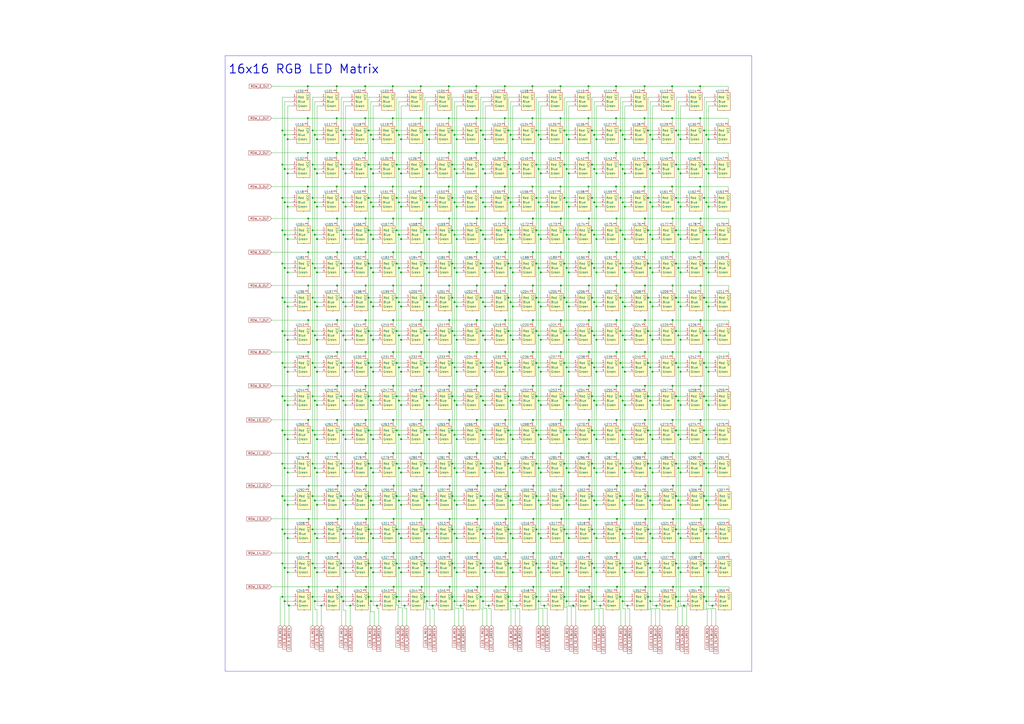
<source format=kicad_sch>
(kicad_sch (version 20230121) (generator eeschema)
  (paper "A2")
  (junction (at 373.888 68.58))
  (junction (at 408.432 268.986))
  (junction (at 228.092 262.89))
  (junction (at 345.948 234.95))
  (junction (at 200.406 100.584))
  (junction (at 280.162 329.438))
  (junction (at 228.092 223.774))
  (junction (at 165.1 348.742))
  (junction (at 406.146 50.038))
  (junction (at 344.678 78.232))
  (junction (at 359.918 210.566))
  (junction (at 313.69 157.988))
  (junction (at 309.118 243.586))
  (junction (at 232.664 274.066))
  (junction (at 361.188 271.526))
  (junction (at 166.878 100.584))
  (junction (at 374.142 243.586))
  (junction (at 327.406 192.024))
  (junction (at 280.162 194.564))
  (junction (at 234.696 351.282))
  (junction (at 313.69 177.8))
  (junction (at 409.702 175.26))
  (junction (at 199.136 329.438))
  (junction (at 311.15 133.604))
  (junction (at 313.69 331.978))
  (junction (at 378.46 157.988))
  (junction (at 278.892 229.87))
  (junction (at 329.946 312.166))
  (junction (at 410.972 312.166))
  (junction (at 325.628 281.686))
  (junction (at 231.394 271.526))
  (junction (at 325.12 50.038))
  (junction (at 197.866 133.604))
  (junction (at 328.676 117.348))
  (junction (at 377.19 348.742))
  (junction (at 392.176 95.504))
  (junction (at 294.894 172.72))
  (junction (at 231.394 252.222))
  (junction (at 199.136 98.044))
  (junction (at 228.092 126.746))
  (junction (at 248.92 254.762))
  (junction (at 228.092 243.586))
  (junction (at 181.356 268.986))
  (junction (at 197.866 268.986))
  (junction (at 213.868 210.566))
  (junction (at 344.678 271.526))
  (junction (at 195.58 243.586))
  (junction (at 344.678 213.106))
  (junction (at 232.664 312.166))
  (junction (at 359.918 172.72))
  (junction (at 216.408 80.772))
  (junction (at 362.458 274.066))
  (junction (at 178.562 50.038))
  (junction (at 377.19 78.232))
  (junction (at 328.676 194.564))
  (junction (at 359.918 95.504))
  (junction (at 361.188 155.448))
  (junction (at 378.46 254.762))
  (junction (at 410.972 177.8))
  (junction (at 165.1 98.044))
  (junction (at 341.376 88.646))
  (junction (at 312.42 213.106))
  (junction (at 200.406 274.066))
  (junction (at 377.19 309.626))
  (junction (at 200.406 234.95))
  (junction (at 280.162 348.742))
  (junction (at 343.408 210.566))
  (junction (at 199.136 194.564))
  (junction (at 378.46 177.8))
  (junction (at 293.116 165.608))
  (junction (at 374.142 165.608))
  (junction (at 182.626 271.526))
  (junction (at 200.406 197.104))
  (junction (at 313.69 234.95))
  (junction (at 165.1 117.348))
  (junction (at 327.406 249.682))
  (junction (at 311.15 75.692))
  (junction (at 181.356 307.086))
  (junction (at 299.72 351.282))
  (junction (at 406.654 340.36))
  (junction (at 166.878 138.684))
  (junction (at 410.972 157.988))
  (junction (at 313.69 119.888))
  (junction (at 213.868 249.682))
  (junction (at 362.458 197.104))
  (junction (at 296.164 348.742))
  (junction (at 361.188 252.222))
  (junction (at 244.094 50.038))
  (junction (at 361.188 98.044))
  (junction (at 244.348 165.608))
  (junction (at 262.382 75.692))
  (junction (at 246.38 307.086))
  (junction (at 264.922 292.862))
  (junction (at 163.83 210.566))
  (junction (at 278.892 95.504))
  (junction (at 377.19 98.044))
  (junction (at 215.138 194.564))
  (junction (at 181.356 114.808))
  (junction (at 389.89 68.58))
  (junction (at 163.83 152.908))
  (junction (at 374.142 262.89))
  (junction (at 393.446 252.222))
  (junction (at 327.406 229.87))
  (junction (at 197.866 95.504))
  (junction (at 246.38 287.782))
  (junction (at 327.406 307.086))
  (junction (at 359.918 229.87))
  (junction (at 216.408 119.888))
  (junction (at 394.716 312.166))
  (junction (at 165.1 290.322))
  (junction (at 231.394 78.232))
  (junction (at 281.432 177.8))
  (junction (at 231.394 155.448))
  (junction (at 344.678 309.626))
  (junction (at 182.626 175.26))
  (junction (at 183.896 234.95))
  (junction (at 199.136 213.106))
  (junction (at 406.654 320.802))
  (junction (at 181.356 229.87))
  (junction (at 325.374 126.746))
  (junction (at 362.458 331.978))
  (junction (at 408.432 326.898))
  (junction (at 246.38 268.986))
  (junction (at 343.408 229.87))
  (junction (at 232.664 215.646))
  (junction (at 393.446 98.044))
  (junction (at 248.92 331.978))
  (junction (at 297.434 157.988))
  (junction (at 357.632 126.746))
  (junction (at 278.892 192.024))
  (junction (at 230.124 95.504))
  (junction (at 378.46 274.066))
  (junction (at 199.136 290.322))
  (junction (at 163.83 114.808))
  (junction (at 328.676 98.044))
  (junction (at 228.346 340.36))
  (junction (at 212.344 281.686))
  (junction (at 281.432 234.95))
  (junction (at 165.1 175.26))
  (junction (at 312.42 252.222))
  (junction (at 163.83 172.72))
  (junction (at 362.458 138.684))
  (junction (at 197.866 249.682))
  (junction (at 244.348 185.674))
  (junction (at 213.868 307.086))
  (junction (at 313.69 80.772))
  (junction (at 281.432 197.104))
  (junction (at 165.1 155.448))
  (junction (at 328.676 155.448))
  (junction (at 278.892 133.604))
  (junction (at 406.4 262.89))
  (junction (at 179.07 340.36))
  (junction (at 248.92 177.8))
  (junction (at 178.562 68.58))
  (junction (at 378.46 215.646))
  (junction (at 281.432 138.684))
  (junction (at 183.896 215.646))
  (junction (at 325.374 185.674))
  (junction (at 309.118 185.674))
  (junction (at 182.626 329.438))
  (junction (at 263.652 175.26))
  (junction (at 216.408 197.104))
  (junction (at 297.434 197.104))
  (junction (at 227.838 88.646))
  (junction (at 216.408 177.8))
  (junction (at 406.146 88.646))
  (junction (at 293.116 126.746))
  (junction (at 246.38 172.72))
  (junction (at 409.702 252.222))
  (junction (at 294.894 152.908))
  (junction (at 280.162 213.106))
  (junction (at 278.892 268.986))
  (junction (at 195.326 88.646))
  (junction (at 329.946 177.8))
  (junction (at 344.678 136.144))
  (junction (at 195.326 108.204))
  (junction (at 182.626 98.044))
  (junction (at 260.858 300.99))
  (junction (at 409.702 136.144))
  (junction (at 296.164 136.144))
  (junction (at 328.676 329.438))
  (junction (at 343.408 152.908))
  (junction (at 260.604 243.586))
  (junction (at 325.12 108.204))
  (junction (at 325.374 223.774))
  (junction (at 247.65 78.232))
  (junction (at 393.446 232.41))
  (junction (at 292.862 88.646))
  (junction (at 230.124 268.986))
  (junction (at 244.348 223.774))
  (junction (at 357.886 340.36))
  (junction (at 410.972 254.762))
  (junction (at 361.188 136.144))
  (junction (at 276.86 320.802))
  (junction (at 179.07 320.802))
  (junction (at 264.922 119.888))
  (junction (at 244.348 262.89))
  (junction (at 362.458 254.762))
  (junction (at 315.722 351.282))
  (junction (at 230.124 172.72))
  (junction (at 247.65 155.448))
  (junction (at 409.702 155.448))
  (junction (at 262.382 133.604))
  (junction (at 183.896 292.862))
  (junction (at 178.816 204.216))
  (junction (at 406.4 185.674))
  (junction (at 327.406 152.908))
  (junction (at 377.19 155.448))
  (junction (at 183.896 100.584))
  (junction (at 408.432 346.202))
  (junction (at 213.868 287.782))
  (junction (at 232.664 157.988))
  (junction (at 394.716 177.8))
  (junction (at 211.836 88.646))
  (junction (at 200.406 331.978))
  (junction (at 327.406 114.808))
  (junction (at 406.146 68.58))
  (junction (at 166.878 234.95))
  (junction (at 213.868 95.504))
  (junction (at 344.678 155.448))
  (junction (at 264.922 312.166))
  (junction (at 392.176 192.024))
  (junction (at 264.922 331.978))
  (junction (at 247.65 136.144))
  (junction (at 293.116 223.774))
  (junction (at 294.894 326.898))
  (junction (at 297.434 234.95))
  (junction (at 410.972 138.684))
  (junction (at 357.632 204.216))
  (junction (at 228.346 281.686))
  (junction (at 181.356 133.604))
  (junction (at 390.398 340.36))
  (junction (at 213.868 152.908))
  (junction (at 260.858 320.802))
  (junction (at 311.15 229.87))
  (junction (at 393.446 329.438))
  (junction (at 313.69 292.862))
  (junction (at 380.746 351.282))
  (junction (at 262.382 249.682))
  (junction (at 246.38 326.898))
  (junction (at 247.65 309.626))
  (junction (at 263.652 290.322))
  (junction (at 345.948 215.646))
  (junction (at 278.892 75.692))
  (junction (at 341.63 262.89))
  (junction (at 216.408 274.066))
  (junction (at 357.632 185.674))
  (junction (at 264.922 197.104))
  (junction (at 276.606 126.746))
  (junction (at 212.09 126.746))
  (junction (at 373.888 88.646))
  (junction (at 250.952 351.282))
  (junction (at 312.42 290.322))
  (junction (at 215.138 271.526))
  (junction (at 215.138 136.144))
  (junction (at 377.19 213.106))
  (junction (at 297.434 254.762))
  (junction (at 281.432 157.988))
  (junction (at 276.606 243.586))
  (junction (at 276.352 50.038))
  (junction (at 262.382 114.808))
  (junction (at 357.632 243.586))
  (junction (at 361.188 290.322))
  (junction (at 409.702 309.626))
  (junction (at 408.432 249.682))
  (junction (at 182.626 252.222))
  (junction (at 296.164 329.438))
  (junction (at 408.432 307.086))
  (junction (at 309.118 126.746))
  (junction (at 313.69 274.066))
  (junction (at 165.1 78.232))
  (junction (at 308.864 108.204))
  (junction (at 390.144 126.746))
  (junction (at 231.394 194.564))
  (junction (at 362.458 80.772))
  (junction (at 246.38 95.504))
  (junction (at 182.626 117.348))
  (junction (at 278.892 172.72))
  (junction (at 248.92 274.066))
  (junction (at 276.606 262.89))
  (junction (at 247.65 232.41))
  (junction (at 374.142 185.674))
  (junction (at 362.458 157.988))
  (junction (at 343.408 268.986))
  (junction (at 283.464 351.282))
  (junction (at 263.652 194.564))
  (junction (at 377.19 290.322))
  (junction (at 406.146 108.204))
  (junction (at 167.64 351.282))
  (junction (at 178.816 126.746))
  (junction (at 278.892 210.566))
  (junction (at 199.136 309.626))
  (junction (at 199.136 117.348))
  (junction (at 361.188 194.564))
  (junction (at 262.382 172.72))
  (junction (at 232.664 119.888))
  (junction (at 200.406 80.772))
  (junction (at 163.83 287.782))
  (junction (at 394.716 138.684))
  (junction (at 264.922 234.95))
  (junction (at 296.164 309.626))
  (junction (at 327.406 172.72))
  (junction (at 294.894 346.202))
  (junction (at 216.408 215.646))
  (junction (at 296.164 175.26))
  (junction (at 393.446 271.526))
  (junction (at 293.116 146.304))
  (junction (at 230.124 75.692))
  (junction (at 410.972 119.888))
  (junction (at 308.864 50.038))
  (junction (at 393.446 309.626))
  (junction (at 182.626 348.742))
  (junction (at 230.124 133.604))
  (junction (at 309.118 146.304))
  (junction (at 276.352 68.58))
  (junction (at 341.63 146.304))
  (junction (at 280.162 309.626))
  (junction (at 228.092 185.674))
  (junction (at 216.408 100.584))
  (junction (at 312.42 194.564))
  (junction (at 199.136 271.526))
  (junction (at 378.46 312.166))
  (junction (at 244.602 281.686))
  (junction (at 213.868 133.604))
  (junction (at 195.326 50.038))
  (junction (at 215.138 78.232))
  (junction (at 309.372 300.99))
  (junction (at 231.394 117.348))
  (junction (at 343.408 287.782))
  (junction (at 375.92 75.692))
  (junction (at 293.116 204.216))
  (junction (at 394.716 274.066))
  (junction (at 311.15 346.202))
  (junction (at 393.446 175.26))
  (junction (at 328.676 309.626))
  (junction (at 313.69 197.104))
  (junction (at 392.176 346.202))
  (junction (at 375.92 95.504))
  (junction (at 406.4 146.304))
  (junction (at 357.632 146.304))
  (junction (at 357.886 281.686))
  (junction (at 392.176 268.986))
  (junction (at 230.124 114.808))
  (junction (at 329.946 215.646))
  (junction (at 325.12 88.646))
  (junction (at 248.92 234.95))
  (junction (at 345.948 292.862))
  (junction (at 311.15 172.72))
  (junction (at 393.446 194.564))
  (junction (at 292.862 68.58))
  (junction (at 195.834 320.802))
  (junction (at 408.432 95.504))
  (junction (at 216.408 234.95))
  (junction (at 246.38 210.566))
  (junction (at 216.408 138.684))
  (junction (at 341.884 340.36))
  (junction (at 294.894 268.986))
  (junction (at 311.15 114.808))
  (junction (at 328.676 136.144))
  (junction (at 166.878 215.646))
  (junction (at 163.83 307.086))
  (junction (at 166.878 119.888))
  (junction (at 231.394 348.742))
  (junction (at 294.894 133.604))
  (junction (at 212.09 146.304))
  (junction (at 361.188 348.742))
  (junction (at 263.652 271.526))
  (junction (at 408.432 152.908))
  (junction (at 212.344 300.99))
  (junction (at 248.92 157.988))
  (junction (at 344.678 98.044))
  (junction (at 343.408 114.808))
  (junction (at 325.12 68.58))
  (junction (at 325.374 243.586))
  (junction (at 247.65 271.526))
  (junction (at 165.1 329.438))
  (junction (at 375.92 229.87))
  (junction (at 263.652 348.742))
  (junction (at 344.678 348.742))
  (junction (at 215.138 213.106))
  (junction (at 215.138 348.742))
  (junction (at 309.118 165.608))
  (junction (at 393.446 348.742))
  (junction (at 375.92 268.986))
  (junction (at 264.922 215.646))
  (junction (at 390.144 223.774))
  (junction (at 248.92 197.104))
  (junction (at 195.58 204.216))
  (junction (at 345.948 138.684))
  (junction (at 309.372 340.36))
  (junction (at 394.716 197.104))
  (junction (at 165.1 271.526))
  (junction (at 215.138 252.222))
  (junction (at 406.4 126.746))
  (junction (at 248.92 292.862))
  (junction (at 329.946 331.978))
  (junction (at 181.356 287.782))
  (junction (at 246.38 75.692))
  (junction (at 232.664 234.95))
  (junction (at 181.356 152.908))
  (junction (at 294.894 229.87))
  (junction (at 178.816 223.774))
  (junction (at 390.398 320.802))
  (junction (at 197.866 114.808))
  (junction (at 329.946 157.988))
  (junction (at 394.716 254.762))
  (junction (at 373.888 50.038))
  (junction (at 166.878 274.066))
  (junction (at 312.42 232.41))
  (junction (at 178.562 108.204))
  (junction (at 248.92 80.772))
  (junction (at 248.92 215.646))
  (junction (at 231.394 309.626))
  (junction (at 377.19 136.144))
  (junction (at 345.948 274.066))
  (junction (at 231.394 175.26))
  (junction (at 344.678 117.348))
  (junction (at 329.946 274.066))
  (junction (at 227.838 68.58))
  (junction (at 200.406 157.988))
  (junction (at 276.606 204.216))
  (junction (at 293.37 300.99))
  (junction (at 344.678 194.564))
  (junction (at 182.626 194.564))
  (junction (at 278.892 114.808))
  (junction (at 359.918 133.604))
  (junction (at 357.632 262.89))
  (junction (at 374.396 300.99))
  (junction (at 390.144 185.674))
  (junction (at 231.394 290.322))
  (junction (at 328.676 175.26))
  (junction (at 260.858 340.36))
  (junction (at 297.434 177.8))
  (junction (at 312.42 348.742))
  (junction (at 410.972 197.104))
  (junction (at 341.884 281.686))
  (junction (at 327.406 326.898))
  (junction (at 232.664 100.584))
  (junction (at 378.46 119.888))
  (junction (at 375.92 172.72))
  (junction (at 406.4 204.216))
  (junction (at 181.356 249.682))
  (junction (at 276.606 146.304))
  (junction (at 216.408 331.978))
  (junction (at 393.446 136.144))
  (junction (at 166.878 254.762))
  (junction (at 183.896 177.8))
  (junction (at 406.4 243.586))
  (junction (at 294.894 307.086))
  (junction (at 244.094 88.646))
  (junction (at 280.162 117.348))
  (junction (at 211.836 68.58))
  (junction (at 312.42 155.448))
  (junction (at 410.972 100.584))
  (junction (at 281.432 119.888))
  (junction (at 313.69 100.584))
  (junction (at 309.372 320.802))
  (junction (at 215.138 290.322))
  (junction (at 345.948 197.104))
  (junction (at 406.654 300.99))
  (junction (at 165.1 213.106))
  (junction (at 313.69 138.684))
  (junction (at 357.378 50.038))
  (junction (at 392.176 287.782))
  (junction (at 165.1 232.41))
  (junction (at 377.19 329.438))
  (junction (at 392.176 172.72))
  (junction (at 311.15 287.782))
  (junction (at 309.118 223.774))
  (junction (at 329.946 197.104))
  (junction (at 345.948 331.978))
  (junction (at 297.434 138.684))
  (junction (at 410.972 292.862))
  (junction (at 246.38 152.908))
  (junction (at 181.356 192.024))
  (junction (at 359.918 268.986))
  (junction (at 392.176 75.692))
  (junction (at 296.164 155.448))
  (junction (at 312.42 309.626))
  (junction (at 392.176 229.87))
  (junction (at 182.626 213.106))
  (junction (at 195.326 68.58))
  (junction (at 296.164 232.41))
  (junction (at 294.894 249.682))
  (junction (at 294.894 192.024))
  (junction (at 280.162 290.322))
  (junction (at 378.46 80.772))
  (junction (at 213.868 192.024))
  (junction (at 359.918 287.782))
  (junction (at 178.816 185.674))
  (junction (at 311.15 152.908))
  (junction (at 264.922 80.772))
  (junction (at 260.604 126.746))
  (junction (at 244.348 146.304))
  (junction (at 213.868 114.808))
  (junction (at 264.922 177.8))
  (junction (at 325.628 320.802))
  (junction (at 246.38 192.024))
  (junction (at 178.816 262.89))
  (junction (at 232.664 292.862))
  (junction (at 328.676 271.526))
  (junction (at 357.378 68.58))
  (junction (at 166.878 197.104))
  (junction (at 244.348 243.586))
  (junction (at 394.716 292.862))
  (junction (at 195.834 300.99))
  (junction (at 345.948 312.166))
  (junction (at 163.83 268.986))
  (junction (at 212.09 204.216))
  (junction (at 374.396 320.802))
  (junction (at 215.138 117.348))
  (junction (at 199.136 348.742))
  (junction (at 163.83 326.898))
  (junction (at 231.394 329.438))
  (junction (at 212.09 223.774))
  (junction (at 263.652 136.144))
  (junction (at 163.83 346.202))
  (junction (at 183.896 80.772))
  (junction (at 294.894 75.692))
  (junction (at 297.434 292.862))
  (junction (at 296.164 271.526))
  (junction (at 260.604 223.774))
  (junction (at 232.664 331.978))
  (junction (at 357.886 300.99))
  (junction (at 215.138 175.26))
  (junction (at 281.432 80.772))
  (junction (at 341.884 320.802))
  (junction (at 232.664 80.772))
  (junction (at 216.408 292.862))
  (junction (at 377.19 194.564))
  (junction (at 293.116 262.89))
  (junction (at 312.42 117.348))
  (junction (at 231.394 213.106))
  (junction (at 195.834 281.686))
  (junction (at 329.946 292.862))
  (junction (at 230.124 326.898))
  (junction (at 392.176 326.898))
  (junction (at 296.164 117.348))
  (junction (at 247.65 290.322))
  (junction (at 248.92 119.888))
  (junction (at 409.702 290.322))
  (junction (at 309.118 262.89))
  (junction (at 293.37 320.802))
  (junction (at 375.92 152.908))
  (junction (at 362.458 234.95))
  (junction (at 357.378 108.204))
  (junction (at 393.446 290.322))
  (junction (at 230.124 210.566))
  (junction (at 183.896 331.978))
  (junction (at 344.678 232.41))
  (junction (at 361.188 309.626))
  (junction (at 200.406 119.888))
  (junction (at 343.408 75.692))
  (junction (at 362.458 119.888))
  (junction (at 341.63 126.746))
  (junction (at 280.162 175.26))
  (junction (at 361.188 175.26))
  (junction (at 375.92 249.682))
  (junction (at 409.702 348.742))
  (junction (at 344.678 175.26))
  (junction (at 328.676 213.106))
  (junction (at 408.432 133.604))
  (junction (at 341.63 223.774))
  (junction (at 247.65 329.438))
  (junction (at 183.896 312.166))
  (junction (at 377.19 232.41))
  (junction (at 165.1 194.564))
  (junction (at 213.868 326.898))
  (junction (at 396.748 351.282))
  (junction (at 296.164 78.232))
  (junction (at 394.716 215.646))
  (junction (at 408.432 114.808))
  (junction (at 311.15 249.682))
  (junction (at 228.346 300.99))
  (junction (at 327.406 210.566))
  (junction (at 166.878 177.8))
  (junction (at 213.868 75.692))
  (junction (at 278.892 346.202))
  (junction (at 211.836 50.038))
  (junction (at 409.702 98.044))
  (junction (at 280.162 232.41))
  (junction (at 230.124 346.202))
  (junction (at 292.862 108.204))
  (junction (at 296.164 194.564))
  (junction (at 341.63 185.674))
  (junction (at 199.136 232.41))
  (junction (at 195.58 262.89))
  (junction (at 260.604 204.216))
  (junction (at 394.716 234.95))
  (junction (at 199.136 136.144))
  (junction (at 281.432 274.066))
  (junction (at 163.83 95.504))
  (junction (at 313.69 254.762))
  (junction (at 232.664 254.762))
  (junction (at 378.46 197.104))
  (junction (at 357.632 223.774))
  (junction (at 212.09 165.608))
  (junction (at 278.892 307.086))
  (junction (at 325.374 204.216))
  (junction (at 296.164 252.222))
  (junction (at 343.408 133.604))
  (junction (at 228.092 204.216))
  (junction (at 325.374 262.89))
  (junction (at 362.458 177.8))
  (junction (at 375.92 326.898))
  (junction (at 199.136 175.26))
  (junction (at 212.344 340.36))
  (junction (at 328.676 252.222))
  (junction (at 311.15 95.504))
  (junction (at 409.702 117.348))
  (junction (at 378.46 292.862))
  (junction (at 163.83 249.682))
  (junction (at 197.866 210.566))
  (junction (at 276.352 88.646))
  (junction (at 293.116 185.674))
  (junction (at 343.408 192.024))
  (junction (at 345.948 80.772))
  (junction (at 183.896 157.988))
  (junction (at 344.678 252.222))
  (junction (at 231.394 98.044))
  (junction (at 341.376 50.038))
  (junction (at 195.58 126.746))
  (junction (at 375.92 346.202))
  (junction (at 308.864 68.58))
  (junction (at 359.918 249.682))
  (junction (at 213.868 268.986))
  (junction (at 390.144 204.216))
  (junction (at 260.35 68.58))
  (junction (at 390.398 281.686))
  (junction (at 183.896 197.104))
  (junction (at 244.094 68.58))
  (junction (at 280.162 98.044))
  (junction (at 313.69 215.646))
  (junction (at 311.15 192.024))
  (junction (at 329.946 234.95))
  (junction (at 329.946 119.888))
  (junction (at 296.164 98.044))
  (junction (at 309.372 281.686))
  (junction (at 394.716 100.584))
  (junction (at 406.4 165.608))
  (junction (at 227.838 108.204))
  (junction (at 312.42 78.232))
  (junction (at 374.142 223.774))
  (junction (at 363.982 351.282))
  (junction (at 262.382 307.086))
  (junction (at 325.628 340.36))
  (junction (at 230.124 192.024))
  (junction (at 163.83 229.87))
  (junction (at 186.436 351.282))
  (junction (at 297.434 80.772))
  (junction (at 197.866 307.086))
  (junction (at 262.382 152.908))
  (junction (at 328.676 232.41))
  (junction (at 278.892 152.908))
  (junction (at 359.918 114.808))
  (junction (at 247.65 348.742))
  (junction (at 166.878 157.988))
  (junction (at 361.188 213.106))
  (junction (at 312.42 329.438))
  (junction (at 178.816 165.608))
  (junction (at 390.144 243.586))
  (junction (at 200.406 138.684))
  (junction (at 313.69 312.166))
  (junction (at 345.948 100.584))
  (junction (at 178.562 88.646))
  (junction (at 296.164 213.106))
  (junction (at 228.092 165.608))
  (junction (at 197.866 75.692))
  (junction (at 281.432 100.584))
  (junction (at 247.65 117.348))
  (junction (at 195.58 165.608))
  (junction (at 260.604 165.608))
  (junction (at 195.58 146.304))
  (junction (at 199.136 78.232))
  (junction (at 343.408 249.682))
  (junction (at 263.652 155.448))
  (junction (at 375.92 287.782))
  (junction (at 341.376 68.58))
  (junction (at 378.46 331.978))
  (junction (at 195.58 185.674))
  (junction (at 247.65 175.26))
  (junction (at 276.606 223.774))
  (junction (at 276.606 185.674))
  (junction (at 199.136 155.448))
  (junction (at 244.602 340.36))
  (junction (at 182.626 155.448))
  (junction (at 215.138 309.626))
  (junction (at 165.1 309.626))
  (junction (at 213.868 346.202))
  (junction (at 390.144 146.304))
  (junction (at 203.2 351.282))
  (junction (at 197.866 172.72))
  (junction (at 230.124 307.086))
  (junction (at 163.83 133.604))
  (junction (at 247.65 213.106))
  (junction (at 361.188 78.232))
  (junction (at 166.878 331.978))
  (junction (at 294.894 287.782))
  (junction (at 389.89 50.038))
  (junction (at 378.46 138.684))
  (junction (at 378.46 100.584))
  (junction (at 264.922 100.584))
  (junction (at 264.922 157.988))
  (junction (at 230.124 152.908))
  (junction (at 244.602 300.99))
  (junction (at 212.344 320.802))
  (junction (at 276.86 281.686))
  (junction (at 181.356 172.72))
  (junction (at 212.09 262.89))
  (junction (at 343.408 172.72))
  (junction (at 341.884 300.99))
  (junction (at 359.918 152.908))
  (junction (at 311.15 210.566))
  (junction (at 278.892 287.782))
  (junction (at 390.398 300.99))
  (junction (at 263.652 252.222))
  (junction (at 262.382 95.504))
  (junction (at 212.09 243.586))
  (junction (at 248.92 100.584))
  (junction (at 280.162 155.448))
  (junction (at 195.834 340.36))
  (junction (at 293.116 243.586))
  (junction (at 413.258 351.282))
  (junction (at 410.972 80.772))
  (junction (at 294.894 95.504))
  (junction (at 263.652 309.626))
  (junction (at 264.922 274.066))
  (junction (at 264.922 254.762))
  (junction (at 327.406 95.504))
  (junction (at 374.142 204.216))
  (junction (at 278.892 326.898))
  (junction (at 325.374 146.304))
  (junction (at 197.866 229.87))
  (junction (at 297.434 100.584))
  (junction (at 392.176 114.808))
  (junction (at 409.702 271.526))
  (junction (at 200.406 215.646))
  (junction (at 181.356 75.692))
  (junction (at 296.164 290.322))
  (junction (at 280.162 271.526))
  (junction (at 327.406 268.986))
  (junction (at 264.922 138.684))
  (junction (at 281.432 292.862))
  (junction (at 311.15 268.986))
  (junction (at 244.094 108.204))
  (junction (at 215.138 155.448))
  (junction (at 231.394 136.144))
  (junction (at 179.07 281.686))
  (junction (at 280.162 252.222))
  (junction (at 230.124 249.682))
  (junction (at 215.138 329.438))
  (junction (at 215.138 232.41))
  (junction (at 230.124 287.782))
  (junction (at 392.176 152.908))
  (junction (at 263.652 78.232))
  (junction (at 181.356 326.898))
  (junction (at 343.408 307.086))
  (junction (at 292.862 50.038))
  (junction (at 281.432 312.166))
  (junction (at 377.19 175.26))
  (junction (at 200.406 177.8))
  (junction (at 166.878 312.166))
  (junction (at 182.626 78.232))
  (junction (at 394.716 157.988))
  (junction (at 328.676 348.742))
  (junction (at 183.896 138.684))
  (junction (at 294.894 114.808))
  (junction (at 166.878 292.862))
  (junction (at 361.188 329.438))
  (junction (at 377.19 117.348))
  (junction (at 246.38 249.682))
  (junction (at 165.1 252.222))
  (junction (at 357.632 165.608))
  (junction (at 393.446 155.448))
  (junction (at 359.918 75.692))
  (junction (at 394.716 80.772))
  (junction (at 375.92 307.086))
  (junction (at 406.4 223.774))
  (junction (at 312.42 136.144))
  (junction (at 247.65 98.044))
  (junction (at 345.948 254.762))
  (junction (at 393.446 78.232))
  (junction (at 213.868 172.72))
  (junction (at 246.38 114.808))
  (junction (at 389.89 108.204))
  (junction (at 345.948 177.8))
  (junction (at 359.918 326.898))
  (junction (at 357.378 88.646))
  (junction (at 329.946 254.762))
  (junction (at 263.652 213.106))
  (junction (at 293.37 340.36))
  (junction (at 182.626 232.41))
  (junction (at 362.458 215.646))
  (junction (at 327.406 346.202))
  (junction (at 325.374 165.608))
  (junction (at 228.346 320.802))
  (junction (at 327.406 287.782))
  (junction (at 312.42 98.044))
  (junction (at 394.716 331.978))
  (junction (at 348.234 351.282))
  (junction (at 260.604 262.89))
  (junction (at 375.92 192.024))
  (junction (at 163.83 75.692))
  (junction (at 227.838 50.038))
  (junction (at 343.408 326.898))
  (junction (at 329.946 138.684))
  (junction (at 216.408 157.988))
  (junction (at 198.12 346.202))
  (junction (at 212.09 185.674))
  (junction (at 260.858 281.686))
  (junction (at 293.37 281.686))
  (junction (at 408.432 210.566))
  (junction (at 213.868 229.87))
  (junction (at 297.434 312.166))
  (junction (at 276.352 108.204))
  (junction (at 181.356 95.504))
  (junction (at 262.382 346.202))
  (junction (at 408.432 192.024))
  (junction (at 260.604 185.674))
  (junction (at 211.836 108.204))
  (junction (at 328.676 290.322))
  (junction (at 281.432 215.646))
  (junction (at 244.348 204.216))
  (junction (at 410.972 274.066))
  (junction (at 408.432 287.782))
  (junction (at 343.408 346.202))
  (junction (at 392.176 249.682))
  (junction (at 215.138 98.044))
  (junction (at 218.694 351.282))
  (junction (at 183.896 274.066))
  (junction (at 276.606 165.608))
  (junction (at 312.42 271.526))
  (junction (at 232.664 138.684))
  (junction (at 163.83 192.024))
  (junction (at 247.65 194.564))
  (junction (at 393.446 213.106))
  (junction (at 345.948 157.988))
  (junction (at 262.382 268.986))
  (junction (at 247.65 252.222))
  (junction (at 263.652 232.41))
  (junction (at 276.86 340.36))
  (junction (at 410.972 234.95))
  (junction (at 260.35 88.646))
  (junction (at 361.188 117.348))
  (junction (at 246.38 229.87))
  (junction (at 311.15 326.898))
  (junction (at 341.63 204.216))
  (junction (at 341.63 165.608))
  (junction (at 408.432 172.72))
  (junction (at 281.432 331.978))
  (junction (at 200.406 254.762))
  (junction (at 166.878 80.772))
  (junction (at 197.866 152.908))
  (junction (at 392.176 307.086))
  (junction (at 375.92 133.604))
  (junction (at 183.896 254.762))
  (junction (at 200.406 312.166))
  (junction (at 183.896 119.888))
  (junction (at 357.886 320.802))
  (junction (at 409.702 213.106))
  (junction (at 262.382 229.87))
  (junction (at 181.356 210.566))
  (junction (at 409.702 78.232))
  (junction (at 390.144 165.608))
  (junction (at 262.382 192.024))
  (junction (at 178.816 146.304))
  (junction (at 329.946 80.772))
  (junction (at 375.92 210.566))
  (junction (at 332.486 351.282))
  (junction (at 262.382 326.898))
  (junction (at 373.888 108.204))
  (junction (at 260.604 146.304))
  (junction (at 246.38 133.604))
  (junction (at 392.176 133.604))
  (junction (at 216.408 254.762))
  (junction (at 230.124 229.87))
  (junction (at 374.142 146.304))
  (junction (at 408.432 229.87))
  (junction (at 362.458 312.166))
  (junction (at 248.92 138.684))
  (junction (at 410.972 331.978))
  (junction (at 344.678 329.438))
  (junction (at 362.458 100.584))
  (junction (at 263.652 117.348))
  (junction (at 197.866 326.898))
  (junction (at 263.652 98.044))
  (junction (at 262.382 210.566))
  (junction (at 248.92 312.166))
  (junction (at 294.894 210.566))
  (junction (at 312.42 175.26))
  (junction (at 393.446 117.348))
  (junction (at 344.678 290.322))
  (junction (at 165.1 136.144))
  (junction (at 281.432 254.762))
  (junction (at 361.188 232.41))
  (junction (at 378.46 234.95))
  (junction (at 200.406 292.862))
  (junction (at 228.092 146.304))
  (junction (at 280.162 78.232))
  (junction (at 182.626 309.626))
  (junction (at 327.406 75.692))
  (junction (at 182.626 290.322))
  (junction (at 267.208 351.282))
  (junction (at 197.866 287.782))
  (junction (at 246.38 346.202))
  (junction (at 179.07 300.99))
  (junction (at 197.866 192.024))
  (junction (at 341.376 108.204))
  (junction (at 390.144 262.89))
  (junction (at 362.458 292.862))
  (junction (at 359.918 346.202))
  (junction (at 278.892 249.682))
  (junction (at 377.19 252.222))
  (junction (at 410.972 215.646))
  (junction (at 182.626 136.144))
  (junction (at 374.142 126.746))
  (junction (at 409.702 232.41))
  (junction (at 409.702 194.564))
  (junction (at 297.434 119.888))
  (junction (at 345.948 119.888))
  (junction (at 341.63 243.586))
  (junction (at 406.654 281.686))
  (junction (at 199.136 252.222))
  (junction (at 343.408 95.504))
  (junction (at 297.434 331.978))
  (junction (at 260.35 108.204))
  (junction (at 232.664 197.104))
  (junction (at 394.716 119.888))
  (junction (at 309.118 204.216))
  (junction (at 232.664 177.8))
  (junction (at 328.676 78.232))
  (junction (at 311.15 307.086))
  (junction (at 262.382 287.782))
  (junction (at 297.434 215.646))
  (junction (at 231.394 232.41))
  (junction (at 392.176 210.566))
  (junction (at 308.864 88.646))
  (junction (at 178.816 243.586))
  (junction (at 276.86 300.99))
  (junction (at 377.19 271.526))
  (junction (at 280.162 136.144))
  (junction (at 327.406 133.604))
  (junction (at 244.602 320.802))
  (junction (at 375.92 114.808))
  (junction (at 260.35 50.038))
  (junction (at 409.702 329.438))
  (junction (at 408.432 75.692))
  (junction (at 359.918 192.024))
  (junction (at 263.652 329.438))
  (junction (at 195.58 223.774))
  (junction (at 297.434 274.066))
  (junction (at 374.396 340.36))
  (junction (at 359.918 307.086))
  (junction (at 389.89 88.646))
  (junction (at 329.946 100.584))
  (junction (at 374.396 281.686))
  (junction (at 244.348 126.746))
  (junction (at 325.628 300.99))
  (junction (at 216.408 312.166))
  (junction (at 181.356 346.202))
  (wire (pts (xy 327.406 152.908) (xy 327.406 133.604)))
  (wire (pts (xy 297.434 215.646) (xy 297.434 197.104)))
  (wire (pts (xy 248.92 234.95) (xy 248.92 254.762)))
  (wire (pts (xy 381 56.388) (xy 375.92 56.388)))
  (wire (pts (xy 329.946 177.8) (xy 329.946 157.988)))
  (wire (pts (xy 284.226 234.95) (xy 281.432 234.95)))
  (wire (pts (xy 374.396 281.686) (xy 374.396 282.702)))
  (wire (pts (xy 300.228 234.95) (xy 297.434 234.95)))
  (wire (pts (xy 251.714 232.41) (xy 247.65 232.41)))
  (wire (pts (xy 359.918 346.202) (xy 359.918 326.898)))
  (wire (pts (xy 251.46 61.468) (xy 248.92 61.468)))
  (wire (pts (xy 393.446 175.26) (xy 393.446 155.448)))
  (wire (pts (xy 219.202 249.682) (xy 213.868 249.682)))
  (wire (pts (xy 281.432 177.8) (xy 281.432 157.988)))
  (wire (pts (xy 365.252 175.26) (xy 361.188 175.26)))
  (wire (pts (xy 348.996 309.626) (xy 344.678 309.626)))
  (wire (pts (xy 267.716 274.066) (xy 264.922 274.066)))
  (wire (pts (xy 409.702 252.222) (xy 409.702 232.41)))
  (wire (pts (xy 413.766 215.646) (xy 410.972 215.646)))
  (wire (pts (xy 166.878 292.862) (xy 166.878 274.066)))
  (wire (pts (xy 408.432 287.782) (xy 408.432 268.986)))
  (wire (pts (xy 406.146 68.58) (xy 422.402 68.58)))
  (wire (pts (xy 357.886 340.36) (xy 374.396 340.36)))
  (wire (pts (xy 315.722 352.806) (xy 315.722 351.282)))
  (wire (pts (xy 165.1 58.928) (xy 165.1 78.232)))
  (wire (pts (xy 228.092 146.304) (xy 228.092 147.828)))
  (wire (pts (xy 293.116 165.608) (xy 293.116 167.64)))
  (wire (pts (xy 312.42 194.564) (xy 312.42 175.26)))
  (wire (pts (xy 361.188 58.928) (xy 361.188 78.232)))
  (wire (pts (xy 202.946 58.928) (xy 199.136 58.928)))
  (wire (pts (xy 202.946 119.888) (xy 200.406 119.888)))
  (wire (pts (xy 166.878 351.282) (xy 166.878 331.978)))
  (wire (pts (xy 165.1 232.41) (xy 165.1 213.106)))
  (wire (pts (xy 311.15 287.782) (xy 311.15 268.986)))
  (wire (pts (xy 294.894 287.782) (xy 294.894 268.986)))
  (wire (pts (xy 244.094 50.038) (xy 244.094 51.308)))
  (wire (pts (xy 413.766 268.986) (xy 408.432 268.986)))
  (wire (pts (xy 344.678 329.438) (xy 344.678 348.742)))
  (wire (pts (xy 251.968 287.782) (xy 246.38 287.782)))
  (wire (pts (xy 246.38 287.782) (xy 246.38 268.986)))
  (wire (pts (xy 345.948 157.988) (xy 345.948 138.684)))
  (wire (pts (xy 169.926 197.104) (xy 166.878 197.104)))
  (wire (pts (xy 332.74 136.144) (xy 328.676 136.144)))
  (wire (pts (xy 235.458 252.222) (xy 231.394 252.222)))
  (wire (pts (xy 200.406 61.468) (xy 200.406 80.772)))
  (wire (pts (xy 293.116 223.774) (xy 293.116 224.79)))
  (wire (pts (xy 348.996 348.742) (xy 344.678 348.742)))
  (wire (pts (xy 329.946 351.282) (xy 329.946 331.978)))
  (wire (pts (xy 325.12 70.612) (xy 325.12 68.58)))
  (wire (pts (xy 361.188 252.222) (xy 361.188 232.41)))
  (wire (pts (xy 329.946 61.468) (xy 329.946 80.772)))
  (wire (pts (xy 186.69 268.986) (xy 181.356 268.986)))
  (wire (pts (xy 231.394 271.526) (xy 231.394 290.322)))
  (wire (pts (xy 232.664 61.468) (xy 232.664 80.772)))
  (wire (pts (xy 263.652 78.232) (xy 267.462 78.232)))
  (wire (pts (xy 348.234 351.282) (xy 345.948 351.282)))
  (wire (pts (xy 325.374 262.89) (xy 309.118 262.89)))
  (wire (pts (xy 276.606 204.216) (xy 276.606 205.486)))
  (wire (pts (xy 203.2 138.684) (xy 200.406 138.684)))
  (wire (pts (xy 341.376 50.038) (xy 357.378 50.038)))
  (wire (pts (xy 211.836 50.038) (xy 227.838 50.038)))
  (wire (pts (xy 212.09 262.89) (xy 212.09 263.906)))
  (wire (pts (xy 247.65 252.222) (xy 247.65 232.41)))
  (wire (pts (xy 300.228 152.908) (xy 294.894 152.908)))
  (wire (pts (xy 267.208 352.806) (xy 267.208 351.282)))
  (wire (pts (xy 329.946 157.988) (xy 329.946 138.684)))
  (wire (pts (xy 389.89 109.728) (xy 389.89 108.204)))
  (wire (pts (xy 365.506 307.086) (xy 359.918 307.086)))
  (wire (pts (xy 375.92 192.024) (xy 381.254 192.024)))
  (wire (pts (xy 312.42 58.928) (xy 312.42 78.232)))
  (wire (pts (xy 251.968 307.086) (xy 246.38 307.086)))
  (wire (pts (xy 381.254 152.908) (xy 375.92 152.908)))
  (wire (pts (xy 282.448 352.806) (xy 280.162 352.806)))
  (wire (pts (xy 227.838 70.612) (xy 227.838 68.58)))
  (wire (pts (xy 332.74 254.762) (xy 329.946 254.762)))
  (wire (pts (xy 228.346 302.006) (xy 228.346 300.99)))
  (wire (pts (xy 393.446 271.526) (xy 393.446 290.322)))
  (wire (pts (xy 345.948 351.282) (xy 345.948 331.978)))
  (wire (pts (xy 375.92 133.604) (xy 375.92 114.808)))
  (wire (pts (xy 284.226 197.104) (xy 281.432 197.104)))
  (wire (pts (xy 284.48 351.282) (xy 283.464 351.282)))
  (wire (pts (xy 297.434 274.066) (xy 297.434 254.762)))
  (wire (pts (xy 332.486 119.888) (xy 329.946 119.888)))
  (wire (pts (xy 365.506 348.742) (xy 361.188 348.742)))
  (wire (pts (xy 244.094 68.58) (xy 260.35 68.58)))
  (wire (pts (xy 200.406 331.978) (xy 200.406 312.166)))
  (wire (pts (xy 392.176 346.202) (xy 392.176 326.898)))
  (wire (pts (xy 362.458 215.646) (xy 362.458 234.95)))
  (wire (pts (xy 316.484 213.106) (xy 312.42 213.106)))
  (wire (pts (xy 410.972 177.8) (xy 410.972 157.988)))
  (wire (pts (xy 332.994 329.438) (xy 328.676 329.438)))
  (wire (pts (xy 213.868 152.908) (xy 213.868 133.604)))
  (wire (pts (xy 281.432 351.282) (xy 281.432 331.978)))
  (wire (pts (xy 284.48 329.438) (xy 280.162 329.438)))
  (wire (pts (xy 264.922 100.584) (xy 264.922 80.772)))
  (wire (pts (xy 244.348 146.304) (xy 260.604 146.304)))
  (wire (pts (xy 235.966 362.712) (xy 235.966 352.806)))
  (wire (pts (xy 316.484 172.72) (xy 311.15 172.72)))
  (wire (pts (xy 344.678 213.106) (xy 344.678 194.564)))
  (wire (pts (xy 169.926 215.646) (xy 166.878 215.646)))
  (wire (pts (xy 328.676 252.222) (xy 328.676 232.41)))
  (wire (pts (xy 284.988 353.06) (xy 283.464 353.06)))
  (wire (pts (xy 413.512 61.468) (xy 410.972 61.468)))
  (wire (pts (xy 357.378 90.424) (xy 357.378 88.646)))
  (wire (pts (xy 248.92 100.584) (xy 248.92 80.772)))
  (wire (pts (xy 365.506 329.438) (xy 361.188 329.438)))
  (wire (pts (xy 203.2 197.104) (xy 200.406 197.104)))
  (wire (pts (xy 348.742 254.762) (xy 345.948 254.762)))
  (wire (pts (xy 357.632 204.216) (xy 357.632 205.486)))
  (wire (pts (xy 235.712 287.782) (xy 230.124 287.782)))
  (wire (pts (xy 212.344 300.99) (xy 212.344 302.006)))
  (wire (pts (xy 166.878 197.104) (xy 166.878 177.8)))
  (wire (pts (xy 281.432 119.888) (xy 281.432 100.584)))
  (wire (pts (xy 332.74 133.604) (xy 327.406 133.604)))
  (wire (pts (xy 213.868 210.566) (xy 213.868 192.024)))
  (wire (pts (xy 410.972 100.584) (xy 410.972 80.772)))
  (wire (pts (xy 300.482 346.202) (xy 294.894 346.202)))
  (wire (pts (xy 292.862 109.728) (xy 292.862 108.204)))
  (wire (pts (xy 397.51 210.566) (xy 392.176 210.566)))
  (wire (pts (xy 300.228 136.144) (xy 296.164 136.144)))
  (wire (pts (xy 348.742 210.566) (xy 343.408 210.566)))
  (wire (pts (xy 267.716 229.87) (xy 262.382 229.87)))
  (wire (pts (xy 163.83 172.72) (xy 163.83 152.908)))
  (wire (pts (xy 203.454 331.978) (xy 200.406 331.978)))
  (wire (pts (xy 408.432 326.898) (xy 408.432 307.086)))
  (wire (pts (xy 183.896 197.104) (xy 183.896 177.8)))
  (wire (pts (xy 392.176 210.566) (xy 392.176 192.024)))
  (wire (pts (xy 169.926 268.986) (xy 163.83 268.986)))
  (wire (pts (xy 360.172 353.568) (xy 359.918 353.568)))
  (wire (pts (xy 247.65 58.928) (xy 247.65 78.232)))
  (wire (pts (xy 362.712 362.712) (xy 362.712 353.06)))
  (wire (pts (xy 313.69 61.468) (xy 313.69 80.772)))
  (wire (pts (xy 251.714 138.684) (xy 248.92 138.684)))
  (wire (pts (xy 341.376 109.728) (xy 341.376 108.204)))
  (wire (pts (xy 297.434 138.684) (xy 297.434 119.888)))
  (wire (pts (xy 251.968 331.978) (xy 248.92 331.978)))
  (wire (pts (xy 348.996 351.282) (xy 348.234 351.282)))
  (wire (pts (xy 169.926 213.106) (xy 165.1 213.106)))
  (wire (pts (xy 359.918 326.898) (xy 359.918 307.086)))
  (wire (pts (xy 316.738 346.202) (xy 311.15 346.202)))
  (wire (pts (xy 276.606 223.774) (xy 260.604 223.774)))
  (wire (pts (xy 170.18 292.862) (xy 166.878 292.862)))
  (wire (pts (xy 213.868 287.782) (xy 213.868 307.086)))
  (wire (pts (xy 374.396 281.686) (xy 357.886 281.686)))
  (wire (pts (xy 262.382 192.024) (xy 262.382 172.72)))
  (wire (pts (xy 378.46 234.95) (xy 378.46 254.762)))
  (wire (pts (xy 244.348 126.746) (xy 244.348 128.524)))
  (wire (pts (xy 251.46 117.348) (xy 247.65 117.348)))
  (wire (pts (xy 244.094 88.646) (xy 260.35 88.646)))
  (wire (pts (xy 276.352 50.038) (xy 276.352 51.308)))
  (wire (pts (xy 169.926 271.526) (xy 165.1 271.526)))
  (wire (pts (xy 361.188 155.448) (xy 361.188 136.144)))
  (wire (pts (xy 359.918 152.908) (xy 359.918 133.604)))
  (wire (pts (xy 294.894 192.024) (xy 300.228 192.024)))
  (wire (pts (xy 195.58 204.216) (xy 195.58 205.486)))
  (wire (pts (xy 316.484 197.104) (xy 313.69 197.104)))
  (wire (pts (xy 361.188 232.41) (xy 361.188 213.106)))
  (wire (pts (xy 262.382 287.782) (xy 262.382 307.086)))
  (wire (pts (xy 317.5 362.712) (xy 317.5 352.806)))
  (wire (pts (xy 228.092 243.586) (xy 228.092 244.602)))
  (wire (pts (xy 316.484 157.988) (xy 313.69 157.988)))
  (wire (pts (xy 381 117.348) (xy 377.19 117.348)))
  (wire (pts (xy 260.604 185.674) (xy 260.604 186.944)))
  (wire (pts (xy 390.144 126.746) (xy 406.4 126.746)))
  (wire (pts (xy 235.458 234.95) (xy 232.664 234.95)))
  (wire (pts (xy 183.896 292.862) (xy 183.896 274.066)))
  (wire (pts (xy 215.138 98.044) (xy 215.138 78.232)))
  (wire (pts (xy 332.486 56.388) (xy 327.406 56.388)))
  (wire (pts (xy 381.254 268.986) (xy 375.92 268.986)))
  (wire (pts (xy 219.202 194.564) (xy 215.138 194.564)))
  (wire (pts (xy 157.48 281.686) (xy 179.07 281.686)))
  (wire (pts (xy 186.69 155.448) (xy 182.626 155.448)))
  (wire (pts (xy 348.742 229.87) (xy 343.408 229.87)))
  (wire (pts (xy 212.09 165.608) (xy 228.092 165.608)))
  (wire (pts (xy 394.716 351.282) (xy 394.716 331.978)))
  (wire (pts (xy 228.346 281.686) (xy 228.346 282.702)))
  (wire (pts (xy 365.506 351.282) (xy 363.982 351.282)))
  (wire (pts (xy 375.92 210.566) (xy 375.92 192.024)))
  (wire (pts (xy 214.63 362.712) (xy 214.63 351.028)))
  (wire (pts (xy 263.652 136.144) (xy 263.652 117.348)))
  (wire (pts (xy 197.866 229.87) (xy 197.866 210.566)))
  (wire (pts (xy 357.378 50.038) (xy 373.888 50.038)))
  (wire (pts (xy 182.626 353.568) (xy 182.626 348.742)))
  (wire (pts (xy 362.458 80.772) (xy 364.998 80.772)))
  (wire (pts (xy 244.094 70.612) (xy 244.094 68.58)))
  (wire (pts (xy 263.652 309.626) (xy 263.652 329.438)))
  (wire (pts (xy 359.918 229.87) (xy 359.918 210.566)))
  (wire (pts (xy 361.188 175.26) (xy 361.188 155.448)))
  (wire (pts (xy 203.2 252.222) (xy 199.136 252.222)))
  (wire (pts (xy 422.91 321.818) (xy 422.91 320.802)))
  (wire (pts (xy 178.562 68.58) (xy 195.326 68.58)))
  (wire (pts (xy 316.23 95.504) (xy 311.15 95.504)))
  (wire (pts (xy 284.226 249.682) (xy 278.892 249.682)))
  (wire (pts (xy 357.632 146.304) (xy 374.142 146.304)))
  (wire (pts (xy 381.254 229.87) (xy 375.92 229.87)))
  (wire (pts (xy 203.454 307.086) (xy 197.866 307.086)))
  (wire (pts (xy 232.664 234.95) (xy 232.664 254.762)))
  (wire (pts (xy 248.92 215.646) (xy 248.92 197.104)))
  (wire (pts (xy 325.12 109.728) (xy 325.12 108.204)))
  (wire (pts (xy 365.506 346.202) (xy 359.918 346.202)))
  (wire (pts (xy 186.69 274.066) (xy 183.896 274.066)))
  (wire (pts (xy 413.766 234.95) (xy 410.972 234.95)))
  (wire (pts (xy 166.878 61.468) (xy 166.878 80.772)))
  (wire (pts (xy 183.896 351.282) (xy 183.896 331.978)))
  (wire (pts (xy 186.944 331.978) (xy 183.896 331.978)))
  (wire (pts (xy 392.176 352.298) (xy 392.176 346.202)))
  (wire (pts (xy 343.408 133.604) (xy 343.408 114.808)))
  (wire (pts (xy 227.838 108.204) (xy 244.094 108.204)))
  (wire (pts (xy 267.462 98.044) (xy 263.652 98.044)))
  (wire (pts (xy 325.374 205.486) (xy 325.374 204.216)))
  (wire (pts (xy 260.858 281.686) (xy 260.858 282.702)))
  (wire (pts (xy 408.432 75.692) (xy 413.512 75.692)))
  (wire (pts (xy 264.922 197.104) (xy 264.922 177.8)))
  (wire (pts (xy 392.176 133.604) (xy 392.176 114.808)))
  (wire (pts (xy 297.434 100.584) (xy 297.434 80.772)))
  (wire (pts (xy 365.252 133.604) (xy 359.918 133.604)))
  (wire (pts (xy 390.144 147.828) (xy 390.144 146.304)))
  (wire (pts (xy 299.974 98.044) (xy 296.164 98.044)))
  (wire (pts (xy 311.15 192.024) (xy 311.15 172.72)))
  (wire (pts (xy 364.998 114.808) (xy 359.918 114.808)))
  (wire (pts (xy 332.994 309.626) (xy 328.676 309.626)))
  (wire (pts (xy 179.07 340.36) (xy 179.07 341.122)))
  (wire (pts (xy 293.116 126.746) (xy 309.118 126.746)))
  (wire (pts (xy 215.138 213.106) (xy 215.138 194.564)))
  (wire (pts (xy 199.136 232.41) (xy 199.136 213.106)))
  (wire (pts (xy 312.42 329.438) (xy 312.42 348.742)))
  (wire (pts (xy 251.714 268.986) (xy 246.38 268.986)))
  (wire (pts (xy 228.092 223.774) (xy 212.09 223.774)))
  (wire (pts (xy 263.652 117.348) (xy 263.652 98.044)))
  (wire (pts (xy 203.454 312.166) (xy 200.406 312.166)))
  (wire (pts (xy 381.254 136.144) (xy 377.19 136.144)))
  (wire (pts (xy 325.12 108.204) (xy 308.864 108.204)))
  (wire (pts (xy 297.434 61.468) (xy 297.434 80.772)))
  (wire (pts (xy 230.124 192.024) (xy 235.458 192.024)))
  (wire (pts (xy 328.676 351.79) (xy 328.676 348.742)))
  (wire (pts (xy 246.38 192.024) (xy 246.38 172.72)))
  (wire (pts (xy 195.58 126.746) (xy 195.58 128.524)))
  (wire (pts (xy 316.484 175.26) (xy 312.42 175.26)))
  (wire (pts (xy 203.2 155.448) (xy 199.136 155.448)))
  (wire (pts (xy 278.892 152.908) (xy 278.892 133.604)))
  (wire (pts (xy 374.142 126.746) (xy 374.142 128.524)))
  (wire (pts (xy 348.742 138.684) (xy 345.948 138.684)))
  (wire (pts (xy 232.664 215.646) (xy 232.664 234.95)))
  (wire (pts (xy 228.092 165.608) (xy 228.092 167.64)))
  (wire (pts (xy 332.486 351.282) (xy 329.946 351.282)))
  (wire (pts (xy 413.766 229.87) (xy 408.432 229.87)))
  (wire (pts (xy 203.2 215.646) (xy 200.406 215.646)))
  (wire (pts (xy 186.436 351.282) (xy 186.436 362.712)))
  (wire (pts (xy 406.4 223.774) (xy 422.656 223.774)))
  (wire (pts (xy 373.888 90.424) (xy 373.888 88.646)))
  (wire (pts (xy 186.69 133.604) (xy 181.356 133.604)))
  (wire (pts (xy 169.926 210.566) (xy 163.83 210.566)))
  (wire (pts (xy 297.434 177.8) (xy 297.434 157.988)))
  (wire (pts (xy 422.402 70.612) (xy 422.402 68.58)))
  (wire (pts (xy 308.864 108.204) (xy 292.862 108.204)))
  (wire (pts (xy 341.63 165.608) (xy 357.632 165.608)))
  (wire (pts (xy 397.51 213.106) (xy 393.446 213.106)))
  (wire (pts (xy 183.896 312.166) (xy 183.896 292.862)))
  (wire (pts (xy 325.374 224.79) (xy 325.374 223.774)))
  (wire (pts (xy 219.202 133.604) (xy 213.868 133.604)))
  (wire (pts (xy 361.188 78.232) (xy 364.998 78.232)))
  (wire (pts (xy 394.716 157.988) (xy 394.716 138.684)))
  (wire (pts (xy 202.946 95.504) (xy 197.866 95.504)))
  (wire (pts (xy 357.886 340.36) (xy 357.886 341.122)))
  (wire (pts (xy 183.896 215.646) (xy 183.896 234.95)))
  (wire (pts (xy 211.836 50.038) (xy 211.836 51.308)))
  (wire (pts (xy 378.46 119.888) (xy 378.46 100.584)))
  (wire (pts (xy 203.2 274.066) (xy 200.406 274.066)))
  (wire (pts (xy 312.42 352.806) (xy 312.42 348.742)))
  (wire (pts (xy 251.46 119.888) (xy 248.92 119.888)))
  (wire (pts (xy 165.1 290.322) (xy 165.1 271.526)))
  (wire (pts (xy 260.604 146.304) (xy 276.606 146.304)))
  (wire (pts (xy 264.922 274.066) (xy 264.922 254.762)))
  (wire (pts (xy 262.382 75.692) (xy 267.462 75.692)))
  (wire (pts (xy 413.766 175.26) (xy 409.702 175.26)))
  (wire (pts (xy 422.656 224.79) (xy 422.656 223.774)))
  (wire (pts (xy 325.628 281.686) (xy 309.372 281.686)))
  (wire (pts (xy 186.69 177.8) (xy 183.896 177.8)))
  (wire (pts (xy 316.23 98.044) (xy 312.42 98.044)))
  (wire (pts (xy 395.732 351.79) (xy 393.446 351.79)))
  (wire (pts (xy 332.74 177.8) (xy 329.946 177.8)))
  (wire (pts (xy 381.508 309.626) (xy 377.19 309.626)))
  (wire (pts (xy 422.402 108.204) (xy 406.146 108.204)))
  (wire (pts (xy 309.118 128.524) (xy 309.118 126.746)))
  (wire (pts (xy 186.436 61.468) (xy 183.896 61.468)))
  (wire (pts (xy 251.968 351.282) (xy 250.952 351.282)))
  (wire (pts (xy 329.946 234.95) (xy 329.946 254.762)))
  (wire (pts (xy 397.51 232.41) (xy 393.446 232.41)))
  (wire (pts (xy 357.886 300.99) (xy 357.886 302.006)))
  (wire (pts (xy 357.632 165.608) (xy 357.632 167.64)))
  (wire (pts (xy 413.512 98.044) (xy 409.702 98.044)))
  (wire (pts (xy 389.89 90.424) (xy 389.89 88.646)))
  (wire (pts (xy 332.74 172.72) (xy 327.406 172.72)))
  (wire (pts (xy 281.432 157.988) (xy 281.432 138.684)))
  (wire (pts (xy 218.694 352.806) (xy 218.694 351.282)))
  (wire (pts (xy 297.434 312.166) (xy 297.434 292.862)))
  (wire (pts (xy 343.408 287.782) (xy 343.408 307.086)))
  (wire (pts (xy 183.896 157.988) (xy 183.896 138.684)))
  (wire (pts (xy 280.162 58.928) (xy 280.162 78.232)))
  (wire (pts (xy 345.948 292.862) (xy 345.948 274.066)))
  (wire (pts (xy 408.432 287.782) (xy 408.432 307.086)))
  (wire (pts (xy 169.672 114.808) (xy 163.83 114.808)))
  (wire (pts (xy 316.738 351.282) (xy 315.722 351.282)))
  (wire (pts (xy 390.144 165.608) (xy 406.4 165.608)))
  (wire (pts (xy 263.652 98.044) (xy 263.652 78.232)))
  (wire (pts (xy 215.138 155.448) (xy 215.138 136.144)))
  (wire (pts (xy 260.35 50.038) (xy 260.35 51.308)))
  (wire (pts (xy 165.1 329.438) (xy 165.1 309.626)))
  (wire (pts (xy 166.878 100.584) (xy 166.878 80.772)))
  (wire (pts (xy 397.51 271.526) (xy 393.446 271.526)))
  (wire (pts (xy 328.676 117.348) (xy 328.676 98.044)))
  (wire (pts (xy 213.868 287.782) (xy 213.868 268.986)))
  (wire (pts (xy 377.19 117.348) (xy 377.19 98.044)))
  (wire (pts (xy 267.462 114.808) (xy 262.382 114.808)))
  (wire (pts (xy 246.38 172.72) (xy 246.38 152.908)))
  (wire (pts (xy 219.202 229.87) (xy 213.868 229.87)))
  (wire (pts (xy 406.4 126.746) (xy 422.656 126.746)))
  (wire (pts (xy 409.702 78.232) (xy 413.512 78.232)))
  (wire (pts (xy 178.816 223.774) (xy 178.816 224.79)))
  (wire (pts (xy 300.482 287.782) (xy 294.894 287.782)))
  (wire (pts (xy 394.716 119.888) (xy 394.716 100.584)))
  (wire (pts (xy 373.888 68.58) (xy 389.89 68.58)))
  (wire (pts (xy 327.406 210.566) (xy 327.406 192.024)))
  (wire (pts (xy 212.344 340.36) (xy 212.344 341.122)))
  (wire (pts (xy 178.562 90.424) (xy 178.562 88.646)))
  (wire (pts (xy 267.97 331.978) (xy 264.922 331.978)))
  (wire (pts (xy 163.83 326.898) (xy 163.83 307.086)))
  (wire (pts (xy 348.742 157.988) (xy 345.948 157.988)))
  (wire (pts (xy 294.894 210.566) (xy 294.894 192.024)))
  (wire (pts (xy 230.124 287.782) (xy 230.124 268.986)))
  (wire (pts (xy 325.374 243.586) (xy 325.374 244.602)))
  (wire (pts (xy 327.406 192.024) (xy 327.406 172.72)))
  (wire (pts (xy 186.436 117.348) (xy 182.626 117.348)))
  (wire (pts (xy 186.69 252.222) (xy 182.626 252.222)))
  (wire (pts (xy 345.948 119.888) (xy 345.948 100.584)))
  (wire (pts (xy 390.144 223.774) (xy 390.144 224.79)))
  (wire (pts (xy 380.238 353.06) (xy 377.19 353.06)))
  (wire (pts (xy 408.432 249.682) (xy 408.432 229.87)))
  (wire (pts (xy 309.372 320.802) (xy 325.628 320.802)))
  (wire (pts (xy 178.562 68.58) (xy 178.562 70.612)))
  (wire (pts (xy 393.192 362.712) (xy 393.192 352.298)))
  (wire (pts (xy 390.144 165.608) (xy 390.144 167.64)))
  (wire (pts (xy 406.654 320.802) (xy 406.654 321.818)))
  (wire (pts (xy 228.346 340.36) (xy 228.346 341.122)))
  (wire (pts (xy 218.948 119.888) (xy 216.408 119.888)))
  (wire (pts (xy 167.64 351.282) (xy 170.18 351.282)))
  (wire (pts (xy 246.38 268.986) (xy 246.38 249.682)))
  (wire (pts (xy 215.138 232.41) (xy 215.138 213.106)))
  (wire (pts (xy 267.97 351.282) (xy 267.208 351.282)))
  (wire (pts (xy 202.946 56.388) (xy 197.866 56.388)))
  (wire (pts (xy 382.778 353.06) (xy 380.746 353.06)))
  (wire (pts (xy 422.656 205.486) (xy 422.656 204.216)))
  (wire (pts (xy 169.926 152.908) (xy 163.83 152.908)))
  (wire (pts (xy 413.512 117.348) (xy 409.702 117.348)))
  (wire (pts (xy 300.228 194.564) (xy 296.164 194.564)))
  (wire (pts (xy 203.2 136.144) (xy 199.136 136.144)))
  (wire (pts (xy 267.97 292.862) (xy 264.922 292.862)))
  (wire (pts (xy 359.918 95.504) (xy 359.918 75.692)))
  (wire (pts (xy 341.376 68.58) (xy 357.378 68.58)))
  (wire (pts (xy 216.408 197.104) (xy 216.408 177.8)))
  (wire (pts (xy 300.228 172.72) (xy 294.894 172.72)))
  (wire (pts (xy 213.868 56.388) (xy 213.868 75.692)))
  (wire (pts (xy 244.348 165.608) (xy 260.604 165.608)))
  (wire (pts (xy 398.272 362.712) (xy 398.272 352.044)))
  (wire (pts (xy 228.092 262.89) (xy 212.09 262.89)))
  (wire (pts (xy 203.2 213.106) (xy 199.136 213.106)))
  (wire (pts (xy 296.418 362.712) (xy 296.418 353.822)))
  (wire (pts (xy 332.74 232.41) (xy 328.676 232.41)))
  (wire (pts (xy 325.628 300.99) (xy 341.884 300.99)))
  (wire (pts (xy 348.488 58.928) (xy 344.678 58.928)))
  (wire (pts (xy 397.51 254.762) (xy 394.716 254.762)))
  (wire (pts (xy 390.144 126.746) (xy 390.144 128.524)))
  (wire (pts (xy 381.508 329.438) (xy 377.19 329.438)))
  (wire (pts (xy 212.344 281.686) (xy 195.834 281.686)))
  (wire (pts (xy 178.562 88.646) (xy 195.326 88.646)))
  (wire (pts (xy 294.894 287.782) (xy 294.894 307.086)))
  (wire (pts (xy 294.894 353.822) (xy 294.894 346.202)))
  (wire (pts (xy 345.948 197.104) (xy 345.948 177.8)))
  (wire (pts (xy 365.506 326.898) (xy 359.918 326.898)))
  (wire (pts (xy 343.408 95.504) (xy 343.408 75.692)))
  (wire (pts (xy 281.432 312.166) (xy 281.432 292.862)))
  (wire (pts (xy 332.994 348.742) (xy 328.676 348.742)))
  (wire (pts (xy 406.4 243.586) (xy 406.4 244.602)))
  (wire (pts (xy 381.254 213.106) (xy 377.19 213.106)))
  (wire (pts (xy 294.894 249.682) (xy 294.894 229.87)))
  (wire (pts (xy 248.92 61.468) (xy 248.92 80.772)))
  (wire (pts (xy 251.968 329.438) (xy 247.65 329.438)))
  (wire (pts (xy 378.46 138.684) (xy 378.46 119.888)))
  (wire (pts (xy 260.604 185.674) (xy 244.348 185.674)))
  (wire (pts (xy 202.946 114.808) (xy 197.866 114.808)))
  (wire (pts (xy 212.344 340.36) (xy 195.834 340.36)))
  (wire (pts (xy 212.344 320.802) (xy 212.344 321.818)))
  (wire (pts (xy 248.92 312.166) (xy 248.92 292.862)))
  (wire (pts (xy 365.252 268.986) (xy 359.918 268.986)))
  (wire (pts (xy 267.462 56.388) (xy 262.382 56.388)))
  (wire (pts (xy 250.952 351.282) (xy 248.92 351.282)))
  (wire (pts (xy 276.606 126.746) (xy 293.116 126.746)))
  (wire (pts (xy 267.716 254.762) (xy 264.922 254.762)))
  (wire (pts (xy 410.972 351.282) (xy 410.972 331.978)))
  (wire (pts (xy 357.886 281.686) (xy 357.886 282.702)))
  (wire (pts (xy 410.972 274.066) (xy 410.972 254.762)))
  (wire (pts (xy 328.676 175.26) (xy 328.676 155.448)))
  (wire (pts (xy 392.176 287.782) (xy 392.176 307.086)))
  (wire (pts (xy 183.896 331.978) (xy 183.896 312.166)))
  (wire (pts (xy 157.48 243.586) (xy 178.816 243.586)))
  (wire (pts (xy 213.868 114.808) (xy 213.868 95.504)))
  (wire (pts (xy 235.458 155.448) (xy 231.394 155.448)))
  (wire (pts (xy 378.46 292.862) (xy 378.46 274.066)))
  (wire (pts (xy 267.716 157.988) (xy 264.922 157.988)))
  (wire (pts (xy 219.456 331.978) (xy 216.408 331.978)))
  (wire (pts (xy 163.83 56.388) (xy 163.83 75.692)))
  (wire (pts (xy 251.46 100.584) (xy 248.92 100.584)))
  (wire (pts (xy 203.454 351.282) (xy 203.2 351.282)))
  (wire (pts (xy 181.356 268.986) (xy 181.356 249.682)))
  (wire (pts (xy 410.972 215.646) (xy 410.972 234.95)))
  (wire (pts (xy 309.372 341.122) (xy 309.372 340.36)))
  (wire (pts (xy 329.946 331.978) (xy 329.946 312.166)))
  (wire (pts (xy 170.18 331.978) (xy 166.878 331.978)))
  (wire (pts (xy 408.432 268.986) (xy 408.432 249.682)))
  (wire (pts (xy 186.436 351.282) (xy 186.944 351.282)))
  (wire (pts (xy 215.138 252.222) (xy 215.138 271.526)))
  (wire (pts (xy 197.866 133.604) (xy 197.866 114.808)))
  (wire (pts (xy 280.162 213.106) (xy 280.162 194.564)))
  (wire (pts (xy 215.138 329.438) (xy 215.138 348.742)))
  (wire (pts (xy 332.74 175.26) (xy 328.676 175.26)))
  (wire (pts (xy 347.472 362.712) (xy 347.472 353.06)))
  (wire (pts (xy 182.626 329.438) (xy 182.626 348.742)))
  (wire (pts (xy 296.164 194.564) (xy 296.164 175.26)))
  (wire (pts (xy 394.716 331.978) (xy 394.716 312.166)))
  (wire (pts (xy 296.164 232.41) (xy 296.164 213.106)))
  (wire (pts (xy 422.656 167.64) (xy 422.656 165.608)))
  (wire (pts (xy 365.252 210.566) (xy 359.918 210.566)))
  (wire (pts (xy 230.124 133.604) (xy 230.124 114.808)))
  (wire (pts (xy 328.676 58.928) (xy 328.676 78.232)))
  (wire (pts (xy 390.398 340.36) (xy 406.654 340.36)))
  (wire (pts (xy 267.716 271.526) (xy 263.652 271.526)))
  (wire (pts (xy 267.716 172.72) (xy 262.382 172.72)))
  (wire (pts (xy 348.488 56.388) (xy 343.408 56.388)))
  (wire (pts (xy 267.97 312.166) (xy 264.922 312.166)))
  (wire (pts (xy 392.176 172.72) (xy 392.176 152.908)))
  (wire (pts (xy 312.42 78.232) (xy 316.23 78.232)))
  (wire (pts (xy 311.15 152.908) (xy 311.15 133.604)))
  (wire (pts (xy 375.92 75.692) (xy 381 75.692)))
  (wire (pts (xy 325.374 146.304) (xy 341.63 146.304)))
  (wire (pts (xy 375.92 326.898) (xy 375.92 307.086)))
  (wire (pts (xy 203.2 172.72) (xy 197.866 172.72)))
  (wire (pts (xy 313.69 215.646) (xy 313.69 197.104)))
  (wire (pts (xy 344.678 155.448) (xy 344.678 136.144)))
  (wire (pts (xy 284.48 326.898) (xy 278.892 326.898)))
  (wire (pts (xy 228.346 281.686) (xy 212.344 281.686)))
  (wire (pts (xy 284.226 155.448) (xy 280.162 155.448)))
  (wire (pts (xy 203.2 268.986) (xy 197.866 268.986)))
  (wire (pts (xy 348.742 252.222) (xy 344.678 252.222)))
  (wire (pts (xy 235.458 136.144) (xy 231.394 136.144)))
  (wire (pts (xy 344.678 58.928) (xy 344.678 78.232)))
  (wire (pts (xy 260.35 68.58) (xy 276.352 68.58)))
  (wire (pts (xy 393.446 58.928) (xy 393.446 78.232)))
  (wire (pts (xy 296.164 309.626) (xy 296.164 329.438)))
  (wire (pts (xy 311.15 56.388) (xy 311.15 75.692)))
  (wire (pts (xy 390.398 300.99) (xy 390.398 302.006)))
  (wire (pts (xy 234.696 351.282) (xy 232.664 351.282)))
  (wire (pts (xy 251.714 271.526) (xy 247.65 271.526)))
  (wire (pts (xy 202.946 117.348) (xy 199.136 117.348)))
  (wire (pts (xy 244.094 109.728) (xy 244.094 108.204)))
  (wire (pts (xy 262.382 152.908) (xy 262.382 133.604)))
  (wire (pts (xy 408.432 346.202) (xy 408.432 326.898)))
  (wire (pts (xy 309.372 281.686) (xy 293.37 281.686)))
  (wire (pts (xy 327.406 346.202) (xy 327.406 326.898)))
  (wire (pts (xy 284.226 274.066) (xy 281.432 274.066)))
  (wire (pts (xy 163.83 192.024) (xy 163.83 172.72)))
  (wire (pts (xy 284.226 172.72) (xy 278.892 172.72)))
  (wire (pts (xy 263.652 352.806) (xy 263.652 348.742)))
  (wire (pts (xy 165.1 213.106) (xy 165.1 194.564)))
  (wire (pts (xy 263.652 58.928) (xy 263.652 78.232)))
  (wire (pts (xy 343.408 353.568) (xy 343.408 346.202)))
  (wire (pts (xy 178.816 165.608) (xy 195.58 165.608)))
  (wire (pts (xy 211.836 70.612) (xy 211.836 68.58)))
  (wire (pts (xy 213.868 192.024) (xy 219.202 192.024)))
  (wire (pts (xy 276.606 262.89) (xy 260.604 262.89)))
  (wire (pts (xy 359.918 353.568) (xy 359.918 346.202)))
  (wire (pts (xy 182.626 98.044) (xy 182.626 78.232)))
  (wire (pts (xy 163.83 307.086) (xy 163.83 287.782)))
  (wire (pts (xy 260.35 90.424) (xy 260.35 88.646)))
  (wire (pts (xy 281.432 292.862) (xy 281.432 274.066)))
  (wire (pts (xy 359.918 56.388) (xy 359.918 75.692)))
  (wire (pts (xy 300.482 309.626) (xy 296.164 309.626)))
  (wire (pts (xy 165.1 348.742) (xy 165.1 329.438)))
  (wire (pts (xy 244.602 340.36) (xy 228.346 340.36)))
  (wire (pts (xy 364.998 95.504) (xy 359.918 95.504)))
  (wire (pts (xy 284.48 290.322) (xy 280.162 290.322)))
  (wire (pts (xy 316.484 138.684) (xy 313.69 138.684)))
  (wire (pts (xy 312.42 213.106) (xy 312.42 194.564)))
  (wire (pts (xy 312.42 271.526) (xy 312.42 290.322)))
  (wire (pts (xy 276.352 88.646) (xy 292.862 88.646)))
  (wire (pts (xy 374.142 204.216) (xy 390.144 204.216)))
  (wire (pts (xy 408.432 210.566) (xy 408.432 192.024)))
  (wire (pts (xy 267.462 119.888) (xy 264.922 119.888)))
  (wire (pts (xy 276.86 281.686) (xy 276.86 282.702)))
  (wire (pts (xy 361.188 98.044) (xy 361.188 78.232)))
  (wire (pts (xy 357.632 165.608) (xy 374.142 165.608)))
  (wire (pts (xy 264.922 215.646) (xy 264.922 197.104)))
  (wire (pts (xy 157.48 165.608) (xy 178.816 165.608)))
  (wire (pts (xy 393.446 252.222) (xy 393.446 232.41)))
  (wire (pts (xy 235.712 348.742) (xy 231.394 348.742)))
  (wire (pts (xy 231.394 290.322) (xy 231.394 309.626)))
  (wire (pts (xy 235.712 351.282) (xy 234.696 351.282)))
  (wire (pts (xy 251.968 348.742) (xy 247.65 348.742)))
  (wire (pts (xy 293.37 321.818) (xy 293.37 320.802)))
  (wire (pts (xy 325.374 165.608) (xy 325.374 167.64)))
  (wire (pts (xy 348.996 312.166) (xy 345.948 312.166)))
  (wire (pts (xy 246.38 249.682) (xy 246.38 229.87)))
  (wire (pts (xy 251.46 98.044) (xy 247.65 98.044)))
  (wire (pts (xy 311.15 95.504) (xy 311.15 75.692)))
  (wire (pts (xy 218.948 117.348) (xy 215.138 117.348)))
  (wire (pts (xy 341.63 146.304) (xy 341.63 147.828)))
  (wire (pts (xy 235.204 58.928) (xy 231.394 58.928)))
  (wire (pts (xy 406.4 165.608) (xy 406.4 167.64)))
  (wire (pts (xy 397.764 287.782) (xy 392.176 287.782)))
  (wire (pts (xy 219.456 351.282) (xy 218.694 351.282)))
  (wire (pts (xy 181.356 249.682) (xy 181.356 229.87)))
  (wire (pts (xy 397.256 61.468) (xy 394.716 61.468)))
  (wire (pts (xy 216.408 274.066) (xy 216.408 254.762)))
  (wire (pts (xy 357.886 300.99) (xy 374.396 300.99)))
  (wire (pts (xy 251.714 172.72) (xy 246.38 172.72)))
  (wire (pts (xy 163.83 75.692) (xy 169.672 75.692)))
  (wire (pts (xy 397.51 249.682) (xy 392.176 249.682)))
  (wire (pts (xy 213.868 351.028) (xy 213.868 346.202)))
  (wire (pts (xy 313.69 197.104) (xy 313.69 177.8)))
  (wire (pts (xy 219.456 287.782) (xy 213.868 287.782)))
  (wire (pts (xy 235.458 210.566) (xy 230.124 210.566)))
  (wire (pts (xy 413.258 351.282) (xy 410.972 351.282)))
  (wire (pts (xy 200.406 234.95) (xy 200.406 254.762)))
  (wire (pts (xy 235.204 117.348) (xy 231.394 117.348)))
  (wire (pts (xy 390.144 223.774) (xy 406.4 223.774)))
  (wire (pts (xy 195.58 243.586) (xy 178.816 243.586)))
  (wire (pts (xy 397.51 136.144) (xy 393.446 136.144)))
  (wire (pts (xy 409.702 175.26) (xy 409.702 155.448)))
  (wire (pts (xy 276.606 126.746) (xy 260.604 126.746)))
  (wire (pts (xy 362.458 138.684) (xy 362.458 119.888)))
  (wire (pts (xy 406.4 146.304) (xy 406.4 147.828)))
  (wire (pts (xy 373.888 108.204) (xy 389.89 108.204)))
  (wire (pts (xy 313.69 177.8) (xy 313.69 157.988)))
  (wire (pts (xy 316.484 177.8) (xy 313.69 177.8)))
  (wire (pts (xy 374.142 185.674) (xy 374.142 186.944)))
  (wire (pts (xy 203.2 249.682) (xy 197.866 249.682)))
  (wire (pts (xy 214.63 351.028) (xy 213.868 351.028)))
  (wire (pts (xy 362.458 312.166) (xy 362.458 292.862)))
  (wire (pts (xy 212.09 243.586) (xy 195.58 243.586)))
  (wire (pts (xy 296.164 290.322) (xy 296.164 309.626)))
  (wire (pts (xy 294.894 229.87) (xy 294.894 210.566)))
  (wire (pts (xy 313.69 80.772) (xy 316.23 80.772)))
  (wire (pts (xy 195.834 320.802) (xy 179.07 320.802)))
  (wire (pts (xy 341.63 146.304) (xy 357.632 146.304)))
  (wire (pts (xy 166.878 254.762) (xy 166.878 274.066)))
  (wire (pts (xy 390.398 320.802) (xy 390.398 321.818)))
  (wire (pts (xy 381.254 252.222) (xy 377.19 252.222)))
  (wire (pts (xy 312.42 252.222) (xy 312.42 232.41)))
  (wire (pts (xy 166.878 80.772) (xy 169.672 80.772)))
  (wire (pts (xy 276.606 167.64) (xy 276.606 165.608)))
  (wire (pts (xy 422.656 186.944) (xy 422.656 185.674)))
  (wire (pts (xy 284.226 210.566) (xy 278.892 210.566)))
  (wire (pts (xy 329.946 80.772) (xy 332.486 80.772)))
  (wire (pts (xy 213.868 75.692) (xy 218.948 75.692)))
  (wire (pts (xy 361.188 252.222) (xy 361.188 271.526)))
  (wire (pts (xy 284.226 175.26) (xy 280.162 175.26)))
  (wire (pts (xy 218.948 61.468) (xy 216.408 61.468)))
  (wire (pts (xy 297.434 119.888) (xy 297.434 100.584)))
  (wire (pts (xy 309.118 165.608) (xy 325.374 165.608)))
  (wire (pts (xy 293.116 243.586) (xy 293.116 244.602)))
  (wire (pts (xy 278.892 56.388) (xy 278.892 75.692)))
  (wire (pts (xy 359.918 210.566) (xy 359.918 192.024)))
  (wire (pts (xy 332.994 346.202) (xy 327.406 346.202)))
  (wire (pts (xy 393.192 352.298) (xy 392.176 352.298)))
  (wire (pts (xy 394.716 80.772) (xy 397.256 80.772)))
  (wire (pts (xy 218.948 100.584) (xy 216.408 100.584)))
  (wire (pts (xy 392.176 95.504) (xy 392.176 75.692)))
  (wire (pts (xy 362.458 157.988) (xy 362.458 138.684)))
  (wire (pts (xy 251.714 136.144) (xy 247.65 136.144)))
  (wire (pts (xy 345.948 215.646) (xy 345.948 197.104)))
  (wire (pts (xy 262.382 353.568) (xy 262.382 346.202)))
  (wire (pts (xy 316.23 114.808) (xy 311.15 114.808)))
  (wire (pts (xy 309.118 146.304) (xy 325.374 146.304)))
  (wire (pts (xy 251.968 346.202) (xy 246.38 346.202)))
  (wire (pts (xy 267.208 351.282) (xy 264.922 351.282)))
  (wire (pts (xy 246.38 326.898) (xy 246.38 307.086)))
  (wire (pts (xy 219.202 172.72) (xy 213.868 172.72)))
  (wire (pts (xy 293.116 146.304) (xy 309.118 146.304)))
  (wire (pts (xy 364.998 58.928) (xy 361.188 58.928)))
  (wire (pts (xy 325.374 126.746) (xy 341.63 126.746)))
  (wire (pts (xy 280.162 329.438) (xy 280.162 348.742)))
  (wire (pts (xy 365.252 353.06) (xy 363.982 353.06)))
  (wire (pts (xy 390.144 146.304) (xy 406.4 146.304)))
  (wire (pts (xy 247.65 329.438) (xy 247.65 348.742)))
  (wire (pts (xy 195.326 68.58) (xy 195.326 70.612)))
  (wire (pts (xy 313.69 274.066) (xy 313.69 254.762)))
  (wire (pts (xy 181.356 114.808) (xy 181.356 95.504)))
  (wire (pts (xy 232.664 80.772) (xy 235.204 80.772)))
  (wire (pts (xy 348.488 98.044) (xy 344.678 98.044)))
  (wire (pts (xy 332.486 114.808) (xy 327.406 114.808)))
  (wire (pts (xy 284.48 346.202) (xy 278.892 346.202)))
  (wire (pts (xy 165.1 348.742) (xy 165.1 362.712)))
  (wire (pts (xy 311.15 75.692) (xy 316.23 75.692)))
  (wire (pts (xy 165.1 155.448) (xy 165.1 136.144)))
  (wire (pts (xy 200.406 215.646) (xy 200.406 234.95)))
  (wire (pts (xy 215.138 290.322) (xy 215.138 309.626)))
  (wire (pts (xy 197.866 152.908) (xy 197.866 133.604)))
  (wire (pts (xy 284.226 252.222) (xy 280.162 252.222)))
  (wire (pts (xy 327.406 229.87) (xy 327.406 210.566)))
  (wire (pts (xy 357.632 223.774) (xy 357.632 224.79)))
  (wire (pts (xy 299.974 95.504) (xy 294.894 95.504)))
  (wire (pts (xy 203.454 292.862) (xy 200.406 292.862)))
  (wire (pts (xy 203.454 290.322) (xy 199.136 290.322)))
  (wire (pts (xy 341.376 70.612) (xy 341.376 68.58)))
  (wire (pts (xy 406.654 281.686) (xy 406.654 282.702)))
  (wire (pts (xy 283.972 95.504) (xy 278.892 95.504)))
  (wire (pts (xy 267.462 100.584) (xy 264.922 100.584)))
  (wire (pts (xy 394.716 234.95) (xy 394.716 254.762)))
  (wire (pts (xy 325.374 243.586) (xy 341.63 243.586)))
  (wire (pts (xy 169.672 100.584) (xy 166.878 100.584)))
  (wire (pts (xy 235.712 331.978) (xy 232.664 331.978)))
  (wire (pts (xy 327.406 56.388) (xy 327.406 75.692)))
  (wire (pts (xy 198.12 346.202) (xy 197.866 346.202)))
  (wire (pts (xy 219.202 252.222) (xy 215.138 252.222)))
  (wire (pts (xy 235.458 215.646) (xy 232.664 215.646)))
  (wire (pts (xy 202.946 61.468) (xy 200.406 61.468)))
  (wire (pts (xy 284.226 136.144) (xy 280.162 136.144)))
  (wire (pts (xy 300.482 326.898) (xy 294.894 326.898)))
  (wire (pts (xy 341.376 88.646) (xy 357.378 88.646)))
  (wire (pts (xy 213.868 95.504) (xy 213.868 75.692)))
  (wire (pts (xy 247.65 155.448) (xy 247.65 136.144)))
  (wire (pts (xy 309.118 223.774) (xy 325.374 223.774)))
  (wire (pts (xy 357.632 262.89) (xy 357.632 263.906)))
  (wire (pts (xy 169.926 274.066) (xy 166.878 274.066)))
  (wire (pts (xy 186.69 232.41) (xy 182.626 232.41)))
  (wire (pts (xy 312.42 98.044) (xy 312.42 78.232)))
  (wire (pts (xy 163.83 346.202) (xy 170.18 346.202)))
  (wire (pts (xy 284.226 213.106) (xy 280.162 213.106)))
  (wire (pts (xy 212.344 320.802) (xy 195.834 320.802)))
  (wire (pts (xy 343.408 249.682) (xy 343.408 229.87)))
  (wire (pts (xy 278.892 353.314) (xy 278.892 346.202)))
  (wire (pts (xy 341.63 223.774) (xy 357.632 223.774)))
  (wire (pts (xy 251.714 249.682) (xy 246.38 249.682)))
  (wire (pts (xy 197.866 95.504) (xy 197.866 75.692)))
  (wire (pts (xy 219.202 157.988) (xy 216.408 157.988)))
  (wire (pts (xy 230.124 287.782) (xy 230.124 307.086)))
  (wire (pts (xy 410.972 61.468) (xy 410.972 80.772)))
  (wire (pts (xy 381.508 312.166) (xy 378.46 312.166)))
  (wire (pts (xy 397.51 215.646) (xy 394.716 215.646)))
  (wire (pts (xy 251.968 290.322) (xy 247.65 290.322)))
  (wire (pts (xy 365.252 271.526) (xy 361.188 271.526)))
  (wire (pts (xy 200.406 197.104) (xy 200.406 177.8)))
  (wire (pts (xy 309.118 185.674) (xy 309.118 186.944)))
  (wire (pts (xy 199.136 194.564) (xy 199.136 175.26)))
  (wire (pts (xy 343.408 192.024) (xy 348.742 192.024)))
  (wire (pts (xy 276.606 165.608) (xy 293.116 165.608)))
  (wire (pts (xy 157.48 300.99) (xy 179.07 300.99)))
  (wire (pts (xy 362.712 353.06) (xy 361.188 353.06)))
  (wire (pts (xy 413.766 194.564) (xy 409.702 194.564)))
  (wire (pts (xy 406.146 50.038) (xy 406.146 51.308)))
  (wire (pts (xy 195.326 90.424) (xy 195.326 88.646)))
  (wire (pts (xy 381.508 351.282) (xy 380.746 351.282)))
  (wire (pts (xy 199.136 348.742) (xy 199.136 354.076)))
  (wire (pts (xy 251.714 210.566) (xy 246.38 210.566)))
  (wire (pts (xy 262.382 192.024) (xy 267.716 192.024)))
  (wire (pts (xy 284.226 133.604) (xy 278.892 133.604)))
  (wire (pts (xy 348.742 172.72) (xy 343.408 172.72)))
  (wire (pts (xy 166.878 215.646) (xy 166.878 197.104)))
  (wire (pts (xy 365.252 177.8) (xy 362.458 177.8)))
  (wire (pts (xy 413.766 138.684) (xy 410.972 138.684)))
  (wire (pts (xy 217.17 354.838) (xy 215.138 354.838)))
  (wire (pts (xy 332.74 213.106) (xy 328.676 213.106)))
  (wire (pts (xy 203.2 254.762) (xy 200.406 254.762)))
  (wire (pts (xy 381 61.468) (xy 378.46 61.468)))
  (wire (pts (xy 410.972 119.888) (xy 410.972 100.584)))
  (wire (pts (xy 362.458 351.282) (xy 362.458 331.978)))
  (wire (pts (xy 299.974 114.808) (xy 294.894 114.808)))
  (wire (pts (xy 316.738 312.166) (xy 313.69 312.166)))
  (wire (pts (xy 332.486 61.468) (xy 329.946 61.468)))
  (wire (pts (xy 316.738 292.862) (xy 313.69 292.862)))
  (wire (pts (xy 247.65 309.626) (xy 247.65 329.438)))
  (wire (pts (xy 406.4 185.674) (xy 422.656 185.674)))
  (wire (pts (xy 406.4 243.586) (xy 422.656 243.586)))
  (wire (pts (xy 377.19 175.26) (xy 377.19 155.448)))
  (wire (pts (xy 300.228 274.066) (xy 297.434 274.066)))
  (wire (pts (xy 268.732 362.712) (xy 268.732 352.806)))
  (wire (pts (xy 178.816 185.674) (xy 195.58 185.674)))
  (wire (pts (xy 178.816 146.304) (xy 178.816 147.828)))
  (wire (pts (xy 246.38 346.202) (xy 246.38 349.758)))
  (wire (pts (xy 373.888 50.038) (xy 389.89 50.038)))
  (wire (pts (xy 251.714 234.95) (xy 248.92 234.95)))
  (wire (pts (xy 244.348 243.586) (xy 228.092 243.586)))
  (wire (pts (xy 246.38 114.808) (xy 246.38 95.504)))
  (wire (pts (xy 329.946 274.066) (xy 329.946 254.762)))
  (wire (pts (xy 381.508 287.782) (xy 375.92 287.782)))
  (wire (pts (xy 344.678 252.222) (xy 344.678 232.41)))
  (wire (pts (xy 260.858 300.99) (xy 260.858 302.006)))
  (wire (pts (xy 294.894 346.202) (xy 294.894 326.898)))
  (wire (pts (xy 294.894 75.692) (xy 299.974 75.692)))
  (wire (pts (xy 231.394 117.348) (xy 231.394 98.044)))
  (wire (pts (xy 397.51 252.222) (xy 393.446 252.222)))
  (wire (pts (xy 309.118 262.89) (xy 293.116 262.89)))
  (wire (pts (xy 375.92 287.782) (xy 375.92 307.086)))
  (wire (pts (xy 381 114.808) (xy 375.92 114.808)))
  (wire (pts (xy 297.434 215.646) (xy 297.434 234.95)))
  (wire (pts (xy 264.922 80.772) (xy 267.462 80.772)))
  (wire (pts (xy 329.946 215.646) (xy 329.946 197.104)))
  (wire (pts (xy 293.116 185.674) (xy 309.118 185.674)))
  (wire (pts (xy 357.886 281.686) (xy 341.884 281.686)))
  (wire (pts (xy 393.446 194.564) (xy 393.446 175.26)))
  (wire (pts (xy 219.202 210.566) (xy 213.868 210.566)))
  (wire (pts (xy 165.1 78.232) (xy 169.672 78.232)))
  (wire (pts (xy 408.432 229.87) (xy 408.432 210.566)))
  (wire (pts (xy 276.86 320.802) (xy 260.858 320.802)))
  (wire (pts (xy 381 98.044) (xy 377.19 98.044)))
  (wire (pts (xy 348.742 232.41) (xy 344.678 232.41)))
  (wire (pts (xy 264.922 312.166) (xy 264.922 292.862)))
  (wire (pts (xy 260.858 300.99) (xy 276.86 300.99)))
  (wire (pts (xy 215.138 58.928) (xy 215.138 78.232)))
  (wire (pts (xy 374.396 300.99) (xy 374.396 302.006)))
  (wire (pts (xy 283.972 56.388) (xy 278.892 56.388)))
  (wire (pts (xy 262.382 172.72) (xy 262.382 152.908)))
  (wire (pts (xy 300.228 157.988) (xy 297.434 157.988)))
  (wire (pts (xy 218.948 98.044) (xy 215.138 98.044)))
  (wire (pts (xy 219.456 312.166) (xy 216.408 312.166)))
  (wire (pts (xy 250.952 353.314) (xy 250.952 351.282)))
  (wire (pts (xy 195.58 146.304) (xy 212.09 146.304)))
  (wire (pts (xy 381.508 346.202) (xy 375.92 346.202)))
  (wire (pts (xy 348.488 119.888) (xy 345.948 119.888)))
  (wire (pts (xy 230.886 351.028) (xy 230.124 351.028)))
  (wire (pts (xy 228.092 146.304) (xy 244.348 146.304)))
  (wire (pts (xy 231.394 136.144) (xy 231.394 117.348)))
  (wire (pts (xy 199.136 58.928) (xy 199.136 78.232)))
  (wire (pts (xy 267.716 133.604) (xy 262.382 133.604)))
  (wire (pts (xy 299.974 117.348) (xy 296.164 117.348)))
  (wire (pts (xy 397.256 114.808) (xy 392.176 114.808)))
  (wire (pts (xy 203.2 271.526) (xy 199.136 271.526)))
  (wire (pts (xy 267.716 252.222) (xy 263.652 252.222)))
  (wire (pts (xy 300.228 249.682) (xy 294.894 249.682)))
  (wire (pts (xy 260.604 165.608) (xy 260.604 167.64)))
  (wire (pts (xy 365.252 215.646) (xy 362.458 215.646)))
  (wire (pts (xy 343.408 172.72) (xy 343.408 152.908)))
  (wire (pts (xy 264.922 351.282) (xy 264.922 331.978)))
  (wire (pts (xy 234.696 352.806) (xy 234.696 351.282)))
  (wire (pts (xy 249.428 362.712) (xy 249.428 353.314)))
  (wire (pts (xy 232.664 177.8) (xy 232.664 157.988)))
  (wire (pts (xy 169.926 254.762) (xy 166.878 254.762)))
  (wire (pts (xy 235.712 292.862) (xy 232.664 292.862)))
  (wire (pts (xy 276.606 243.586) (xy 276.606 244.602)))
  (wire (pts (xy 316.738 290.322) (xy 312.42 290.322)))
  (wire (pts (xy 170.18 329.438) (xy 165.1 329.438)))
  (wire (pts (xy 311.15 326.898) (xy 311.15 307.086)))
  (wire (pts (xy 278.892 287.782) (xy 278.892 307.086)))
  (wire (pts (xy 381.254 155.448) (xy 377.19 155.448)))
  (wire (pts (xy 361.188 290.322) (xy 361.188 309.626)))
  (wire (pts (xy 312.42 353.314) (xy 311.15 353.314)))
  (wire (pts (xy 235.458 172.72) (xy 230.124 172.72)))
  (wire (pts (xy 329.946 119.888) (xy 329.946 100.584)))
  (wire (pts (xy 219.456 307.086) (xy 213.868 307.086)))
  (wire (pts (xy 348.742 234.95) (xy 345.948 234.95)))
  (wire (pts (xy 316.484 234.95) (xy 313.69 234.95)))
  (wire (pts (xy 365.506 292.862) (xy 362.458 292.862)))
  (wire (pts (xy 263.652 353.568) (xy 263.652 362.712)))
  (wire (pts (xy 348.742 152.908) (xy 343.408 152.908)))
  (wire (pts (xy 316.484 155.448) (xy 312.42 155.448)))
  (wire (pts (xy 413.512 56.388) (xy 408.432 56.388)))
  (wire (pts (xy 280.162 309.626) (xy 280.162 329.438)))
  (wire (pts (xy 410.972 197.104) (xy 410.972 177.8)))
  (wire (pts (xy 344.678 252.222) (xy 344.678 271.526)))
  (wire (pts (xy 278.892 326.898) (xy 278.892 307.086)))
  (wire (pts (xy 377.19 252.222) (xy 377.19 271.526)))
  (wire (pts (xy 397.51 229.87) (xy 392.176 229.87)))
  (wire (pts (xy 283.972 114.808) (xy 278.892 114.808)))
  (wire (pts (xy 279.908 362.712) (xy 279.908 353.314)))
  (wire (pts (xy 186.944 290.322) (xy 182.626 290.322)))
  (wire (pts (xy 375.92 268.986) (xy 375.92 249.682)))
  (wire (pts (xy 267.716 268.986) (xy 262.382 268.986)))
  (wire (pts (xy 365.252 138.684) (xy 362.458 138.684)))
  (wire (pts (xy 312.42 117.348) (xy 312.42 98.044)))
  (wire (pts (xy 389.89 88.646) (xy 406.146 88.646)))
  (wire (pts (xy 327.406 268.986) (xy 327.406 249.682)))
  (wire (pts (xy 166.878 351.282) (xy 167.64 351.282)))
  (wire (pts (xy 309.118 147.828) (xy 309.118 146.304)))
  (wire (pts (xy 299.72 351.282) (xy 297.434 351.282)))
  (wire (pts (xy 412.75 362.712) (xy 412.75 353.06)))
  (wire (pts (xy 244.348 146.304) (xy 244.348 147.828)))
  (wire (pts (xy 334.01 362.712) (xy 334.01 352.044)))
  (wire (pts (xy 406.654 340.36) (xy 422.91 340.36)))
  (wire (pts (xy 199.136 290.322) (xy 199.136 309.626)))
  (wire (pts (xy 394.716 274.066) (xy 394.716 254.762)))
  (wire (pts (xy 312.42 175.26) (xy 312.42 155.448)))
  (wire (pts (xy 365.252 252.222) (xy 361.188 252.222)))
  (wire (pts (xy 406.654 320.802) (xy 422.91 320.802)))
  (wire (pts (xy 311.15 229.87) (xy 311.15 210.566)))
  (wire (pts (xy 413.766 254.762) (xy 410.972 254.762)))
  (wire (pts (xy 374.396 320.802) (xy 390.398 320.802)))
  (wire (pts (xy 235.204 56.388) (xy 230.124 56.388)))
  (wire (pts (xy 231.394 194.564) (xy 231.394 175.26)))
  (wire (pts (xy 247.65 175.26) (xy 247.65 155.448)))
  (wire (pts (xy 181.356 95.504) (xy 181.356 75.692)))
  (wire (pts (xy 341.63 243.586) (xy 357.632 243.586)))
  (wire (pts (xy 233.426 352.552) (xy 231.394 352.552)))
  (wire (pts (xy 264.922 234.95) (xy 264.922 254.762)))
  (wire (pts (xy 195.834 340.36) (xy 195.834 341.122)))
  (wire (pts (xy 408.432 353.568) (xy 408.432 346.202)))
  (wire (pts (xy 365.252 232.41) (xy 361.188 232.41)))
  (wire (pts (xy 348.996 290.322) (xy 344.678 290.322)))
  (wire (pts (xy 397.764 290.322) (xy 393.446 290.322)))
  (wire (pts (xy 406.654 281.686) (xy 422.91 281.686)))
  (wire (pts (xy 375.92 192.024) (xy 375.92 172.72)))
  (wire (pts (xy 374.396 340.36) (xy 390.398 340.36)))
  (wire (pts (xy 413.766 249.682) (xy 408.432 249.682)))
  (wire (pts (xy 297.434 351.282) (xy 297.434 331.978)))
  (wire (pts (xy 373.888 109.728) (xy 373.888 108.204)))
  (wire (pts (xy 357.632 204.216) (xy 374.142 204.216)))
  (wire (pts (xy 163.83 249.682) (xy 163.83 229.87)))
  (wire (pts (xy 413.766 136.144) (xy 409.702 136.144)))
  (wire (pts (xy 203.454 287.782) (xy 197.866 287.782)))
  (wire (pts (xy 348.996 287.782) (xy 343.408 287.782)))
  (wire (pts (xy 325.12 50.038) (xy 325.12 51.308)))
  (wire (pts (xy 244.602 281.686) (xy 228.346 281.686)))
  (wire (pts (xy 332.74 234.95) (xy 329.946 234.95)))
  (wire (pts (xy 203.2 152.908) (xy 197.866 152.908)))
  (wire (pts (xy 231.394 58.928) (xy 231.394 78.232)))
  (wire (pts (xy 325.628 340.36) (xy 325.628 341.122)))
  (wire (pts (xy 166.878 312.166) (xy 166.878 292.862)))
  (wire (pts (xy 364.998 117.348) (xy 361.188 117.348)))
  (wire (pts (xy 215.138 354.838) (xy 215.138 348.742)))
  (wire (pts (xy 311.15 287.782) (xy 311.15 307.086)))
  (wire (pts (xy 297.434 292.862) (xy 297.434 274.066)))
  (wire (pts (xy 299.974 61.468) (xy 297.434 61.468)))
  (wire (pts (xy 294.894 56.388) (xy 294.894 75.692)))
  (wire (pts (xy 216.408 292.862) (xy 216.408 274.066)))
  (wire (pts (xy 294.894 268.986) (xy 294.894 249.682)))
  (wire (pts (xy 219.202 136.144) (xy 215.138 136.144)))
  (wire (pts (xy 244.348 185.674) (xy 228.092 185.674)))
  (wire (pts (xy 251.714 215.646) (xy 248.92 215.646)))
  (wire (pts (xy 247.65 136.144) (xy 247.65 117.348)))
  (wire (pts (xy 199.136 271.526) (xy 199.136 290.322)))
  (wire (pts (xy 397.764 307.086) (xy 392.176 307.086)))
  (wire (pts (xy 260.35 70.612) (xy 260.35 68.58)))
  (wire (pts (xy 325.374 262.89) (xy 325.374 263.906)))
  (wire (pts (xy 218.948 95.504) (xy 213.868 95.504)))
  (wire (pts (xy 181.356 326.898) (xy 181.356 307.086)))
  (wire (pts (xy 392.176 229.87) (xy 392.176 210.566)))
  (wire (pts (xy 409.702 117.348) (xy 409.702 98.044)))
  (wire (pts (xy 380.238 362.712) (xy 380.238 353.06)))
  (wire (pts (xy 215.138 175.26) (xy 215.138 155.448)))
  (wire (pts (xy 186.69 175.26) (xy 182.626 175.26)))
  (wire (pts (xy 251.714 252.222) (xy 247.65 252.222)))
  (wire (pts (xy 331.47 351.79) (xy 328.676 351.79)))
  (wire (pts (xy 327.406 326.898) (xy 327.406 307.086)))
  (wire (pts (xy 410.972 234.95) (xy 410.972 254.762)))
  (wire (pts (xy 316.484 249.682) (xy 311.15 249.682)))
  (wire (pts (xy 413.512 100.584) (xy 410.972 100.584)))
  (wire (pts (xy 300.228 232.41) (xy 296.164 232.41)))
  (wire (pts (xy 381.508 290.322) (xy 377.19 290.322)))
  (wire (pts (xy 422.656 147.828) (xy 422.656 146.304)))
  (wire (pts (xy 341.376 50.038) (xy 341.376 51.308)))
  (wire (pts (xy 413.766 152.908) (xy 408.432 152.908)))
  (wire (pts (xy 406.654 300.99) (xy 422.91 300.99)))
  (wire (pts (xy 345.948 215.646) (xy 345.948 234.95)))
  (wire (pts (xy 199.136 98.044) (xy 199.136 78.232)))
  (wire (pts (xy 348.996 307.086) (xy 343.408 307.086)))
  (wire (pts (xy 332.74 252.222) (xy 328.676 252.222)))
  (wire (pts (xy 199.136 78.232) (xy 202.946 78.232)))
  (wire (pts (xy 235.458 157.988) (xy 232.664 157.988)))
  (wire (pts (xy 397.51 138.684) (xy 394.716 138.684)))
  (wire (pts (xy 300.228 133.604) (xy 294.894 133.604)))
  (wire (pts (xy 200.406 312.166) (xy 200.406 292.862)))
  (wire (pts (xy 375.92 95.504) (xy 375.92 75.692)))
  (wire (pts (xy 267.462 95.504) (xy 262.382 95.504)))
  (wire (pts (xy 248.92 177.8) (xy 248.92 157.988)))
  (wire (pts (xy 195.58 185.674) (xy 195.58 186.944)))
  (wire (pts (xy 235.458 271.526) (xy 231.394 271.526)))
  (wire (pts (xy 341.63 262.89) (xy 341.63 263.906)))
  (wire (pts (xy 381.254 138.684) (xy 378.46 138.684)))
  (wire (pts (xy 381.508 331.978) (xy 378.46 331.978)))
  (wire (pts (xy 263.652 232.41) (xy 263.652 213.106)))
  (wire (pts (xy 393.446 155.448) (xy 393.446 136.144)))
  (wire (pts (xy 182.626 155.448) (xy 182.626 136.144)))
  (wire (pts (xy 406.146 109.728) (xy 406.146 108.204)))
  (wire (pts (xy 232.664 331.978) (xy 232.664 312.166)))
  (wire (pts (xy 332.74 152.908) (xy 327.406 152.908)))
  (wire (pts (xy 325.628 340.36) (xy 341.884 340.36)))
  (wire (pts (xy 309.372 300.99) (xy 325.628 300.99)))
  (wire (pts (xy 328.676 271.526) (xy 328.676 290.322)))
  (wire (pts (xy 381.508 326.898) (xy 375.92 326.898)))
  (wire (pts (xy 157.48 185.674) (xy 178.816 185.674)))
  (wire (pts (xy 381.508 292.862) (xy 378.46 292.862)))
  (wire (pts (xy 414.02 307.086) (xy 408.432 307.086)))
  (wire (pts (xy 410.972 312.166) (xy 410.972 292.862)))
  (wire (pts (xy 413.766 252.222) (xy 409.702 252.222)))
  (wire (pts (xy 312.42 252.222) (xy 312.42 271.526)))
  (wire (pts (xy 348.742 268.986) (xy 343.408 268.986)))
  (wire (pts (xy 182.626 58.928) (xy 182.626 78.232)))
  (wire (pts (xy 278.892 114.808) (xy 278.892 95.504)))
  (wire (pts (xy 414.02 292.862) (xy 410.972 292.862)))
  (wire (pts (xy 166.878 234.95) (xy 166.878 215.646)))
  (wire (pts (xy 377.19 136.144) (xy 377.19 117.348)))
  (wire (pts (xy 197.866 268.986) (xy 197.866 249.682)))
  (wire (pts (xy 299.974 58.928) (xy 296.164 58.928)))
  (wire (pts (xy 311.15 133.604) (xy 311.15 114.808)))
  (wire (pts (xy 357.378 68.58) (xy 373.888 68.58)))
  (wire (pts (xy 182.626 252.222) (xy 182.626 232.41)))
  (wire (pts (xy 397.764 351.282) (xy 396.748 351.282)))
  (wire (pts (xy 195.326 88.646) (xy 211.836 88.646)))
  (wire (pts (xy 316.484 274.066) (xy 313.69 274.066)))
  (wire (pts (xy 284.48 348.742) (xy 280.162 348.742)))
  (wire (pts (xy 309.118 224.79) (xy 309.118 223.774)))
  (wire (pts (xy 235.204 114.808) (xy 230.124 114.808)))
  (wire (pts (xy 377.19 194.564) (xy 377.19 175.26)))
  (wire (pts (xy 341.884 340.36) (xy 341.884 341.122)))
  (wire (pts (xy 357.632 243.586) (xy 374.142 243.586)))
  (wire (pts (xy 316.484 229.87) (xy 311.15 229.87)))
  (wire (pts (xy 297.434 80.772) (xy 299.974 80.772)))
  (wire (pts (xy 181.356 192.024) (xy 181.356 172.72)))
  (wire (pts (xy 263.652 252.222) (xy 263.652 232.41)))
  (wire (pts (xy 378.46 157.988) (xy 378.46 138.684)))
  (wire (pts (xy 378.46 80.772) (xy 381 80.772)))
  (wire (pts (xy 228.092 243.586) (xy 212.09 243.586)))
  (wire (pts (xy 195.834 281.686) (xy 195.834 282.702)))
  (wire (pts (xy 230.124 326.898) (xy 230.124 307.086)))
  (wire (pts (xy 186.436 114.808) (xy 181.356 114.808)))
  (wire (pts (xy 246.38 346.202) (xy 246.38 326.898)))
  (wire (pts (xy 244.348 185.674) (xy 244.348 186.944)))
  (wire (pts (xy 263.652 271.526) (xy 263.652 290.322)))
  (wire (pts (xy 235.204 119.888) (xy 232.664 119.888)))
  (wire (pts (xy 392.176 192.024) (xy 392.176 172.72)))
  (wire (pts (xy 365.506 287.782) (xy 359.918 287.782)))
  (wire (pts (xy 283.972 119.888) (xy 281.432 119.888)))
  (wire (pts (xy 181.356 133.604) (xy 181.356 114.808)))
  (wire (pts (xy 283.464 351.282) (xy 281.432 351.282)))
  (wire (pts (xy 215.138 78.232) (xy 218.948 78.232)))
  (wire (pts (xy 392.176 287.782) (xy 392.176 268.986)))
  (wire (pts (xy 213.868 326.898) (xy 213.868 307.086)))
  (wire (pts (xy 343.408 114.808) (xy 343.408 95.504)))
  (wire (pts (xy 232.664 138.684) (xy 232.664 119.888)))
  (wire (pts (xy 195.834 300.99) (xy 179.07 300.99)))
  (wire (pts (xy 309.118 262.89) (xy 309.118 263.906)))
  (wire (pts (xy 409.702 194.564) (xy 409.702 175.26)))
  (wire (pts (xy 397.51 175.26) (xy 393.446 175.26)))
  (wire (pts (xy 203.454 309.626) (xy 199.136 309.626)))
  (wire (pts (xy 267.462 117.348) (xy 263.652 117.348)))
  (wire (pts (xy 227.838 109.728) (xy 227.838 108.204)))
  (wire (pts (xy 263.652 175.26) (xy 263.652 155.448)))
  (wire (pts (xy 300.228 175.26) (xy 296.164 175.26)))
  (wire (pts (xy 186.69 136.144) (xy 182.626 136.144)))
  (wire (pts (xy 231.394 78.232) (xy 235.204 78.232)))
  (wire (pts (xy 212.09 262.89) (xy 195.58 262.89)))
  (wire (pts (xy 203.454 346.202) (xy 198.12 346.202)))
  (wire (pts (xy 235.458 268.986) (xy 230.124 268.986)))
  (wire (pts (xy 308.864 50.038) (xy 308.864 51.308)))
  (wire (pts (xy 315.722 351.282) (xy 313.69 351.282)))
  (wire (pts (xy 281.432 215.646) (xy 281.432 234.95)))
  (wire (pts (xy 182.626 117.348) (xy 182.626 98.044)))
  (wire (pts (xy 300.228 210.566) (xy 294.894 210.566)))
  (wire (pts (xy 300.482 348.742) (xy 296.164 348.742)))
  (wire (pts (xy 179.07 300.99) (xy 179.07 302.006)))
  (wire (pts (xy 296.164 136.144) (xy 296.164 117.348)))
  (wire (pts (xy 332.486 351.282) (xy 332.486 352.044)))
  (wire (pts (xy 231.394 252.222) (xy 231.394 232.41)))
  (wire (pts (xy 264.922 119.888) (xy 264.922 100.584)))
  (wire (pts (xy 377.19 58.928) (xy 377.19 78.232)))
  (wire (pts (xy 362.458 177.8) (xy 362.458 157.988)))
  (wire (pts (xy 415.29 353.06) (xy 413.258 353.06)))
  (wire (pts (xy 182.626 194.564) (xy 182.626 175.26)))
  (wire (pts (xy 316.23 117.348) (xy 312.42 117.348)))
  (wire (pts (xy 183.896 234.95) (xy 183.896 254.762)))
  (wire (pts (xy 312.42 136.144) (xy 312.42 117.348)))
  (wire (pts (xy 231.394 252.222) (xy 231.394 271.526)))
  (wire (pts (xy 248.92 197.104) (xy 248.92 177.8)))
  (wire (pts (xy 381.254 249.682) (xy 375.92 249.682)))
  (wire (pts (xy 232.664 100.584) (xy 232.664 80.772)))
  (wire (pts (xy 246.888 362.712) (xy 246.888 349.758)))
  (wire (pts (xy 332.994 312.166) (xy 329.946 312.166)))
  (wire (pts (xy 293.116 262.89) (xy 276.606 262.89)))
  (wire (pts (xy 334.01 352.044) (xy 332.486 352.044)))
  (wire (pts (xy 406.4 204.216) (xy 422.656 204.216)))
  (wire (pts (xy 409.702 271.526) (xy 409.702 290.322)))
  (wire (pts (xy 276.606 185.674) (xy 293.116 185.674)))
  (wire (pts (xy 300.482 307.086) (xy 294.894 307.086)))
  (wire (pts (xy 341.63 126.746) (xy 341.63 128.524)))
  (wire (pts (xy 197.866 192.024) (xy 197.866 172.72)))
  (wire (pts (xy 309.372 320.802) (xy 309.372 321.818)))
  (wire (pts (xy 413.766 172.72) (xy 408.432 172.72)))
  (wire (pts (xy 262.382 268.986) (xy 262.382 249.682)))
  (wire (pts (xy 309.118 167.64) (xy 309.118 165.608)))
  (wire (pts (xy 247.65 290.322) (xy 247.65 309.626)))
  (wire (pts (xy 332.994 287.782) (xy 327.406 287.782)))
  (wire (pts (xy 195.326 50.038) (xy 195.326 51.308)))
  (wire (pts (xy 413.766 274.066) (xy 410.972 274.066)))
  (wire (pts (xy 357.632 126.746) (xy 357.632 128.524)))
  (wire (pts (xy 365.252 194.564) (xy 361.188 194.564)))
  (wire (pts (xy 308.864 88.646) (xy 325.12 88.646)))
  (wire (pts (xy 251.968 353.314) (xy 250.952 353.314)))
  (wire (pts (xy 248.92 80.772) (xy 251.46 80.772)))
  (wire (pts (xy 244.348 243.586) (xy 244.348 244.602)))
  (wire (pts (xy 374.142 223.774) (xy 390.144 223.774)))
  (wire (pts (xy 293.116 204.216) (xy 309.118 204.216)))
  (wire (pts (xy 235.458 229.87) (xy 230.124 229.87)))
  (wire (pts (xy 364.998 56.388) (xy 359.918 56.388)))
  (wire (pts (xy 350.012 353.06) (xy 348.234 353.06)))
  (wire (pts (xy 375.92 353.568) (xy 375.92 346.202)))
  (wire (pts (xy 182.626 213.106) (xy 182.626 194.564)))
  (wire (pts (xy 284.226 215.646) (xy 281.432 215.646)))
  (wire (pts (xy 375.92 287.782) (xy 375.92 268.986)))
  (wire (pts (xy 328.676 78.232) (xy 332.486 78.232)))
  (wire (pts (xy 186.944 329.438) (xy 182.626 329.438)))
  (wire (pts (xy 260.35 109.728) (xy 260.35 108.204)))
  (wire (pts (xy 260.858 340.36) (xy 276.86 340.36)))
  (wire (pts (xy 219.202 268.986) (xy 213.868 268.986)))
  (wire (pts (xy 170.18 287.782) (xy 163.83 287.782)))
  (wire (pts (xy 199.136 329.438) (xy 199.136 348.742)))
  (wire (pts (xy 195.58 223.774) (xy 178.816 223.774)))
  (wire (pts (xy 390.398 300.99) (xy 406.654 300.99)))
  (wire (pts (xy 343.408 326.898) (xy 343.408 307.086)))
  (wire (pts (xy 282.448 362.712) (xy 282.448 352.806)))
  (wire (pts (xy 348.996 326.898) (xy 343.408 326.898)))
  (wire (pts (xy 215.138 271.526) (xy 215.138 290.322)))
  (wire (pts (xy 312.42 362.712) (xy 312.42 353.314)))
  (wire (pts (xy 375.92 229.87) (xy 375.92 210.566)))
  (wire (pts (xy 378.46 312.166) (xy 378.46 292.862)))
  (wire (pts (xy 200.406 157.988) (xy 200.406 138.684)))
  (wire (pts (xy 182.626 232.41) (xy 182.626 213.106)))
  (wire (pts (xy 157.734 50.038) (xy 178.562 50.038)))
  (wire (pts (xy 178.562 50.038) (xy 195.326 50.038)))
  (wire (pts (xy 231.394 155.448) (xy 231.394 136.144)))
  (wire (pts (xy 344.678 117.348) (xy 344.678 98.044)))
  (wire (pts (xy 311.15 249.682) (xy 311.15 229.87)))
  (wire (pts (xy 393.446 351.79) (xy 393.446 348.742)))
  (wire (pts (xy 406.4 126.746) (xy 406.4 128.524)))
  (wire (pts (xy 329.946 138.684) (xy 329.946 119.888)))
  (wire (pts (xy 251.714 152.908) (xy 246.38 152.908)))
  (wire (pts (xy 232.664 197.104) (xy 232.664 177.8)))
  (wire (pts (xy 183.896 61.468) (xy 183.896 80.772)))
  (wire (pts (xy 408.432 152.908) (xy 408.432 133.604)))
  (wire (pts (xy 393.446 117.348) (xy 393.446 98.044)))
  (wire (pts (xy 381.254 254.762) (xy 378.46 254.762)))
  (wire (pts (xy 311.15 114.808) (xy 311.15 95.504)))
  (wire (pts (xy 230.124 210.566) (xy 230.124 192.024)))
  (wire (pts (xy 422.91 341.122) (xy 422.91 340.36)))
  (wire (pts (xy 397.764 346.202) (xy 392.176 346.202)))
  (wire (pts (xy 212.09 126.746) (xy 212.09 128.524)))
  (wire (pts (xy 311.15 346.202) (xy 311.15 326.898)))
  (wire (pts (xy 409.702 136.144) (xy 409.702 117.348)))
  (wire (pts (xy 293.37 300.99) (xy 293.37 302.006)))
  (wire (pts (xy 235.458 175.26) (xy 231.394 175.26)))
  (wire (pts (xy 378.46 215.646) (xy 378.46 234.95)))
  (wire (pts (xy 293.116 243.586) (xy 309.118 243.586)))
  (wire (pts (xy 380.746 351.282) (xy 378.46 351.282)))
  (wire (pts (xy 359.918 75.692) (xy 364.998 75.692)))
  (wire (pts (xy 406.4 205.486) (xy 406.4 204.216)))
  (wire (pts (xy 216.408 234.95) (xy 216.408 254.762)))
  (wire (pts (xy 406.4 223.774) (xy 406.4 224.79)))
  (wire (pts (xy 264.922 177.8) (xy 264.922 157.988)))
  (wire (pts (xy 181.356 210.566) (xy 181.356 192.024)))
  (wire (pts (xy 332.74 215.646) (xy 329.946 215.646)))
  (wire (pts (xy 327.406 75.692) (xy 332.486 75.692)))
  (wire (pts (xy 186.69 215.646) (xy 183.896 215.646)))
  (wire (pts (xy 329.946 100.584) (xy 329.946 80.772)))
  (wire (pts (xy 280.162 117.348) (xy 280.162 98.044)))
  (wire (pts (xy 212.09 147.828) (xy 212.09 146.304)))
  (wire (pts (xy 413.512 58.928) (xy 409.702 58.928)))
  (wire (pts (xy 278.892 268.986) (xy 278.892 249.682)))
  (wire (pts (xy 244.348 262.89) (xy 228.092 262.89)))
  (wire (pts (xy 293.37 340.36) (xy 293.37 341.122)))
  (wire (pts (xy 244.348 243.586) (xy 260.604 243.586)))
  (wire (pts (xy 181.356 192.024) (xy 186.69 192.024)))
  (wire (pts (xy 377.19 213.106) (xy 377.19 194.564)))
  (wire (pts (xy 278.892 75.692) (xy 283.972 75.692)))
  (wire (pts (xy 406.654 340.36) (xy 406.654 341.122)))
  (wire (pts (xy 200.406 351.282) (xy 200.406 331.978)))
  (wire (pts (xy 219.202 175.26) (xy 215.138 175.26)))
  (wire (pts (xy 292.862 90.424) (xy 292.862 88.646)))
  (wire (pts (xy 361.188 136.144) (xy 361.188 117.348)))
  (wire (pts (xy 203.2 234.95) (xy 200.406 234.95)))
  (wire (pts (xy 162.56 362.712) (xy 162.56 346.202)))
  (wire (pts (xy 300.228 229.87) (xy 294.894 229.87)))
  (wire (pts (xy 267.97 287.782) (xy 262.382 287.782)))
  (wire (pts (xy 327.406 192.024) (xy 332.74 192.024)))
  (wire (pts (xy 389.89 50.038) (xy 406.146 50.038)))
  (wire (pts (xy 267.97 307.086) (xy 262.382 307.086)))
  (wire (pts (xy 314.96 362.712) (xy 314.96 352.806)))
  (wire (pts (xy 296.164 353.06) (xy 296.164 348.742)))
  (wire (pts (xy 267.716 249.682) (xy 262.382 249.682)))
  (wire (pts (xy 362.458 119.888) (xy 362.458 100.584)))
  (wire (pts (xy 244.602 340.36) (xy 260.858 340.36)))
  (wire (pts (xy 341.376 108.204) (xy 325.12 108.204)))
  (wire (pts (xy 300.228 197.104) (xy 297.434 197.104)))
  (wire (pts (xy 381.254 194.564) (xy 377.19 194.564)))
  (wire (pts (xy 414.02 290.322) (xy 409.702 290.322)))
  (wire (pts (xy 325.12 68.58) (xy 341.376 68.58)))
  (wire (pts (xy 325.374 146.304) (xy 325.374 147.828)))
  (wire (pts (xy 276.86 302.006) (xy 276.86 300.99)))
  (wire (pts (xy 327.406 287.782) (xy 327.406 307.086)))
  (wire (pts (xy 293.37 281.686) (xy 293.37 282.702)))
  (wire (pts (xy 397.764 331.978) (xy 394.716 331.978)))
  (wire (pts (xy 414.02 312.166) (xy 410.972 312.166)))
  (wire (pts (xy 197.866 249.682) (xy 197.866 229.87)))
  (wire (pts (xy 211.836 90.424) (xy 211.836 88.646)))
  (wire (pts (xy 348.996 329.438) (xy 344.678 329.438)))
  (wire (pts (xy 227.838 68.58) (xy 211.836 68.58)))
  (wire (pts (xy 280.162 271.526) (xy 280.162 290.322)))
  (wire (pts (xy 251.714 213.106) (xy 247.65 213.106)))
  (wire (pts (xy 181.356 346.202) (xy 181.356 326.898)))
  (wire (pts (xy 195.58 243.586) (xy 195.58 244.602)))
  (wire (pts (xy 280.162 155.448) (xy 280.162 136.144)))
  (wire (pts (xy 246.38 95.504) (xy 246.38 75.692)))
  (wire (pts (xy 375.92 114.808) (xy 375.92 95.504)))
  (wire (pts (xy 313.69 157.988) (xy 313.69 138.684)))
  (wire (pts (xy 357.632 126.746) (xy 374.142 126.746)))
  (wire (pts (xy 186.944 287.782) (xy 181.356 287.782)))
  (wire (pts (xy 284.48 312.166) (xy 281.432 312.166)))
  (wire (pts (xy 186.944 348.742) (xy 182.626 348.742)))
  (wire (pts (xy 246.888 349.758) (xy 246.38 349.758)))
  (wire (pts (xy 279.908 353.314) (xy 278.892 353.314)))
  (wire (pts (xy 228.346 320.802) (xy 228.346 321.818)))
  (wire (pts (xy 381.254 157.988) (xy 378.46 157.988)))
  (wire (pts (xy 348.488 114.808) (xy 343.408 114.808)))
  (wire (pts (xy 296.164 98.044) (xy 296.164 78.232)))
  (wire (pts (xy 228.092 205.486) (xy 228.092 204.216)))
  (wire (pts (xy 293.116 186.944) (xy 293.116 185.674)))
  (wire (pts (xy 203.2 232.41) (xy 199.136 232.41)))
  (wire (pts (xy 381.254 210.566) (xy 375.92 210.566)))
  (wire (pts (xy 300.482 331.978) (xy 297.434 331.978)))
  (wire (pts (xy 195.326 108.204) (xy 195.326 109.728)))
  (wire (pts (xy 345.948 312.166) (xy 345.948 292.862)))
  (wire (pts (xy 170.18 309.626) (xy 165.1 309.626)))
  (wire (pts (xy 179.07 281.686) (xy 179.07 282.702)))
  (wire (pts (xy 247.65 271.526) (xy 247.65 290.322)))
  (wire (pts (xy 357.632 243.586) (xy 357.632 244.602)))
  (wire (pts (xy 365.252 229.87) (xy 359.918 229.87)))
  (wire (pts (xy 357.378 109.728) (xy 357.378 108.204)))
  (wire (pts (xy 228.092 185.674) (xy 212.09 185.674)))
  (wire (pts (xy 267.716 194.564) (xy 263.652 194.564)))
  (wire (pts (xy 227.838 50.038) (xy 227.838 51.308)))
  (wire (pts (xy 260.604 204.216) (xy 276.606 204.216)))
  (wire (pts (xy 408.432 56.388) (xy 408.432 75.692)))
  (wire (pts (xy 169.926 177.8) (xy 166.878 177.8)))
  (wire (pts (xy 235.712 329.438) (xy 231.394 329.438)))
  (wire (pts (xy 251.46 58.928) (xy 247.65 58.928)))
  (wire (pts (xy 357.632 186.944) (xy 357.632 185.674)))
  (wire (pts (xy 231.394 309.626) (xy 231.394 329.438)))
  (wire (pts (xy 397.764 329.438) (xy 393.446 329.438)))
  (wire (pts (xy 332.486 98.044) (xy 328.676 98.044)))
  (wire (pts (xy 235.966 352.806) (xy 234.696 352.806)))
  (wire (pts (xy 377.19 155.448) (xy 377.19 136.144)))
  (wire (pts (xy 332.74 155.448) (xy 328.676 155.448)))
  (wire (pts (xy 276.606 223.774) (xy 276.606 224.79)))
  (wire (pts (xy 378.46 351.282) (xy 378.46 331.978)))
  (wire (pts (xy 359.918 192.024) (xy 365.252 192.024)))
  (wire (pts (xy 397.256 119.888) (xy 394.716 119.888)))
  (wire (pts (xy 244.602 281.686) (xy 244.602 282.702)))
  (wire (pts (xy 328.676 98.044) (xy 328.676 78.232)))
  (wire (pts (xy 328.676 155.448) (xy 328.676 136.144)))
  (wire (pts (xy 228.346 340.36) (xy 212.344 340.36)))
  (wire (pts (xy 332.486 117.348) (xy 328.676 117.348)))
  (wire (pts (xy 199.136 117.348) (xy 199.136 98.044)))
  (wire (pts (xy 251.714 254.762) (xy 248.92 254.762)))
  (wire (pts (xy 219.202 254.762) (xy 216.408 254.762)))
  (wire (pts (xy 219.202 152.908) (xy 213.868 152.908)))
  (wire (pts (xy 228.092 126.746) (xy 228.092 128.524)))
  (wire (pts (xy 284.48 307.086) (xy 278.892 307.086)))
  (wire (pts (xy 327.406 95.504) (xy 327.406 75.692)))
  (wire (pts (xy 212.09 126.746) (xy 195.58 126.746)))
  (wire (pts (xy 309.118 243.586) (xy 309.118 244.602)))
  (wire (pts (xy 316.23 100.584) (xy 313.69 100.584)))
  (wire (pts (xy 281.432 100.584) (xy 281.432 80.772)))
  (wire (pts (xy 296.164 155.448) (xy 296.164 136.144)))
  (wire (pts (xy 186.69 172.72) (xy 181.356 172.72)))
  (wire (pts (xy 374.142 204.216) (xy 374.142 205.486)))
  (wire (pts (xy 232.664 119.888) (xy 232.664 100.584)))
  (wire (pts (xy 397.51 197.104) (xy 394.716 197.104)))
  (wire (pts (xy 284.226 232.41) (xy 280.162 232.41)))
  (wire (pts (xy 281.432 274.066) (xy 281.432 254.762)))
  (wire (pts (xy 293.116 146.304) (xy 293.116 147.828)))
  (wire (pts (xy 246.38 133.604) (xy 246.38 114.808)))
  (wire (pts (xy 169.672 61.468) (xy 166.878 61.468)))
  (wire (pts (xy 374.396 340.36) (xy 374.396 341.122)))
  (wire (pts (xy 389.89 50.038) (xy 389.89 51.308)))
  (wire (pts (xy 219.202 274.066) (xy 216.408 274.066)))
  (wire (pts (xy 390.144 185.674) (xy 390.144 186.944)))
  (wire (pts (xy 246.38 210.566) (xy 246.38 192.024)))
  (wire (pts (xy 183.896 351.282) (xy 186.436 351.282)))
  (wire (pts (xy 251.714 177.8) (xy 248.92 177.8)))
  (wire (pts (xy 311.15 172.72) (xy 311.15 152.908)))
  (wire (pts (xy 165.1 271.526) (xy 165.1 252.222)))
  (wire (pts (xy 394.716 215.646) (xy 394.716 234.95)))
  (wire (pts (xy 263.652 290.322) (xy 263.652 309.626)))
  (wire (pts (xy 197.866 56.388) (xy 197.866 75.692)))
  (wire (pts (xy 374.142 146.304) (xy 390.144 146.304)))
  (wire (pts (xy 293.116 223.774) (xy 309.118 223.774)))
  (wire (pts (xy 195.58 165.608) (xy 212.09 165.608)))
  (wire (pts (xy 219.202 138.684) (xy 216.408 138.684)))
  (wire (pts (xy 343.408 152.908) (xy 343.408 133.604)))
  (wire (pts (xy 235.204 100.584) (xy 232.664 100.584)))
  (wire (pts (xy 215.138 136.144) (xy 215.138 117.348)))
  (wire (pts (xy 316.23 119.888) (xy 313.69 119.888)))
  (wire (pts (xy 165.1 309.626) (xy 165.1 290.322)))
  (wire (pts (xy 393.446 232.41) (xy 393.446 213.106)))
  (wire (pts (xy 300.228 155.448) (xy 296.164 155.448)))
  (wire (pts (xy 262.382 287.782) (xy 262.382 268.986)))
  (wire (pts (xy 197.866 75.692) (xy 202.946 75.692)))
  (wire (pts (xy 244.348 262.89) (xy 244.348 263.906)))
  (wire (pts (xy 195.58 262.89) (xy 178.816 262.89)))
  (wire (pts (xy 186.436 98.044) (xy 182.626 98.044)))
  (wire (pts (xy 413.766 177.8) (xy 410.972 177.8)))
  (wire (pts (xy 357.632 147.828) (xy 357.632 146.304)))
  (wire (pts (xy 397.51 172.72) (xy 392.176 172.72)))
  (wire (pts (xy 328.676 309.626) (xy 328.676 329.438)))
  (wire (pts (xy 361.188 213.106) (xy 361.188 194.564)))
  (wire (pts (xy 378.46 61.468) (xy 378.46 80.772)))
  (wire (pts (xy 329.946 197.104) (xy 329.946 177.8)))
  (wire (pts (xy 178.562 108.204) (xy 195.326 108.204)))
  (wire (pts (xy 381.254 215.646) (xy 378.46 215.646)))
  (wire (pts (xy 212.09 204.216) (xy 212.09 205.486)))
  (wire (pts (xy 343.408 75.692) (xy 348.488 75.692)))
  (wire (pts (xy 359.918 133.604) (xy 359.918 114.808)))
  (wire (pts (xy 316.484 152.908) (xy 311.15 152.908)))
  (wire (pts (xy 413.766 157.988) (xy 410.972 157.988)))
  (wire (pts (xy 169.926 133.604) (xy 163.83 133.604)))
  (wire (pts (xy 309.372 340.36) (xy 325.628 340.36)))
  (wire (pts (xy 200.406 138.684) (xy 200.406 119.888)))
  (wire (pts (xy 267.462 61.468) (xy 264.922 61.468)))
  (wire (pts (xy 169.926 234.95) (xy 166.878 234.95)))
  (wire (pts (xy 296.164 329.438) (xy 296.164 348.742)))
  (wire (pts (xy 311.15 192.024) (xy 316.484 192.024)))
  (wire (pts (xy 381 95.504) (xy 375.92 95.504)))
  (wire (pts (xy 313.69 119.888) (xy 313.69 100.584)))
  (wire (pts (xy 216.408 215.646) (xy 216.408 197.104)))
  (wire (pts (xy 228.092 165.608) (xy 244.348 165.608)))
  (wire (pts (xy 344.678 175.26) (xy 344.678 155.448)))
  (wire (pts (xy 246.38 287.782) (xy 246.38 307.086)))
  (wire (pts (xy 246.38 56.388) (xy 246.38 75.692)))
  (wire (pts (xy 374.396 320.802) (xy 374.396 321.818)))
  (wire (pts (xy 316.738 326.898) (xy 311.15 326.898)))
  (wire (pts (xy 235.458 133.604) (xy 230.124 133.604)))
  (wire (pts (xy 219.202 271.526) (xy 215.138 271.526)))
  (wire (pts (xy 197.866 192.024) (xy 203.2 192.024)))
  (wire (pts (xy 163.83 152.908) (xy 163.83 133.604)))
  (wire (pts (xy 195.58 146.304) (xy 178.816 146.304)))
  (wire (pts (xy 408.432 172.72) (xy 408.432 152.908)))
  (wire (pts (xy 410.972 138.684) (xy 410.972 119.888)))
  (wire (pts (xy 276.606 185.674) (xy 260.604 185.674)))
  (wire (pts (xy 312.42 232.41) (xy 312.42 213.106)))
  (wire (pts (xy 228.092 262.89) (xy 228.092 263.906)))
  (wire (pts (xy 365.506 290.322) (xy 361.188 290.322)))
  (wire (pts (xy 316.23 58.928) (xy 312.42 58.928)))
  (wire (pts (xy 390.144 205.486) (xy 390.144 204.216)))
  (wire (pts (xy 195.58 146.304) (xy 195.58 147.828)))
  (wire (pts (xy 381.254 197.104) (xy 378.46 197.104)))
  (wire (pts (xy 414.02 309.626) (xy 409.702 309.626)))
  (wire (pts (xy 327.406 114.808) (xy 327.406 95.504)))
  (wire (pts (xy 284.226 152.908) (xy 278.892 152.908)))
  (wire (pts (xy 235.458 249.682) (xy 230.124 249.682)))
  (wire (pts (xy 359.918 287.782) (xy 359.918 268.986)))
  (wire (pts (xy 227.838 50.038) (xy 244.094 50.038)))
  (wire (pts (xy 276.86 281.686) (xy 260.858 281.686)))
  (wire (pts (xy 341.376 90.424) (xy 341.376 88.646)))
  (wire (pts (xy 341.63 204.216) (xy 357.632 204.216)))
  (wire (pts (xy 390.144 262.89) (xy 374.142 262.89)))
  (wire (pts (xy 262.382 249.682) (xy 262.382 229.87)))
  (wire (pts (xy 276.606 262.89) (xy 276.606 263.906)))
  (wire (pts (xy 413.766 155.448) (xy 409.702 155.448)))
  (wire (pts (xy 406.4 146.304) (xy 422.656 146.304)))
  (wire (pts (xy 235.712 346.202) (xy 230.124 346.202)))
  (wire (pts (xy 312.42 290.322) (xy 312.42 309.626)))
  (wire (pts (xy 300.228 254.762) (xy 297.434 254.762)))
  (wire (pts (xy 361.188 271.526) (xy 361.188 290.322)))
  (wire (pts (xy 212.344 300.99) (xy 195.834 300.99)))
  (wire (pts (xy 195.326 108.204) (xy 211.836 108.204)))
  (wire (pts (xy 365.252 254.762) (xy 362.458 254.762)))
  (wire (pts (xy 169.926 138.684) (xy 166.878 138.684)))
  (wire (pts (xy 406.4 185.674) (xy 406.4 186.944)))
  (wire (pts (xy 409.702 232.41) (xy 409.702 213.106)))
  (wire (pts (xy 235.458 213.106) (xy 231.394 213.106)))
  (wire (pts (xy 363.982 353.06) (xy 363.982 351.282)))
  (wire (pts (xy 341.884 320.802) (xy 357.886 320.802)))
  (wire (pts (xy 348.488 100.584) (xy 345.948 100.584)))
  (wire (pts (xy 233.426 362.712) (xy 233.426 352.552)))
  (wire (pts (xy 284.48 287.782) (xy 278.892 287.782)))
  (wire (pts (xy 348.742 213.106) (xy 344.678 213.106)))
  (wire (pts (xy 397.256 100.584) (xy 394.716 100.584)))
  (wire (pts (xy 348.742 271.526) (xy 344.678 271.526)))
  (wire (pts (xy 374.142 126.746) (xy 390.144 126.746)))
  (wire (pts (xy 359.918 114.808) (xy 359.918 95.504)))
  (wire (pts (xy 260.604 244.602) (xy 260.604 243.586)))
  (wire (pts (xy 262.382 229.87) (xy 262.382 210.566)))
  (wire (pts (xy 284.48 309.626) (xy 280.162 309.626)))
  (wire (pts (xy 313.69 138.684) (xy 313.69 119.888)))
  (wire (pts (xy 203.2 194.564) (xy 199.136 194.564)))
  (wire (pts (xy 365.252 234.95) (xy 362.458 234.95)))
  (wire (pts (xy 377.19 353.06) (xy 377.19 348.742)))
  (wire (pts (xy 218.948 114.808) (xy 213.868 114.808)))
  (wire (pts (xy 392.176 75.692) (xy 397.256 75.692)))
  (wire (pts (xy 195.58 167.64) (xy 195.58 165.608)))
  (wire (pts (xy 163.83 210.566) (xy 163.83 192.024)))
  (wire (pts (xy 284.226 138.684) (xy 281.432 138.684)))
  (wire (pts (xy 231.394 329.438) (xy 231.394 348.742)))
  (wire (pts (xy 344.678 78.232) (xy 348.488 78.232)))
  (wire (pts (xy 181.356 75.692) (xy 186.436 75.692)))
  (wire (pts (xy 332.486 95.504) (xy 327.406 95.504)))
  (wire (pts (xy 217.17 362.712) (xy 217.17 354.838)))
  (wire (pts (xy 264.922 331.978) (xy 264.922 312.166)))
  (wire (pts (xy 327.406 133.604) (xy 327.406 114.808)))
  (wire (pts (xy 410.972 80.772) (xy 413.512 80.772)))
  (wire (pts (xy 263.652 329.438) (xy 263.652 348.742)))
  (wire (pts (xy 267.97 329.438) (xy 263.652 329.438)))
  (wire (pts (xy 163.83 326.898) (xy 170.18 326.898)))
  (wire (pts (xy 311.15 353.314) (xy 311.15 346.202)))
  (wire (pts (xy 251.968 292.862) (xy 248.92 292.862)))
  (wire (pts (xy 296.164 117.348) (xy 296.164 98.044)))
  (wire (pts (xy 231.394 352.552) (xy 231.394 348.742)))
  (wire (pts (xy 195.834 281.686) (xy 179.07 281.686)))
  (wire (pts (xy 375.92 152.908) (xy 375.92 133.604)))
  (wire (pts (xy 183.896 353.568) (xy 182.626 353.568)))
  (wire (pts (xy 397.51 133.604) (xy 392.176 133.604)))
  (wire (pts (xy 341.63 262.89) (xy 325.374 262.89)))
  (wire (pts (xy 262.382 133.604) (xy 262.382 114.808)))
  (wire (pts (xy 296.164 213.106) (xy 296.164 194.564)))
  (wire (pts (xy 409.702 213.106) (xy 409.702 194.564)))
  (wire (pts (xy 212.344 300.99) (xy 228.346 300.99)))
  (wire (pts (xy 284.226 271.526) (xy 280.162 271.526)))
  (wire (pts (xy 281.432 138.684) (xy 281.432 119.888)))
  (wire (pts (xy 381.254 175.26) (xy 377.19 175.26)))
  (wire (pts (xy 328.93 362.712) (xy 328.93 352.298)))
  (wire (pts (xy 377.19 309.626) (xy 377.19 329.438)))
  (wire (pts (xy 343.408 210.566) (xy 343.408 192.024)))
  (wire (pts (xy 244.602 300.99) (xy 260.858 300.99)))
  (wire (pts (xy 260.35 50.038) (xy 276.352 50.038)))
  (wire (pts (xy 413.766 271.526) (xy 409.702 271.526)))
  (wire (pts (xy 263.652 353.568) (xy 262.382 353.568)))
  (wire (pts (xy 169.926 175.26) (xy 165.1 175.26)))
  (wire (pts (xy 390.144 185.674) (xy 406.4 185.674)))
  (wire (pts (xy 283.972 98.044) (xy 280.162 98.044)))
  (wire (pts (xy 278.892 287.782) (xy 278.892 268.986)))
  (wire (pts (xy 357.632 185.674) (xy 374.142 185.674)))
  (wire (pts (xy 348.742 215.646) (xy 345.948 215.646)))
  (wire (pts (xy 283.972 117.348) (xy 280.162 117.348)))
  (wire (pts (xy 409.702 58.928) (xy 409.702 78.232)))
  (wire (pts (xy 280.162 290.322) (xy 280.162 309.626)))
  (wire (pts (xy 422.91 302.006) (xy 422.91 300.99)))
  (wire (pts (xy 165.1 117.348) (xy 165.1 98.044)))
  (wire (pts (xy 316.23 56.388) (xy 311.15 56.388)))
  (wire (pts (xy 406.4 262.89) (xy 390.144 262.89)))
  (wire (pts (xy 365.252 274.066) (xy 362.458 274.066)))
  (wire (pts (xy 284.226 254.762) (xy 281.432 254.762)))
  (wire (pts (xy 378.46 177.8) (xy 378.46 157.988)))
  (wire (pts (xy 251.46 114.808) (xy 246.38 114.808)))
  (wire (pts (xy 328.676 252.222) (xy 328.676 271.526)))
  (wire (pts (xy 348.742 249.682) (xy 343.408 249.682)))
  (wire (pts (xy 203.2 351.282) (xy 203.2 362.712)))
  (wire (pts (xy 348.996 346.202) (xy 343.408 346.202)))
  (wire (pts (xy 169.926 155.448) (xy 165.1 155.448)))
  (wire (pts (xy 212.09 204.216) (xy 195.58 204.216)))
  (wire (pts (xy 396.748 352.044) (xy 396.748 351.282)))
  (wire (pts (xy 348.234 353.06) (xy 348.234 351.282)))
  (wire (pts (xy 251.714 133.604) (xy 246.38 133.604)))
  (wire (pts (xy 260.858 281.686) (xy 244.602 281.686)))
  (wire (pts (xy 301.498 362.712) (xy 301.498 353.06)))
  (wire (pts (xy 197.866 210.566) (xy 197.866 192.024)))
  (wire (pts (xy 392.176 326.898) (xy 392.176 307.086)))
  (wire (pts (xy 345.948 177.8) (xy 345.948 157.988)))
  (wire (pts (xy 232.664 215.646) (xy 232.664 197.104)))
  (wire (pts (xy 219.71 352.806) (xy 218.694 352.806)))
  (wire (pts (xy 181.356 287.782) (xy 181.356 307.086)))
  (wire (pts (xy 278.892 133.604) (xy 278.892 114.808)))
  (wire (pts (xy 200.406 177.8) (xy 200.406 157.988)))
  (wire (pts (xy 394.716 292.862) (xy 394.716 274.066)))
  (wire (pts (xy 267.97 326.898) (xy 262.382 326.898)))
  (wire (pts (xy 280.162 78.232) (xy 283.972 78.232)))
  (wire (pts (xy 325.374 186.944) (xy 325.374 185.674)))
  (wire (pts (xy 329.946 312.166) (xy 329.946 292.862)))
  (wire (pts (xy 186.69 138.684) (xy 183.896 138.684)))
  (wire (pts (xy 409.702 290.322) (xy 409.702 309.626)))
  (wire (pts (xy 260.604 126.746) (xy 244.348 126.746)))
  (wire (pts (xy 212.09 165.608) (xy 212.09 167.64)))
  (wire (pts (xy 157.48 223.774) (xy 178.816 223.774)))
  (wire (pts (xy 218.948 56.388) (xy 213.868 56.388)))
  (wire (pts (xy 165.1 136.144) (xy 165.1 117.348)))
  (wire (pts (xy 280.162 352.806) (xy 280.162 348.742)))
  (wire (pts (xy 296.164 252.222) (xy 296.164 271.526)))
  (wire (pts (xy 244.602 300.99) (xy 244.602 302.006)))
  (wire (pts (xy 260.35 88.646) (xy 276.352 88.646)))
  (wire (pts (xy 365.252 152.908) (xy 359.918 152.908)))
  (wire (pts (xy 341.884 300.99) (xy 357.886 300.99)))
  (wire (pts (xy 216.408 177.8) (xy 216.408 157.988)))
  (wire (pts (xy 276.606 204.216) (xy 293.116 204.216)))
  (wire (pts (xy 348.488 117.348) (xy 344.678 117.348)))
  (wire (pts (xy 374.142 146.304) (xy 374.142 147.828)))
  (wire (pts (xy 365.252 172.72) (xy 359.918 172.72)))
  (wire (pts (xy 392.176 152.908) (xy 392.176 133.604)))
  (wire (pts (xy 264.922 138.684) (xy 264.922 119.888)))
  (wire (pts (xy 178.562 51.308) (xy 178.562 50.038)))
  (wire (pts (xy 365.252 136.144) (xy 361.188 136.144)))
  (wire (pts (xy 280.162 252.222) (xy 280.162 271.526)))
  (wire (pts (xy 278.892 95.504) (xy 278.892 75.692)))
  (wire (pts (xy 293.37 281.686) (xy 276.86 281.686)))
  (wire (pts (xy 300.482 292.862) (xy 297.434 292.862)))
  (wire (pts (xy 332.74 157.988) (xy 329.946 157.988)))
  (wire (pts (xy 308.864 50.038) (xy 325.12 50.038)))
  (wire (pts (xy 332.486 100.584) (xy 329.946 100.584)))
  (wire (pts (xy 181.356 56.388) (xy 181.356 75.692)))
  (wire (pts (xy 276.606 126.746) (xy 276.606 128.524)))
  (wire (pts (xy 182.626 309.626) (xy 182.626 329.438)))
  (wire (pts (xy 235.712 290.322) (xy 231.394 290.322)))
  (wire (pts (xy 293.37 320.802) (xy 309.372 320.802)))
  (wire (pts (xy 408.432 95.504) (xy 408.432 75.692)))
  (wire (pts (xy 280.162 98.044) (xy 280.162 78.232)))
  (wire (pts (xy 251.714 157.988) (xy 248.92 157.988)))
  (wire (pts (xy 251.714 175.26) (xy 247.65 175.26)))
  (wire (pts (xy 397.256 56.388) (xy 392.176 56.388)))
  (wire (pts (xy 390.144 204.216) (xy 406.4 204.216)))
  (wire (pts (xy 276.606 185.674) (xy 276.606 186.944)))
  (wire (pts (xy 300.228 213.106) (xy 296.164 213.106)))
  (wire (pts (xy 308.864 109.728) (xy 308.864 108.204)))
  (wire (pts (xy 276.352 90.424) (xy 276.352 88.646)))
  (wire (pts (xy 390.398 320.802) (xy 406.654 320.802)))
  (wire (pts (xy 251.714 155.448) (xy 247.65 155.448)))
  (wire (pts (xy 332.74 268.986) (xy 327.406 268.986)))
  (wire (pts (xy 216.408 80.772) (xy 218.948 80.772)))
  (wire (pts (xy 299.974 56.388) (xy 294.894 56.388)))
  (wire (pts (xy 381.254 274.066) (xy 378.46 274.066)))
  (wire (pts (xy 409.702 252.222) (xy 409.702 271.526)))
  (wire (pts (xy 284.226 194.564) (xy 280.162 194.564)))
  (wire (pts (xy 397.51 274.066) (xy 394.716 274.066)))
  (wire (pts (xy 332.74 274.066) (xy 329.946 274.066)))
  (wire (pts (xy 181.356 152.908) (xy 181.356 133.604)))
  (wire (pts (xy 200.406 215.646) (xy 200.406 197.104)))
  (wire (pts (xy 381 100.584) (xy 378.46 100.584)))
  (wire (pts (xy 218.694 351.282) (xy 216.408 351.282)))
  (wire (pts (xy 297.434 157.988) (xy 297.434 138.684)))
  (wire (pts (xy 344.678 232.41) (xy 344.678 213.106)))
  (wire (pts (xy 348.996 292.862) (xy 345.948 292.862)))
  (wire (pts (xy 284.226 177.8) (xy 281.432 177.8)))
  (wire (pts (xy 169.672 117.348) (xy 165.1 117.348)))
  (wire (pts (xy 301.498 353.06) (xy 299.72 353.06)))
  (wire (pts (xy 299.72 353.06) (xy 299.72 351.282)))
  (wire (pts (xy 410.21 362.712) (xy 410.21 353.568)))
  (wire (pts (xy 219.456 309.626) (xy 215.138 309.626)))
  (wire (pts (xy 297.434 234.95) (xy 297.434 254.762)))
  (wire (pts (xy 169.926 157.988) (xy 166.878 157.988)))
  (wire (pts (xy 406.146 70.612) (xy 406.146 68.58)))
  (wire (pts (xy 181.356 346.202) (xy 181.356 362.712)))
  (wire (pts (xy 325.628 300.99) (xy 325.628 302.006)))
  (wire (pts (xy 244.602 340.36) (xy 244.602 341.122)))
  (wire (pts (xy 311.15 210.566) (xy 311.15 192.024)))
  (wire (pts (xy 357.632 223.774) (xy 374.142 223.774)))
  (wire (pts (xy 247.65 353.314) (xy 247.65 348.742)))
  (wire (pts (xy 219.202 215.646) (xy 216.408 215.646)))
  (wire (pts (xy 246.38 192.024) (xy 251.714 192.024)))
  (wire (pts (xy 348.742 136.144) (xy 344.678 136.144)))
  (wire (pts (xy 325.12 88.646) (xy 341.376 88.646)))
  (wire (pts (xy 157.48 204.216) (xy 178.816 204.216)))
  (wire (pts (xy 197.866 287.782) (xy 197.866 307.086)))
  (wire (pts (xy 362.458 331.978) (xy 362.458 312.166)))
  (wire (pts (xy 228.346 320.802) (xy 212.344 320.802)))
  (wire (pts (xy 182.626 252.222) (xy 182.626 271.526)))
  (wire (pts (xy 181.356 172.72) (xy 181.356 152.908)))
  (wire (pts (xy 343.408 56.388) (xy 343.408 75.692)))
  (wire (pts (xy 186.944 326.898) (xy 181.356 326.898)))
  (wire (pts (xy 316.484 136.144) (xy 312.42 136.144)))
  (wire (pts (xy 328.676 136.144) (xy 328.676 117.348)))
  (wire (pts (xy 284.988 362.712) (xy 284.988 353.06)))
  (wire (pts (xy 344.678 136.144) (xy 344.678 117.348)))
  (wire (pts (xy 317.5 352.806) (xy 315.722 352.806)))
  (wire (pts (xy 181.356 287.782) (xy 181.356 268.986)))
  (wire (pts (xy 278.892 249.682) (xy 278.892 229.87)))
  (wire (pts (xy 397.51 194.564) (xy 393.446 194.564)))
  (wire (pts (xy 300.228 252.222) (xy 296.164 252.222)))
  (wire (pts (xy 381 58.928) (xy 377.19 58.928)))
  (wire (pts (xy 327.406 249.682) (xy 327.406 229.87)))
  (wire (pts (xy 219.202 177.8) (xy 216.408 177.8)))
  (wire (pts (xy 216.408 119.888) (xy 216.408 100.584)))
  (wire (pts (xy 343.408 192.024) (xy 343.408 172.72)))
  (wire (pts (xy 300.482 351.282) (xy 299.72 351.282)))
  (wire (pts (xy 313.69 312.166) (xy 313.69 292.862)))
  (wire (pts (xy 200.406 80.772) (xy 202.946 80.772)))
  (wire (pts (xy 228.092 223.774) (xy 228.092 224.79)))
  (wire (pts (xy 212.09 146.304) (xy 228.092 146.304)))
  (wire (pts (xy 186.69 254.762) (xy 183.896 254.762)))
  (wire (pts (xy 316.738 348.742) (xy 312.42 348.742)))
  (wire (pts (xy 211.836 88.646) (xy 227.838 88.646)))
  (wire (pts (xy 267.97 309.626) (xy 263.652 309.626)))
  (wire (pts (xy 267.462 58.928) (xy 263.652 58.928)))
  (wire (pts (xy 227.838 90.424) (xy 227.838 88.646)))
  (wire (pts (xy 280.162 252.222) (xy 280.162 232.41)))
  (wire (pts (xy 200.406 100.584) (xy 200.406 80.772)))
  (wire (pts (xy 230.124 249.682) (xy 230.124 229.87)))
  (wire (pts (xy 345.948 331.978) (xy 345.948 312.166)))
  (wire (pts (xy 374.396 300.99) (xy 390.398 300.99)))
  (wire (pts (xy 182.626 175.26) (xy 182.626 155.448)))
  (wire (pts (xy 381.254 177.8) (xy 378.46 177.8)))
  (wire (pts (xy 235.458 232.41) (xy 231.394 232.41)))
  (wire (pts (xy 283.972 61.468) (xy 281.432 61.468)))
  (wire (pts (xy 195.58 126.746) (xy 178.816 126.746)))
  (wire (pts (xy 251.968 326.898) (xy 246.38 326.898)))
  (wire (pts (xy 350.012 362.712) (xy 350.012 353.06)))
  (wire (pts (xy 313.69 351.282) (xy 313.69 331.978)))
  (wire (pts (xy 284.226 268.986) (xy 278.892 268.986)))
  (wire (pts (xy 392.176 114.808) (xy 392.176 95.504)))
  (wire (pts (xy 281.432 234.95) (xy 281.432 254.762)))
  (wire (pts (xy 373.888 88.646) (xy 389.89 88.646)))
  (wire (pts (xy 327.406 352.298) (xy 327.406 346.202)))
  (wire (pts (xy 409.702 309.626) (xy 409.702 329.438)))
  (wire (pts (xy 219.202 234.95) (xy 216.408 234.95)))
  (wire (pts (xy 293.37 340.36) (xy 309.372 340.36)))
  (wire (pts (xy 345.948 80.772) (xy 348.488 80.772)))
  (wire (pts (xy 395.732 362.712) (xy 395.732 351.79)))
  (wire (pts (xy 163.83 229.87) (xy 163.83 210.566)))
  (wire (pts (xy 251.714 274.066) (xy 248.92 274.066)))
  (wire (pts (xy 374.142 243.586) (xy 374.142 244.602)))
  (wire (pts (xy 157.48 146.304) (xy 178.816 146.304)))
  (wire (pts (xy 298.958 362.712) (xy 298.958 353.06)))
  (wire (pts (xy 292.862 88.646) (xy 308.864 88.646)))
  (wire (pts (xy 397.764 309.626) (xy 393.446 309.626)))
  (wire (pts (xy 345.948 61.468) (xy 345.948 80.772)))
  (wire (pts (xy 169.672 119.888) (xy 166.878 119.888)))
  (wire (pts (xy 262.382 114.808) (xy 262.382 95.504)))
  (wire (pts (xy 357.886 320.802) (xy 374.396 320.802)))
  (wire (pts (xy 213.868 229.87) (xy 213.868 210.566)))
  (wire (pts (xy 365.506 309.626) (xy 361.188 309.626)))
  (wire (pts (xy 182.626 271.526) (xy 182.626 290.322)))
  (wire (pts (xy 348.742 274.066) (xy 345.948 274.066)))
  (wire (pts (xy 251.714 229.87) (xy 246.38 229.87)))
  (wire (pts (xy 362.458 234.95) (xy 362.458 254.762)))
  (wire (pts (xy 249.428 353.314) (xy 247.65 353.314)))
  (wire (pts (xy 186.436 58.928) (xy 182.626 58.928)))
  (wire (pts (xy 359.918 192.024) (xy 359.918 172.72)))
  (wire (pts (xy 244.602 320.802) (xy 228.346 320.802)))
  (wire (pts (xy 414.02 346.202) (xy 408.432 346.202)))
  (wire (pts (xy 167.64 351.282) (xy 167.64 362.712)))
  (wire (pts (xy 183.896 100.584) (xy 183.896 80.772)))
  (wire (pts (xy 247.65 252.222) (xy 247.65 271.526)))
  (wire (pts (xy 375.92 172.72) (xy 375.92 152.908)))
  (wire (pts (xy 165.1 252.222) (xy 165.1 232.41)))
  (wire (pts (xy 197.866 172.72) (xy 197.866 152.908)))
  (wire (pts (xy 169.672 58.928) (xy 165.1 58.928)))
  (wire (pts (xy 195.834 320.802) (xy 195.834 321.818)))
  (wire (pts (xy 199.136 252.222) (xy 199.136 271.526)))
  (wire (pts (xy 166.878 157.988) (xy 166.878 138.684)))
  (wire (pts (xy 316.484 252.222) (xy 312.42 252.222)))
  (wire (pts (xy 413.766 133.604) (xy 408.432 133.604)))
  (wire (pts (xy 212.09 223.774) (xy 212.09 224.79)))
  (wire (pts (xy 267.716 213.106) (xy 263.652 213.106)))
  (wire (pts (xy 361.188 194.564) (xy 361.188 175.26)))
  (wire (pts (xy 228.346 300.99) (xy 244.602 300.99)))
  (wire (pts (xy 300.228 215.646) (xy 297.434 215.646)))
  (wire (pts (xy 251.968 309.626) (xy 247.65 309.626)))
  (wire (pts (xy 414.02 331.978) (xy 410.972 331.978)))
  (wire (pts (xy 276.86 320.802) (xy 293.37 320.802)))
  (wire (pts (xy 377.698 353.568) (xy 375.92 353.568)))
  (wire (pts (xy 397.256 95.504) (xy 392.176 95.504)))
  (wire (pts (xy 283.464 353.06) (xy 283.464 351.282)))
  (wire (pts (xy 329.946 215.646) (xy 329.946 234.95)))
  (wire (pts (xy 357.886 320.802) (xy 357.886 321.818)))
  (wire (pts (xy 293.116 128.524) (xy 293.116 126.746)))
  (wire (pts (xy 332.74 249.682) (xy 327.406 249.682)))
  (wire (pts (xy 309.118 126.746) (xy 325.374 126.746)))
  (wire (pts (xy 343.408 268.986) (xy 343.408 249.682)))
  (wire (pts (xy 169.926 192.024) (xy 163.83 192.024)))
  (wire (pts (xy 422.656 128.524) (xy 422.656 126.746)))
  (wire (pts (xy 182.626 136.144) (xy 182.626 117.348)))
  (wire (pts (xy 390.398 340.36) (xy 390.398 341.122)))
  (wire (pts (xy 422.402 90.424) (xy 422.402 88.646)))
  (wire (pts (xy 374.142 262.89) (xy 357.632 262.89)))
  (wire (pts (xy 203.2 229.87) (xy 197.866 229.87)))
  (wire (pts (xy 414.02 326.898) (xy 408.432 326.898)))
  (wire (pts (xy 293.37 300.99) (xy 309.372 300.99)))
  (wire (pts (xy 308.864 90.424) (xy 308.864 88.646)))
  (wire (pts (xy 408.432 133.604) (xy 408.432 114.808)))
  (wire (pts (xy 406.654 300.99) (xy 406.654 302.006)))
  (wire (pts (xy 219.456 329.438) (xy 215.138 329.438)))
  (wire (pts (xy 331.47 362.712) (xy 331.47 351.79)))
  (wire (pts (xy 409.702 329.438) (xy 409.702 348.742)))
  (wire (pts (xy 170.18 307.086) (xy 163.83 307.086)))
  (wire (pts (xy 263.652 252.222) (xy 263.652 271.526)))
  (wire (pts (xy 248.92 292.862) (xy 248.92 274.066)))
  (wire (pts (xy 228.092 185.674) (xy 228.092 186.944)))
  (wire (pts (xy 166.878 138.684) (xy 166.878 119.888)))
  (wire (pts (xy 235.204 98.044) (xy 231.394 98.044)))
  (wire (pts (xy 309.118 243.586) (xy 325.374 243.586)))
  (wire (pts (xy 195.58 262.89) (xy 195.58 263.906)))
  (wire (pts (xy 230.124 229.87) (xy 230.124 210.566)))
  (wire (pts (xy 228.092 126.746) (xy 212.09 126.746)))
  (wire (pts (xy 263.652 213.106) (xy 263.652 194.564)))
  (wire (pts (xy 299.974 100.584) (xy 297.434 100.584)))
  (wire (pts (xy 248.92 274.066) (xy 248.92 254.762)))
  (wire (pts (xy 244.094 90.424) (xy 244.094 88.646)))
  (wire (pts (xy 281.432 215.646) (xy 281.432 197.104)))
  (wire (pts (xy 361.188 329.438) (xy 361.188 348.742)))
  (wire (pts (xy 260.604 262.89) (xy 260.604 263.906)))
  (wire (pts (xy 219.456 348.742) (xy 215.138 348.742)))
  (wire (pts (xy 365.252 155.448) (xy 361.188 155.448)))
  (wire (pts (xy 200.66 354.076) (xy 199.136 354.076)))
  (wire (pts (xy 230.124 268.986) (xy 230.124 249.682)))
  (wire (pts (xy 394.716 312.166) (xy 394.716 292.862)))
  (wire (pts (xy 231.394 213.106) (xy 231.394 194.564)))
  (wire (pts (xy 260.604 165.608) (xy 276.606 165.608)))
  (wire (pts (xy 341.884 281.686) (xy 325.628 281.686)))
  (wire (pts (xy 183.896 362.712) (xy 183.896 353.568)))
  (wire (pts (xy 178.816 204.216) (xy 178.816 205.486)))
  (wire (pts (xy 332.994 292.862) (xy 329.946 292.862)))
  (wire (pts (xy 325.12 50.038) (xy 341.376 50.038)))
  (wire (pts (xy 278.892 210.566) (xy 278.892 192.024)))
  (wire (pts (xy 357.378 50.038) (xy 357.378 51.308)))
  (wire (pts (xy 316.738 287.782) (xy 311.15 287.782)))
  (wire (pts (xy 365.252 362.712) (xy 365.252 353.06)))
  (wire (pts (xy 235.458 274.066) (xy 232.664 274.066)))
  (wire (pts (xy 165.1 348.742) (xy 170.18 348.742)))
  (wire (pts (xy 294.894 133.604) (xy 294.894 114.808)))
  (wire (pts (xy 422.656 262.89) (xy 406.4 262.89)))
  (wire (pts (xy 332.74 210.566) (xy 327.406 210.566)))
  (wire (pts (xy 230.124 95.504) (xy 230.124 75.692)))
  (wire (pts (xy 263.652 194.564) (xy 263.652 175.26)))
  (wire (pts (xy 178.816 262.89) (xy 178.816 263.906)))
  (wire (pts (xy 200.406 292.862) (xy 200.406 274.066)))
  (wire (pts (xy 364.998 98.044) (xy 361.188 98.044)))
  (wire (pts (xy 157.48 68.58) (xy 178.562 68.58)))
  (wire (pts (xy 267.97 348.742) (xy 263.652 348.742)))
  (wire (pts (xy 211.836 50.038) (xy 195.326 50.038)))
  (wire (pts (xy 278.892 172.72) (xy 278.892 152.908)))
  (wire (pts (xy 281.432 331.978) (xy 281.432 312.166)))
  (wire (pts (xy 296.418 353.822) (xy 294.894 353.822)))
  (wire (pts (xy 227.838 88.646) (xy 244.094 88.646)))
  (wire (pts (xy 267.716 197.104) (xy 264.922 197.104)))
  (wire (pts (xy 197.866 287.782) (xy 197.866 268.986)))
  (wire (pts (xy 215.138 309.626) (xy 215.138 329.438)))
  (wire (pts (xy 186.69 234.95) (xy 183.896 234.95)))
  (wire (pts (xy 325.374 223.774) (xy 341.63 223.774)))
  (wire (pts (xy 230.124 152.908) (xy 230.124 133.604)))
  (wire (pts (xy 216.408 100.584) (xy 216.408 80.772)))
  (wire (pts (xy 212.09 185.674) (xy 212.09 186.944)))
  (wire (pts (xy 212.344 281.686) (xy 212.344 282.702)))
  (wire (pts (xy 181.356 346.202) (xy 186.944 346.202)))
  (wire (pts (xy 169.672 98.044) (xy 165.1 98.044)))
  (wire (pts (xy 247.65 213.106) (xy 247.65 194.564)))
  (wire (pts (xy 375.92 346.202) (xy 375.92 326.898)))
  (wire (pts (xy 183.896 274.066) (xy 183.896 254.762)))
  (wire (pts (xy 393.446 309.626) (xy 393.446 329.438)))
  (wire (pts (xy 267.716 210.566) (xy 262.382 210.566)))
  (wire (pts (xy 267.716 175.26) (xy 263.652 175.26)))
  (wire (pts (xy 341.63 243.586) (xy 341.63 244.602)))
  (wire (pts (xy 413.766 232.41) (xy 409.702 232.41)))
  (wire (pts (xy 325.374 204.216) (xy 341.63 204.216)))
  (wire (pts (xy 397.256 98.044) (xy 393.446 98.044)))
  (wire (pts (xy 178.816 165.608) (xy 178.816 167.64)))
  (wire (pts (xy 296.164 252.222) (xy 296.164 232.41)))
  (wire (pts (xy 260.604 146.304) (xy 260.604 147.828)))
  (wire (pts (xy 203.2 177.8) (xy 200.406 177.8)))
  (wire (pts (xy 374.142 262.89) (xy 374.142 263.906)))
  (wire (pts (xy 186.436 100.584) (xy 183.896 100.584)))
  (wire (pts (xy 381.254 271.526) (xy 377.19 271.526)))
  (wire (pts (xy 414.02 348.742) (xy 409.702 348.742)))
  (wire (pts (xy 211.836 108.204) (xy 227.838 108.204)))
  (wire (pts (xy 292.862 50.038) (xy 292.862 51.308)))
  (wire (pts (xy 332.74 271.526) (xy 328.676 271.526)))
  (wire (pts (xy 373.888 70.612) (xy 373.888 68.58)))
  (wire (pts (xy 260.604 243.586) (xy 276.606 243.586)))
  (wire (pts (xy 267.716 138.684) (xy 264.922 138.684)))
  (wire (pts (xy 262.382 210.566) (xy 262.382 192.024)))
  (wire (pts (xy 276.606 146.304) (xy 276.606 147.828)))
  (wire (pts (xy 244.348 204.216) (xy 260.604 204.216)))
  (wire (pts (xy 309.372 281.686) (xy 309.372 282.702)))
  (wire (pts (xy 266.192 352.806) (xy 263.652 352.806)))
  (wire (pts (xy 235.712 326.898) (xy 230.124 326.898)))
  (wire (pts (xy 251.968 362.712) (xy 251.968 353.314)))
  (wire (pts (xy 195.58 204.216) (xy 178.816 204.216)))
  (wire (pts (xy 230.124 172.72) (xy 230.124 152.908)))
  (wire (pts (xy 328.676 232.41) (xy 328.676 213.106)))
  (wire (pts (xy 413.512 114.808) (xy 408.432 114.808)))
  (wire (pts (xy 325.628 321.818) (xy 325.628 320.802)))
  (wire (pts (xy 377.19 329.438) (xy 377.19 348.742)))
  (wire (pts (xy 169.672 95.504) (xy 163.83 95.504)))
  (wire (pts (xy 344.932 362.712) (xy 344.932 353.568)))
  (wire (pts (xy 264.922 292.862) (xy 264.922 274.066)))
  (wire (pts (xy 216.408 331.978) (xy 216.408 312.166)))
  (wire (pts (xy 212.09 204.216) (xy 228.092 204.216)))
  (wire (pts (xy 212.09 223.774) (xy 195.58 223.774)))
  (wire (pts (xy 203.454 348.742) (xy 199.136 348.742)))
  (wire (pts (xy 413.512 119.888) (xy 410.972 119.888)))
  (wire (pts (xy 365.252 249.682) (xy 359.918 249.682)))
  (wire (pts (xy 332.994 307.086) (xy 327.406 307.086)))
  (wire (pts (xy 218.948 58.928) (xy 215.138 58.928)))
  (wire (pts (xy 213.868 346.202) (xy 213.868 326.898)))
  (wire (pts (xy 276.352 50.038) (xy 292.862 50.038)))
  (wire (pts (xy 325.12 68.58) (xy 308.864 68.58)))
  (wire (pts (xy 345.948 138.684) (xy 345.948 119.888)))
  (wire (pts (xy 328.676 329.438) (xy 328.676 348.742)))
  (wire (pts (xy 332.994 331.978) (xy 329.946 331.978)))
  (wire (pts (xy 394.716 215.646) (xy 394.716 197.104)))
  (wire (pts (xy 422.402 50.038) (xy 422.402 51.308)))
  (wire (pts (xy 294.894 172.72) (xy 294.894 152.908)))
  (wire (pts (xy 410.21 353.568) (xy 408.432 353.568)))
  (wire (pts (xy 345.948 100.584) (xy 345.948 80.772)))
  (wire (pts (xy 262.382 326.898) (xy 262.382 307.086)))
  (wire (pts (xy 232.664 274.066) (xy 232.664 254.762)))
  (wire (pts (xy 260.858 320.802) (xy 260.858 321.818)))
  (wire (pts (xy 163.83 95.504) (xy 163.83 114.808)))
  (wire (pts (xy 341.63 185.674) (xy 357.632 185.674)))
  (wire (pts (xy 309.118 204.216) (xy 325.374 204.216)))
  (wire (pts (xy 359.918 249.682) (xy 359.918 229.87)))
  (wire (pts (xy 378.46 215.646) (xy 378.46 197.104)))
  (wire (pts (xy 292.862 50.038) (xy 308.864 50.038)))
  (wire (pts (xy 199.136 213.106) (xy 199.136 194.564)))
  (wire (pts (xy 381 119.888) (xy 378.46 119.888)))
  (wire (pts (xy 296.164 271.526) (xy 296.164 290.322)))
  (wire (pts (xy 297.434 331.978) (xy 297.434 312.166)))
  (wire (pts (xy 381.508 348.742) (xy 377.19 348.742)))
  (wire (pts (xy 293.116 262.89) (xy 293.116 263.906)))
  (wire (pts (xy 377.698 362.712) (xy 377.698 353.568)))
  (wire (pts (xy 325.628 320.802) (xy 341.884 320.802)))
  (wire (pts (xy 165.1 194.564) (xy 165.1 175.26)))
  (wire (pts (xy 216.408 61.468) (xy 216.408 80.772)))
  (wire (pts (xy 381.508 307.086) (xy 375.92 307.086)))
  (wire (pts (xy 316.484 194.564) (xy 312.42 194.564)))
  (wire (pts (xy 394.716 197.104) (xy 394.716 177.8)))
  (wire (pts (xy 410.972 331.978) (xy 410.972 312.166)))
  (wire (pts (xy 375.92 56.388) (xy 375.92 75.692)))
  (wire (pts (xy 213.868 268.986) (xy 213.868 249.682)))
  (wire (pts (xy 413.512 95.504) (xy 408.432 95.504)))
  (wire (pts (xy 362.458 197.104) (xy 362.458 177.8)))
  (wire (pts (xy 327.406 287.782) (xy 327.406 268.986)))
  (wire (pts (xy 293.116 165.608) (xy 309.118 165.608)))
  (wire (pts (xy 332.994 351.282) (xy 332.486 351.282)))
  (wire (pts (xy 348.742 155.448) (xy 344.678 155.448)))
  (wire (pts (xy 364.998 119.888) (xy 362.458 119.888)))
  (wire (pts (xy 230.124 192.024) (xy 230.124 172.72)))
  (wire (pts (xy 197.866 326.898) (xy 197.866 307.086)))
  (wire (pts (xy 341.884 300.99) (xy 341.884 302.006)))
  (wire (pts (xy 413.766 213.106) (xy 409.702 213.106)))
  (wire (pts (xy 297.434 197.104) (xy 297.434 177.8)))
  (wire (pts (xy 267.716 234.95) (xy 264.922 234.95)))
  (wire (pts (xy 348.742 133.604) (xy 343.408 133.604)))
  (wire (pts (xy 283.972 100.584) (xy 281.432 100.584)))
  (wire (pts (xy 362.458 100.584) (xy 362.458 80.772)))
  (wire (pts (xy 294.894 326.898) (xy 294.894 307.086)))
  (wire (pts (xy 278.892 229.87) (xy 278.892 210.566)))
  (wire (pts (xy 373.888 50.038) (xy 373.888 51.308)))
  (wire (pts (xy 361.188 117.348) (xy 361.188 98.044)))
  (wire (pts (xy 186.69 249.682) (xy 181.356 249.682)))
  (wire (pts (xy 325.374 126.746) (xy 325.374 128.524)))
  (wire (pts (xy 357.378 70.612) (xy 357.378 68.58)))
  (wire (pts (xy 276.352 109.728) (xy 276.352 108.204)))
  (wire (pts (xy 251.46 95.504) (xy 246.38 95.504)))
  (wire (pts (xy 186.69 213.106) (xy 182.626 213.106)))
  (wire (pts (xy 377.19 232.41) (xy 377.19 213.106)))
  (wire (pts (xy 394.716 61.468) (xy 394.716 80.772)))
  (wire (pts (xy 332.994 326.898) (xy 327.406 326.898)))
  (wire (pts (xy 392.176 249.682) (xy 392.176 229.87)))
  (wire (pts (xy 227.838 68.58) (xy 244.094 68.58)))
  (wire (pts (xy 213.868 172.72) (xy 213.868 152.908)))
  (wire (pts (xy 219.202 213.106) (xy 215.138 213.106)))
  (wire (pts (xy 186.436 119.888) (xy 183.896 119.888)))
  (wire (pts (xy 267.716 232.41) (xy 263.652 232.41)))
  (wire (pts (xy 316.484 271.526) (xy 312.42 271.526)))
  (wire (pts (xy 316.738 309.626) (xy 312.42 309.626)))
  (wire (pts (xy 332.74 197.104) (xy 329.946 197.104)))
  (wire (pts (xy 381.254 133.604) (xy 375.92 133.604)))
  (wire (pts (xy 219.456 326.898) (xy 213.868 326.898)))
  (wire (pts (xy 397.51 268.986) (xy 392.176 268.986)))
  (wire (pts (xy 406.146 88.646) (xy 406.146 90.424)))
  (wire (pts (xy 232.664 312.166) (xy 232.664 292.862)))
  (wire (pts (xy 203.454 326.898) (xy 197.866 326.898)))
  (wire (pts (xy 163.83 287.782) (xy 163.83 268.986)))
  (wire (pts (xy 178.816 185.674) (xy 178.816 186.944)))
  (wire (pts (xy 364.998 100.584) (xy 362.458 100.584)))
  (wire (pts (xy 284.226 229.87) (xy 278.892 229.87)))
  (wire (pts (xy 296.164 78.232) (xy 299.974 78.232)))
  (wire (pts (xy 365.506 331.978) (xy 362.458 331.978)))
  (wire (pts (xy 313.69 292.862) (xy 313.69 274.066)))
  (wire (pts (xy 251.968 312.166) (xy 248.92 312.166)))
  (wire (pts (xy 316.484 210.566) (xy 311.15 210.566)))
  (wire (pts (xy 294.894 152.908) (xy 294.894 133.604)))
  (wire (pts (xy 325.12 90.424) (xy 325.12 88.646)))
  (wire (pts (xy 392.176 192.024) (xy 397.51 192.024)))
  (wire (pts (xy 361.188 353.06) (xy 361.188 348.742)))
  (wire (pts (xy 231.394 232.41) (xy 231.394 213.106)))
  (wire (pts (xy 309.372 302.006) (xy 309.372 300.99)))
  (wire (pts (xy 344.678 98.044) (xy 344.678 78.232)))
  (wire (pts (xy 300.228 177.8) (xy 297.434 177.8)))
  (wire (pts (xy 397.764 292.862) (xy 394.716 292.862)))
  (wire (pts (xy 267.716 152.908) (xy 262.382 152.908)))
  (wire (pts (xy 300.228 271.526) (xy 296.164 271.526)))
  (wire (pts (xy 267.716 136.144) (xy 263.652 136.144)))
  (wire (pts (xy 410.972 292.862) (xy 410.972 274.066)))
  (wire (pts (xy 414.02 351.282) (xy 413.258 351.282)))
  (wire (pts (xy 200.66 362.712) (xy 200.66 354.076)))
  (wire (pts (xy 231.394 98.044) (xy 231.394 78.232)))
  (wire (pts (xy 344.678 271.526) (xy 344.678 290.322)))
  (wire (pts (xy 413.258 353.06) (xy 413.258 351.282)))
  (wire (pts (xy 328.676 194.564) (xy 328.676 175.26)))
  (wire (pts (xy 377.19 252.222) (xy 377.19 232.41)))
  (wire (pts (xy 294.894 114.808) (xy 294.894 95.504)))
  (wire (pts (xy 244.602 320.802) (xy 244.602 321.818)))
  (wire (pts (xy 157.48 262.89) (xy 178.816 262.89)))
  (wire (pts (xy 211.836 109.728) (xy 211.836 108.204)))
  (wire (pts (xy 268.732 352.806) (xy 267.208 352.806)))
  (wire (pts (xy 348.488 95.504) (xy 343.408 95.504)))
  (wire (pts (xy 316.484 268.986) (xy 311.15 268.986)))
  (wire (pts (xy 276.352 108.204) (xy 260.35 108.204)))
  (wire (pts (xy 316.23 61.468) (xy 313.69 61.468)))
  (wire (pts (xy 316.484 254.762) (xy 313.69 254.762)))
  (wire (pts (xy 276.86 320.802) (xy 276.86 321.818)))
  (wire (pts (xy 216.408 157.988) (xy 216.408 138.684)))
  (wire (pts (xy 216.408 215.646) (xy 216.408 234.95)))
  (wire (pts (xy 235.712 309.626) (xy 231.394 309.626)))
  (wire (pts (xy 166.878 177.8) (xy 166.878 157.988)))
  (wire (pts (xy 219.456 290.322) (xy 215.138 290.322)))
  (wire (pts (xy 276.86 341.122) (xy 276.86 340.36)))
  (wire (pts (xy 327.406 172.72) (xy 327.406 152.908)))
  (wire (pts (xy 314.96 352.806) (xy 312.42 352.806)))
  (wire (pts (xy 247.65 98.044) (xy 247.65 78.232)))
  (wire (pts (xy 393.446 213.106) (xy 393.446 194.564)))
  (wire (pts (xy 280.162 175.26) (xy 280.162 155.448)))
  (wire (pts (xy 362.458 61.468) (xy 362.458 80.772)))
  (wire (pts (xy 397.51 152.908) (xy 392.176 152.908)))
  (wire (pts (xy 406.4 165.608) (xy 422.656 165.608)))
  (wire (pts (xy 215.138 117.348) (xy 215.138 98.044)))
  (wire (pts (xy 195.58 223.774) (xy 195.58 224.79)))
  (wire (pts (xy 359.918 287.782) (xy 359.918 307.086)))
  (wire (pts (xy 408.432 114.808) (xy 408.432 95.504)))
  (wire (pts (xy 169.926 232.41) (xy 165.1 232.41)))
  (wire (pts (xy 393.446 98.044) (xy 393.446 78.232)))
  (wire (pts (xy 186.69 197.104) (xy 183.896 197.104)))
  (wire (pts (xy 332.74 194.564) (xy 328.676 194.564)))
  (wire (pts (xy 312.42 309.626) (xy 312.42 329.438)))
  (wire (pts (xy 260.604 223.774) (xy 244.348 223.774)))
  (wire (pts (xy 211.836 68.58) (xy 195.326 68.58)))
  (wire (pts (xy 344.678 194.564) (xy 344.678 175.26)))
  (wire (pts (xy 348.742 197.104) (xy 345.948 197.104)))
  (wire (pts (xy 394.716 100.584) (xy 394.716 80.772)))
  (wire (pts (xy 381.254 172.72) (xy 375.92 172.72)))
  (wire (pts (xy 392.176 268.986) (xy 392.176 249.682)))
  (wire (pts (xy 364.998 61.468) (xy 362.458 61.468)))
  (wire (pts (xy 244.348 167.64) (xy 244.348 165.608)))
  (wire (pts (xy 186.436 56.388) (xy 181.356 56.388)))
  (wire (pts (xy 359.918 172.72) (xy 359.918 152.908)))
  (wire (pts (xy 203.2 157.988) (xy 200.406 157.988)))
  (wire (pts (xy 266.192 362.712) (xy 266.192 352.806)))
  (wire (pts (xy 332.994 290.322) (xy 328.676 290.322)))
  (wire (pts (xy 248.92 138.684) (xy 248.92 119.888)))
  (wire (pts (xy 195.834 340.36) (xy 179.07 340.36)))
  (wire (pts (xy 235.458 197.104) (xy 232.664 197.104)))
  (wire (pts (xy 341.63 165.608) (xy 341.63 167.64)))
  (wire (pts (xy 166.878 234.95) (xy 166.878 254.762)))
  (wire (pts (xy 232.664 351.282) (xy 232.664 331.978)))
  (wire (pts (xy 410.972 157.988) (xy 410.972 138.684)))
  (wire (pts (xy 390.398 282.702) (xy 390.398 281.686)))
  (wire (pts (xy 341.884 320.802) (xy 341.884 321.818)))
  (wire (pts (xy 293.116 223.774) (xy 276.606 223.774)))
  (wire (pts (xy 374.142 223.774) (xy 374.142 224.79)))
  (wire (pts (xy 169.926 172.72) (xy 163.83 172.72)))
  (wire (pts (xy 412.75 353.06) (xy 409.702 353.06)))
  (wire (pts (xy 332.486 58.928) (xy 328.676 58.928)))
  (wire (pts (xy 264.922 215.646) (xy 264.922 234.95)))
  (wire (pts (xy 230.124 351.028) (xy 230.124 346.202)))
  (wire (pts (xy 377.19 98.044) (xy 377.19 78.232)))
  (wire (pts (xy 409.702 98.044) (xy 409.702 78.232)))
  (wire (pts (xy 390.144 243.586) (xy 406.4 243.586)))
  (wire (pts (xy 374.142 165.608) (xy 374.142 167.64)))
  (wire (pts (xy 276.352 70.612) (xy 276.352 68.58)))
  (wire (pts (xy 186.69 210.566) (xy 181.356 210.566)))
  (wire (pts (xy 284.48 292.862) (xy 281.432 292.862)))
  (wire (pts (xy 202.946 100.584) (xy 200.406 100.584)))
  (wire (pts (xy 344.678 353.06) (xy 344.678 348.742)))
  (wire (pts (xy 363.982 351.282) (xy 362.458 351.282)))
  (wire (pts (xy 397.256 117.348) (xy 393.446 117.348)))
  (wire (pts (xy 390.398 281.686) (xy 406.654 281.686)))
  (wire (pts (xy 186.69 271.526) (xy 182.626 271.526)))
  (wire (pts (xy 157.48 108.204) (xy 178.562 108.204)))
  (wire (pts (xy 163.83 133.604) (xy 163.83 114.808)))
  (wire (pts (xy 203.2 175.26) (xy 199.136 175.26)))
  (wire (pts (xy 244.348 126.746) (xy 228.092 126.746)))
  (wire (pts (xy 157.48 88.646) (xy 178.562 88.646)))
  (wire (pts (xy 212.09 185.674) (xy 195.58 185.674)))
  (wire (pts (xy 374.142 243.586) (xy 390.144 243.586)))
  (wire (pts (xy 247.65 78.232) (xy 251.46 78.232)))
  (wire (pts (xy 348.996 331.978) (xy 345.948 331.978)))
  (wire (pts (xy 341.63 223.774) (xy 341.63 224.79)))
  (wire (pts (xy 183.896 80.772) (xy 186.436 80.772)))
  (wire (pts (xy 170.18 290.322) (xy 165.1 290.322)))
  (wire (pts (xy 377.19 290.322) (xy 377.19 309.626)))
  (wire (pts (xy 283.972 58.928) (xy 280.162 58.928)))
  (wire (pts (xy 244.348 223.774) (xy 228.092 223.774)))
  (wire (pts (xy 215.138 252.222) (xy 215.138 232.41)))
  (wire (pts (xy 381.254 232.41) (xy 377.19 232.41)))
  (wire (pts (xy 397.51 155.448) (xy 393.446 155.448)))
  (wire (pts (xy 199.136 309.626) (xy 199.136 329.438)))
  (wire (pts (xy 396.748 351.282) (xy 394.716 351.282)))
  (wire (pts (xy 264.922 157.988) (xy 264.922 138.684)))
  (wire (pts (xy 298.958 353.06) (xy 296.164 353.06)))
  (wire (pts (xy 348.742 194.564) (xy 344.678 194.564)))
  (wire (pts (xy 186.944 309.626) (xy 182.626 309.626)))
  (wire (pts (xy 186.436 95.504) (xy 181.356 95.504)))
  (wire (pts (xy 216.408 312.166) (xy 216.408 292.862)))
  (wire (pts (xy 365.252 197.104) (xy 362.458 197.104)))
  (wire (pts (xy 267.97 346.202) (xy 262.382 346.202)))
  (wire (pts (xy 348.742 175.26) (xy 344.678 175.26)))
  (wire (pts (xy 414.02 287.782) (xy 408.432 287.782)))
  (wire (pts (xy 422.656 244.602) (xy 422.656 243.586)))
  (wire (pts (xy 216.408 351.282) (xy 216.408 331.978)))
  (wire (pts (xy 362.458 215.646) (xy 362.458 197.104)))
  (wire (pts (xy 422.656 263.906) (xy 422.656 262.89)))
  (wire (pts (xy 316.738 307.086) (xy 311.15 307.086)))
  (wire (pts (xy 328.93 352.298) (xy 327.406 352.298)))
  (wire (pts (xy 281.432 197.104) (xy 281.432 177.8)))
  (wire (pts (xy 186.69 229.87) (xy 181.356 229.87)))
  (wire (pts (xy 332.74 138.684) (xy 329.946 138.684)))
  (wire (pts (xy 170.18 312.166) (xy 166.878 312.166)))
  (wire (pts (xy 247.65 117.348) (xy 247.65 98.044)))
  (wire (pts (xy 374.396 281.686) (xy 390.398 281.686)))
  (wire (pts (xy 359.918 268.986) (xy 359.918 249.682)))
  (wire (pts (xy 165.1 175.26) (xy 165.1 155.448)))
  (wire (pts (xy 378.46 100.584) (xy 378.46 80.772)))
  (wire (pts (xy 267.97 290.322) (xy 263.652 290.322)))
  (wire (pts (xy 169.926 136.144) (xy 165.1 136.144)))
  (wire (pts (xy 186.69 157.988) (xy 183.896 157.988)))
  (wire (pts (xy 348.742 177.8) (xy 345.948 177.8)))
  (wire (pts (xy 248.92 351.282) (xy 248.92 331.978)))
  (wire (pts (xy 276.86 300.99) (xy 293.37 300.99)))
  (wire (pts (xy 215.138 194.564) (xy 215.138 175.26)))
  (wire (pts (xy 281.432 61.468) (xy 281.432 80.772)))
  (wire (pts (xy 203.2 210.566) (xy 197.866 210.566)))
  (wire (pts (xy 325.374 185.674) (xy 341.63 185.674)))
  (wire (pts (xy 393.446 136.144) (xy 393.446 117.348)))
  (wire (pts (xy 166.878 331.978) (xy 166.878 312.166)))
  (wire (pts (xy 325.374 165.608) (xy 341.63 165.608)))
  (wire (pts (xy 183.896 215.646) (xy 183.896 197.104)))
  (wire (pts (xy 397.256 58.928) (xy 393.446 58.928)))
  (wire (pts (xy 348.488 61.468) (xy 345.948 61.468)))
  (wire (pts (xy 276.352 68.58) (xy 292.862 68.58)))
  (wire (pts (xy 230.124 346.202) (xy 230.124 326.898)))
  (wire (pts (xy 202.946 98.044) (xy 199.136 98.044)))
  (wire (pts (xy 312.42 155.448) (xy 312.42 136.144)))
  (wire (pts (xy 186.944 307.086) (xy 181.356 307.086)))
  (wire (pts (xy 360.172 362.712) (xy 360.172 353.568)))
  (wire (pts (xy 197.866 346.202) (xy 197.866 326.898)))
  (wire (pts (xy 280.162 136.144) (xy 280.162 117.348)))
  (wire (pts (xy 406.146 108.204) (xy 389.89 108.204)))
  (wire (pts (xy 292.862 70.612) (xy 292.862 68.58)))
  (wire (pts (xy 328.676 290.322) (xy 328.676 309.626)))
  (wire (pts (xy 357.632 262.89) (xy 341.63 262.89)))
  (wire (pts (xy 344.678 309.626) (xy 344.678 329.438)))
  (wire (pts (xy 219.202 155.448) (xy 215.138 155.448)))
  (wire (pts (xy 169.926 229.87) (xy 163.83 229.87)))
  (wire (pts (xy 166.878 119.888) (xy 166.878 100.584)))
  (wire (pts (xy 251.714 194.564) (xy 247.65 194.564)))
  (wire (pts (xy 278.892 346.202) (xy 278.892 326.898)))
  (wire (pts (xy 276.86 340.36) (xy 293.37 340.36)))
  (wire (pts (xy 235.458 194.564) (xy 231.394 194.564)))
  (wire (pts (xy 157.48 340.36) (xy 179.07 340.36)))
  (wire (pts (xy 157.48 320.802) (xy 179.07 320.802)))
  (wire (pts (xy 186.69 194.564) (xy 182.626 194.564)))
  (wire (pts (xy 406.4 262.89) (xy 406.4 263.906)))
  (wire (pts (xy 393.446 78.232) (xy 397.256 78.232)))
  (wire (pts (xy 389.89 70.612) (xy 389.89 68.58)))
  (wire (pts (xy 341.376 108.204) (xy 357.378 108.204)))
  (wire (pts (xy 316.738 331.978) (xy 313.69 331.978)))
  (wire (pts (xy 329.946 292.862) (xy 329.946 274.066)))
  (wire (pts (xy 365.252 157.988) (xy 362.458 157.988)))
  (wire (pts (xy 296.164 58.928) (xy 296.164 78.232)))
  (wire (pts (xy 235.712 307.086) (xy 230.124 307.086)))
  (wire (pts (xy 296.164 175.26) (xy 296.164 155.448)))
  (wire (pts (xy 311.15 268.986) (xy 311.15 249.682)))
  (wire (pts (xy 393.446 252.222) (xy 393.446 271.526)))
  (wire (pts (xy 374.142 165.608) (xy 390.144 165.608)))
  (wire (pts (xy 163.83 75.692) (xy 163.83 95.504)))
  (wire (pts (xy 414.02 329.438) (xy 409.702 329.438)))
  (wire (pts (xy 398.272 352.044) (xy 396.748 352.044)))
  (wire (pts (xy 235.458 138.684) (xy 232.664 138.684)))
  (wire (pts (xy 276.606 146.304) (xy 293.116 146.304)))
  (wire (pts (xy 186.69 152.908) (xy 181.356 152.908)))
  (wire (pts (xy 203.2 133.604) (xy 197.866 133.604)))
  (wire (pts (xy 260.604 223.774) (xy 260.604 224.79)))
  (wire (pts (xy 232.664 157.988) (xy 232.664 138.684)))
  (wire (pts (xy 316.484 232.41) (xy 312.42 232.41)))
  (wire (pts (xy 230.886 362.712) (xy 230.886 351.028)))
  (wire (pts (xy 393.446 329.438) (xy 393.446 348.742)))
  (wire (pts (xy 343.408 346.202) (xy 343.408 326.898)))
  (wire (pts (xy 357.378 88.646) (xy 373.888 88.646)))
  (wire (pts (xy 389.89 68.58) (xy 406.146 68.58)))
  (wire (pts (xy 262.382 95.504) (xy 262.382 75.692)))
  (wire (pts (xy 251.46 56.388) (xy 246.38 56.388)))
  (wire (pts (xy 248.92 215.646) (xy 248.92 234.95)))
  (wire (pts (xy 313.69 215.646) (xy 313.69 234.95)))
  (wire (pts (xy 278.892 192.024) (xy 284.226 192.024)))
  (wire (pts (xy 382.778 362.712) (xy 382.778 353.06)))
  (wire (pts (xy 393.446 290.322) (xy 393.446 309.626)))
  (wire (pts (xy 260.858 320.802) (xy 244.602 320.802)))
  (wire (pts (xy 278.892 192.024) (xy 278.892 172.72)))
  (wire (pts (xy 260.858 341.122) (xy 260.858 340.36)))
  (wire (pts (xy 294.894 95.504) (xy 294.894 75.692)))
  (wire (pts (xy 200.406 274.066) (xy 200.406 254.762)))
  (wire (pts (xy 235.458 152.908) (xy 230.124 152.908)))
  (wire (pts (xy 316.484 215.646) (xy 313.69 215.646)))
  (wire (pts (xy 309.118 185.674) (xy 325.374 185.674)))
  (wire (pts (xy 183.896 119.888) (xy 183.896 100.584)))
  (wire (pts (xy 244.348 223.774) (xy 244.348 224.79)))
  (wire (pts (xy 341.63 185.674) (xy 341.63 186.944)))
  (wire (pts (xy 415.29 362.712) (xy 415.29 353.06)))
  (wire (pts (xy 235.458 254.762) (xy 232.664 254.762)))
  (wire (pts (xy 316.738 329.438) (xy 312.42 329.438)))
  (wire (pts (xy 397.51 177.8) (xy 394.716 177.8)))
  (wire (pts (xy 244.094 50.038) (xy 260.35 50.038)))
  (wire (pts (xy 157.48 126.746) (xy 178.816 126.746)))
  (wire (pts (xy 235.712 312.166) (xy 232.664 312.166)))
  (wire (pts (xy 264.922 61.468) (xy 264.922 80.772)))
  (wire (pts (xy 219.202 197.104) (xy 216.408 197.104)))
  (wire (pts (xy 267.716 215.646) (xy 264.922 215.646)))
  (wire (pts (xy 260.604 126.746) (xy 260.604 128.524)))
  (wire (pts (xy 362.458 292.862) (xy 362.458 274.066)))
  (wire (pts (xy 195.834 300.99) (xy 195.834 302.006)))
  (wire (pts (xy 422.91 282.702) (xy 422.91 281.686)))
  (wire (pts (xy 380.746 351.282) (xy 380.746 353.06)))
  (wire (pts (xy 182.626 290.322) (xy 182.626 309.626)))
  (wire (pts (xy 248.92 157.988) (xy 248.92 138.684)))
  (wire (pts (xy 413.766 197.104) (xy 410.972 197.104)))
  (wire (pts (xy 308.864 68.58) (xy 292.862 68.58)))
  (wire (pts (xy 260.604 262.89) (xy 244.348 262.89)))
  (wire (pts (xy 409.702 155.448) (xy 409.702 136.144)))
  (wire (pts (xy 390.144 262.89) (xy 390.144 263.906)))
  (wire (pts (xy 361.188 309.626) (xy 361.188 329.438)))
  (wire (pts (xy 284.226 157.988) (xy 281.432 157.988)))
  (wire (pts (xy 199.136 175.26) (xy 199.136 155.448)))
  (wire (pts (xy 343.408 229.87) (xy 343.408 210.566)))
  (wire (pts (xy 165.1 98.044) (xy 165.1 78.232)))
  (wire (pts (xy 230.124 56.388) (xy 230.124 75.692)))
  (wire (pts (xy 248.92 331.978) (xy 248.92 312.166)))
  (wire (pts (xy 169.672 56.388) (xy 163.83 56.388)))
  (wire (pts (xy 235.458 177.8) (xy 232.664 177.8)))
  (wire (pts (xy 313.69 234.95) (xy 313.69 254.762)))
  (wire (pts (xy 308.864 70.612) (xy 308.864 68.58)))
  (wire (pts (xy 247.65 232.41) (xy 247.65 213.106)))
  (wire (pts (xy 163.83 346.202) (xy 163.83 326.898)))
  (wire (pts (xy 378.46 331.978) (xy 378.46 312.166)))
  (wire (pts (xy 281.432 80.772) (xy 283.972 80.772)))
  (wire (pts (xy 169.926 194.564) (xy 165.1 194.564)))
  (wire (pts (xy 410.972 215.646) (xy 410.972 197.104)))
  (wire (pts (xy 213.868 249.682) (xy 213.868 229.87)))
  (wire (pts (xy 248.92 119.888) (xy 248.92 100.584)))
  (wire (pts (xy 377.19 271.526) (xy 377.19 290.322)))
  (wire (pts (xy 178.562 109.728) (xy 178.562 108.204)))
  (wire (pts (xy 300.228 138.684) (xy 297.434 138.684)))
  (wire (pts (xy 263.652 155.448) (xy 263.652 136.144)))
  (wire (pts (xy 251.714 197.104) (xy 248.92 197.104)))
  (wire (pts (xy 392.176 56.388) (xy 392.176 75.692)))
  (wire (pts (xy 341.63 204.216) (xy 341.63 205.486)))
  (wire (pts (xy 182.626 78.232) (xy 186.436 78.232)))
  (wire (pts (xy 244.348 204.216) (xy 244.348 205.486)))
  (wire (pts (xy 235.204 95.504) (xy 230.124 95.504)))
  (wire (pts (xy 300.482 290.322) (xy 296.164 290.322)))
  (wire (pts (xy 231.394 175.26) (xy 231.394 155.448)))
  (wire (pts (xy 299.974 119.888) (xy 297.434 119.888)))
  (wire (pts (xy 406.146 50.038) (xy 422.402 50.038)))
  (wire (pts (xy 347.472 353.06) (xy 344.678 353.06)))
  (wire (pts (xy 378.46 274.066) (xy 378.46 254.762)))
  (wire (pts (xy 230.124 75.692) (xy 235.204 75.692)))
  (wire (pts (xy 300.482 329.438) (xy 296.164 329.438)))
  (wire (pts (xy 246.38 152.908) (xy 246.38 133.604)))
  (wire (pts (xy 332.74 229.87) (xy 327.406 229.87)))
  (wire (pts (xy 232.664 292.862) (xy 232.664 274.066)))
  (wire (pts (xy 162.56 346.202) (xy 163.83 346.202)))
  (wire (pts (xy 397.764 312.166) (xy 394.716 312.166)))
  (wire (pts (xy 300.482 312.166) (xy 297.434 312.166)))
  (wire (pts (xy 200.406 119.888) (xy 200.406 100.584)))
  (wire (pts (xy 267.716 177.8) (xy 264.922 177.8)))
  (wire (pts (xy 186.944 312.166) (xy 183.896 312.166)))
  (wire (pts (xy 408.432 192.024) (xy 408.432 172.72)))
  (wire (pts (xy 284.48 331.978) (xy 281.432 331.978)))
  (wire (pts (xy 212.09 243.586) (xy 212.09 244.602)))
  (wire (pts (xy 341.884 340.36) (xy 357.886 340.36)))
  (wire (pts (xy 179.07 320.802) (xy 179.07 321.818)))
  (wire (pts (xy 216.408 138.684) (xy 216.408 119.888)))
  (wire (pts (xy 345.948 274.066) (xy 345.948 254.762)))
  (wire (pts (xy 199.136 155.448) (xy 199.136 136.144)))
  (wire (pts (xy 377.19 78.232) (xy 381 78.232)))
  (wire (pts (xy 365.506 312.166) (xy 362.458 312.166)))
  (wire (pts (xy 365.252 213.106) (xy 361.188 213.106)))
  (wire (pts (xy 267.716 155.448) (xy 263.652 155.448)))
  (wire (pts (xy 183.896 138.684) (xy 183.896 119.888)))
  (wire (pts (xy 213.868 192.024) (xy 213.868 172.72)))
  (wire (pts (xy 378.46 197.104) (xy 378.46 177.8)))
  (wire (pts (xy 197.866 114.808) (xy 197.866 95.504)))
  (wire (pts (xy 328.676 213.106) (xy 328.676 194.564)))
  (wire (pts (xy 186.944 292.862) (xy 183.896 292.862)))
  (wire (pts (xy 219.456 346.202) (xy 213.868 346.202)))
  (wire (pts (xy 246.38 75.692) (xy 251.46 75.692)))
  (wire (pts (xy 219.202 232.41) (xy 215.138 232.41)))
  (wire (pts (xy 181.356 229.87) (xy 181.356 210.566)))
  (wire (pts (xy 235.204 61.468) (xy 232.664 61.468)))
  (wire (pts (xy 408.432 192.024) (xy 413.766 192.024)))
  (wire (pts (xy 246.38 229.87) (xy 246.38 210.566)))
  (wire (pts (xy 169.926 252.222) (xy 165.1 252.222)))
  (wire (pts (xy 341.63 126.746) (xy 357.632 126.746)))
  (wire (pts (xy 199.136 252.222) (xy 199.136 232.41)))
  (wire (pts (xy 394.716 138.684) (xy 394.716 119.888)))
  (wire (pts (xy 394.716 177.8) (xy 394.716 157.988)))
  (wire (pts (xy 276.606 243.586) (xy 293.116 243.586)))
  (wire (pts (xy 260.604 204.216) (xy 260.604 205.486)))
  (wire (pts (xy 169.926 249.682) (xy 163.83 249.682)))
  (wire (pts (xy 309.118 204.216) (xy 309.118 205.486)))
  (wire (pts (xy 292.862 108.204) (xy 276.352 108.204)))
  (wire (pts (xy 397.51 234.95) (xy 394.716 234.95)))
  (wire (pts (xy 260.35 108.204) (xy 244.094 108.204)))
  (wire (pts (xy 343.408 287.782) (xy 343.408 268.986)))
  (wire (pts (xy 316.484 133.604) (xy 311.15 133.604)))
  (wire (pts (xy 313.69 100.584) (xy 313.69 80.772)))
  (wire (pts (xy 203.454 329.438) (xy 199.136 329.438)))
  (wire (pts (xy 293.116 204.216) (xy 293.116 205.486)))
  (wire (pts (xy 375.92 249.682) (xy 375.92 229.87)))
  (wire (pts (xy 397.51 157.988) (xy 394.716 157.988)))
  (wire (pts (xy 213.868 133.604) (xy 213.868 114.808)))
  (wire (pts (xy 313.69 331.978) (xy 313.69 312.166)))
  (wire (pts (xy 345.948 234.95) (xy 345.948 254.762)))
  (wire (pts (xy 183.896 177.8) (xy 183.896 157.988)))
  (wire (pts (xy 381.254 234.95) (xy 378.46 234.95)))
  (wire (pts (xy 198.12 346.202) (xy 198.12 362.712)))
  (wire (pts (xy 390.144 243.586) (xy 390.144 244.602)))
  (wire (pts (xy 341.884 281.686) (xy 341.884 282.702)))
  (wire (pts (xy 219.71 362.712) (xy 219.71 352.806)))
  (wire (pts (xy 344.932 353.568) (xy 343.408 353.568)))
  (wire (pts (xy 374.142 185.674) (xy 390.144 185.674)))
  (wire (pts (xy 178.816 126.746) (xy 178.816 128.524)))
  (wire (pts (xy 397.764 326.898) (xy 392.176 326.898)))
  (wire (pts (xy 280.162 232.41) (xy 280.162 213.106)))
  (wire (pts (xy 409.702 353.06) (xy 409.702 348.742)))
  (wire (pts (xy 163.83 268.986) (xy 163.83 249.682)))
  (wire (pts (xy 422.402 88.646) (xy 406.146 88.646)))
  (wire (pts (xy 357.378 108.204) (xy 373.888 108.204)))
  (wire (pts (xy 203.2 351.282) (xy 200.406 351.282)))
  (wire (pts (xy 344.678 290.322) (xy 344.678 309.626)))
  (wire (pts (xy 362.458 274.066) (xy 362.458 254.762)))
  (wire (pts (xy 413.766 210.566) (xy 408.432 210.566)))
  (wire (pts (xy 262.382 346.202) (xy 262.382 326.898)))
  (wire (pts (xy 219.456 292.862) (xy 216.408 292.862)))
  (wire (pts (xy 262.382 56.388) (xy 262.382 75.692)))
  (wire (pts (xy 397.764 348.742) (xy 393.446 348.742)))
  (wire (pts (xy 178.816 243.586) (xy 178.816 244.602)))
  (wire (pts (xy 228.092 204.216) (xy 244.348 204.216)))
  (wire (pts (xy 247.65 194.564) (xy 247.65 175.26)))
  (wire (pts (xy 300.228 268.986) (xy 294.894 268.986)))
  (wire (pts (xy 230.124 114.808) (xy 230.124 95.504)))
  (wire (pts (xy 294.894 192.024) (xy 294.894 172.72)))
  (wire (pts (xy 325.628 281.686) (xy 325.628 282.702)))
  (wire (pts (xy 422.402 109.728) (xy 422.402 108.204)))
  (wire (pts (xy 199.136 136.144) (xy 199.136 117.348)))
  (wire (pts (xy 280.162 194.564) (xy 280.162 175.26)))
  (rectangle (start 130.556 32.258) (end 436.118 389.382))
  (text "16x16 RGB LED Matrix" (at 132.334 43.18 0) (effects (font (size 5.08 5.08) (thickness 0.508) bold) (justify left bottom)))
  (global_label "LED_6_GREEN" (shape input) (at 268.732 362.712 270) (property "Intersheetrefs" "${INTERSHEET_REFS}" (effects hide)))
  (global_label "LED_12_RED" (shape input) (at 360.172 362.712 270) (property "Intersheetrefs" "${INTERSHEET_REFS}" (effects hide)))
  (global_label "LED_2_RED" (shape input) (at 198.12 362.712 270) (property "Intersheetrefs" "${INTERSHEET_REFS}" (effects hide)))
  (global_label "ROW_6_OUT" (shape input) (at 157.48 165.608 180) (property "Intersheetrefs" "${INTERSHEET_REFS}" (effects hide)))
  (global_label "ROW_7_OUT" (shape input) (at 157.48 185.674 180) (property "Intersheetrefs" "${INTERSHEET_REFS}" (effects hide)))
  (global_label "LED_14_BLUE" (shape input) (at 395.732 362.712 270) (property "Intersheetrefs" "${INTERSHEET_REFS}" (effects hide)))
  (global_label "LED_7_RED" (shape input) (at 279.908 362.712 270) (property "Intersheetrefs" "${INTERSHEET_REFS}" (effects hide)))
  (global_label "ROW_11_OUT" (shape input) (at 157.48 262.89 180) (property "Intersheetrefs" "${INTERSHEET_REFS}" (effects hide)))
  (global_label "ROW_10_OUT" (shape input) (at 157.48 243.586 180) (property "Intersheetrefs" "${INTERSHEET_REFS}" (effects hide)))
  (global_label "ROW_3_OUT" (shape input) (at 157.48 108.204 180) (property "Intersheetrefs" "${INTERSHEET_REFS}" (effects hide)))
  (global_label "LED_9_BLUE" (shape input) (at 314.96 362.712 270) (property "Intersheetrefs" "${INTERSHEET_REFS}" (effects hide)))
  (global_label "ROW_12_OUT" (shape input) (at 157.48 281.686 180) (property "Intersheetrefs" "${INTERSHEET_REFS}" (effects hide)))
  (global_label "LED_8_GREEN" (shape input) (at 301.498 362.712 270) (property "Intersheetrefs" "${INTERSHEET_REFS}" (effects hide)))
  (global_label "LED_11_BLUE" (shape input) (at 347.472 362.712 270) (property "Intersheetrefs" "${INTERSHEET_REFS}" (effects hide)))
  (global_label "LED_10_RED" (shape input) (at 328.93 362.712 270) (property "Intersheetrefs" "${INTERSHEET_REFS}" (effects hide)))
  (global_label "LED_5_GREEN" (shape input) (at 251.968 362.712 270) (property "Intersheetrefs" "${INTERSHEET_REFS}" (effects hide)))
  (global_label "LED_0_RED" (shape input) (at 162.56 362.712 270) (property "Intersheetrefs" "${INTERSHEET_REFS}" (effects hide)))
  (global_label "LED_10_BLUE" (shape input) (at 331.47 362.712 270) (property "Intersheetrefs" "${INTERSHEET_REFS}" (effects hide)))
  (global_label "LED_14_RED" (shape input) (at 393.192 362.712 270) (property "Intersheetrefs" "${INTERSHEET_REFS}" (effects hide)))
  (global_label "LED_7_BLUE" (shape input) (at 282.448 362.712 270) (property "Intersheetrefs" "${INTERSHEET_REFS}" (effects hide)))
  (global_label "LED_15_BLUE" (shape input) (at 412.75 362.712 270) (property "Intersheetrefs" "${INTERSHEET_REFS}" (effects hide)))
  (global_label "ROW_4_OUT" (shape input) (at 157.48 126.746 180) (property "Intersheetrefs" "${INTERSHEET_REFS}" (effects hide)))
  (global_label "LED_1_RED" (shape input) (at 181.356 362.712 270) (property "Intersheetrefs" "${INTERSHEET_REFS}" (effects hide)))
  (global_label "LED_6_BLUE" (shape input) (at 266.192 362.712 270) (property "Intersheetrefs" "${INTERSHEET_REFS}" (effects hide)))
  (global_label "LED_0_GREEN" (shape input) (at 167.64 362.712 270) (property "Intersheetrefs" "${INTERSHEET_REFS}" (effects hide)))
  (global_label "ROW_5_OUT" (shape input) (at 157.48 146.304 180) (property "Intersheetrefs" "${INTERSHEET_REFS}" (effects hide)))
  (global_label "ROW_9_OUT" (shape input) (at 157.48 223.774 180) (property "Intersheetrefs" "${INTERSHEET_REFS}" (effects hide)))
  (global_label "LED_12_BLUE" (shape input) (at 362.712 362.712 270) (property "Intersheetrefs" "${INTERSHEET_REFS}" (effects hide)))
  (global_label "LED_5_RED" (shape input) (at 246.888 362.712 270) (property "Intersheetrefs" "${INTERSHEET_REFS}" (effects hide)))
  (global_label "LED_3_BLUE" (shape input) (at 217.17 362.712 270) (property "Intersheetrefs" "${INTERSHEET_REFS}" (effects hide)))
  (global_label "LED_9_RED" (shape input) (at 312.42 362.712 270) (property "Intersheetrefs" "${INTERSHEET_REFS}" (effects hide)))
  (global_label "LED_1_BLUE" (shape input) (at 183.896 362.712 270) (property "Intersheetrefs" "${INTERSHEET_REFS}" (effects hide)))
  (global_label "LED_4_RED" (shape input) (at 230.886 362.712 270) (property "Intersheetrefs" "${INTERSHEET_REFS}" (effects hide)))
  (global_label "LED_13_GREEN" (shape input) (at 382.778 362.712 270) (property "Intersheetrefs" "${INTERSHEET_REFS}" (effects hide)))
  (global_label "LED_14_GREEN" (shape input) (at 398.272 362.712 270) (property "Intersheetrefs" "${INTERSHEET_REFS}" (effects hide)))
  (global_label "LED_1_GREEN" (shape input) (at 186.436 362.712 270) (property "Intersheetrefs" "${INTERSHEET_REFS}" (effects hide)))
  (global_label "ROW_8_OUT" (shape input) (at 157.48 204.216 180) (property "Intersheetrefs" "${INTERSHEET_REFS}" (effects hide)))
  (global_label "LED_13_BLUE" (shape input) (at 380.238 362.712 270) (property "Intersheetrefs" "${INTERSHEET_REFS}" (effects hide)))
  (global_label "LED_8_BLUE" (shape input) (at 298.958 362.712 270) (property "Intersheetrefs" "${INTERSHEET_REFS}" (effects hide)))
  (global_label "LED_15_RED" (shape input) (at 410.21 362.712 270) (property "Intersheetrefs" "${INTERSHEET_REFS}" (effects hide)))
  (global_label "LED_13_RED" (shape input) (at 377.698 362.712 270) (property "Intersheetrefs" "${INTERSHEET_REFS}" (effects hide)))
  (global_label "LED_6_RED" (shape input) (at 263.652 362.712 270) (property "Intersheetrefs" "${INTERSHEET_REFS}" (effects hide)))
  (global_label "ROW_15_OUT" (shape input) (at 157.48 340.36 180) (property "Intersheetrefs" "${INTERSHEET_REFS}" (effects hide)))
  (global_label "ROW_1_OUT" (shape input) (at 157.48 68.58 180) (property "Intersheetrefs" "${INTERSHEET_REFS}" (effects hide)))
  (global_label "LED_7_GREEN" (shape input) (at 284.988 362.712 270) (property "Intersheetrefs" "${INTERSHEET_REFS}" (effects hide)))
  (global_label "LED_12_GREEN" (shape input) (at 365.252 362.712 270) (property "Intersheetrefs" "${INTERSHEET_REFS}" (effects hide)))
  (global_label "LED_3_RED" (shape input) (at 214.63 362.712 270) (property "Intersheetrefs" "${INTERSHEET_REFS}" (effects hide)))
  (global_label "ROW_0_OUT" (shape input) (at 157.734 50.038 180) (property "Intersheetrefs" "${INTERSHEET_REFS}" (effects hide)))
  (global_label "LED_0_BLUE" (shape input) (at 165.1 362.712 270) (property "Intersheetrefs" "${INTERSHEET_REFS}" (effects hide)))
  (global_label "ROW_13_OUT" (shape input) (at 157.48 300.99 180) (property "Intersheetrefs" "${INTERSHEET_REFS}" (effects hide)))
  (global_label "LED_9_GREEN" (shape input) (at 317.5 362.712 270) (property "Intersheetrefs" "${INTERSHEET_REFS}" (effects hide)))
  (global_label "LED_10_GREEN" (shape input) (at 334.01 362.712 270) (property "Intersheetrefs" "${INTERSHEET_REFS}" (effects hide)))
  (global_label "ROW_2_OUT" (shape input) (at 157.48 88.646 180) (property "Intersheetrefs" "${INTERSHEET_REFS}" (effects hide)))
  (global_label "LED_11_GREEN" (shape input) (at 350.012 362.712 270) (property "Intersheetrefs" "${INTERSHEET_REFS}" (effects hide)))
  (global_label "ROW_14_OUT" (shape input) (at 157.48 320.802 180) (property "Intersheetrefs" "${INTERSHEET_REFS}" (effects hide)))
  (global_label "LED_4_BLUE" (shape input) (at 233.426 362.712 270) (property "Intersheetrefs" "${INTERSHEET_REFS}" (effects hide)))
  (global_label "LED_8_RED" (shape input) (at 296.418 362.712 270) (property "Intersheetrefs" "${INTERSHEET_REFS}" (effects hide)))
  (global_label "LED_3_GREEN" (shape input) (at 219.71 362.712 270) (property "Intersheetrefs" "${INTERSHEET_REFS}" (effects hide)))
  (global_label "LED_11_RED" (shape input) (at 344.932 362.712 270) (property "Intersheetrefs" "${INTERSHEET_REFS}" (effects hide)))
  (global_label "LED_5_BLUE" (shape input) (at 249.428 362.712 270) (property "Intersheetrefs" "${INTERSHEET_REFS}" (effects hide)))
  (global_label "LED_4_GREEN" (shape input) (at 235.966 362.712 270) (property "Intersheetrefs" "${INTERSHEET_REFS}" (effects hide)))
  (global_label "LED_15_GREEN" (shape input) (at 415.29 362.712 270) (property "Intersheetrefs" "${INTERSHEET_REFS}" (effects hide)))
  (global_label "LED_2_GREEN" (shape input) (at 203.2 362.712 270) (property "Intersheetrefs" "${INTERSHEET_REFS}" (effects hide)))
  (global_label "LED_2_BLUE" (shape input) (at 200.66 362.712 270) (property "Intersheetrefs" "${INTERSHEET_REFS}" (effects hide)))
  (symbol (lib_id "LedCube:RGB_LED") (at 306.324 64.008 0) (unit 1)
    (property "Reference" "U108" (at 301.498 52.832 0) (effects (justify left)))
    (property "Value" "~" (at 306.324 64.008 0))
    (property "Footprint" "LEDCubePanel:2.1x2.1_LED" (effects hide))
    (instances (project "KiCadPanel" (path "" (reference "U108") (unit 1))) (project "LEDCube" (path "" (reference "U308") (unit 1))))
  )
  (symbol (lib_id "LedCube:RGB_LED") (at 420.116 180.34 0) (unit 1)
    (property "Reference" "U211" (at 415.29 169.164 0) (effects (justify left)))
    (property "Value" "~" (at 420.116 180.34 0))
    (property "Footprint" "LEDCubePanel:2.1x2.1_LED" (effects hide))
    (instances (project "KiCadPanel" (path "" (reference "U211") (unit 1))) (project "LEDCube" (path "" (reference "U411") (unit 1))))
  )
  (symbol (lib_id "LedCube:RGB_LED") (at 387.35 83.312 0) (unit 1)
    (property "Reference" "U129" (at 382.524 72.136 0) (effects (justify left)))
    (property "Value" "~" (at 387.35 83.312 0))
    (property "Footprint" "LEDCubePanel:2.1x2.1_LED" (effects hide))
    (instances (project "KiCadPanel" (path "" (reference "U129") (unit 1))) (project "LEDCube" (path "" (reference "U329") (unit 1))))
  )
  (symbol (lib_id "LedCube:RGB_LED") (at 419.862 83.312 0) (unit 1)
    (property "Reference" "U131" (at 415.036 72.136 0) (effects (justify left)))
    (property "Value" "~" (at 419.862 83.312 0))
    (property "Footprint" "LEDCubePanel:2.1x2.1_LED" (effects hide))
    (instances (project "KiCadPanel" (path "" (reference "U131") (unit 1))) (project "LEDCube" (path "" (reference "U331") (unit 1))))
  )
  (symbol (lib_id "LedCube:RGB_LED") (at 225.552 141.224 0) (unit 1)
    (property "Reference" "U167" (at 220.726 130.048 0) (effects (justify left)))
    (property "Value" "~" (at 225.552 141.224 0))
    (property "Footprint" "LEDCubePanel:2.1x2.1_LED" (effects hide))
    (instances (project "KiCadPanel" (path "" (reference "U167") (unit 1))) (project "LEDCube" (path "" (reference "U367") (unit 1))))
  )
  (symbol (lib_id "LedCube:RGB_LED") (at 209.55 141.224 0) (unit 1)
    (property "Reference" "U166" (at 204.724 130.048 0) (effects (justify left)))
    (property "Value" "~" (at 209.55 141.224 0))
    (property "Footprint" "LEDCubePanel:2.1x2.1_LED" (effects hide))
    (instances (project "KiCadPanel" (path "" (reference "U166") (unit 1))) (project "LEDCube" (path "" (reference "U366") (unit 1))))
  )
  (symbol (lib_id "LedCube:RGB_LED") (at 371.348 103.124 0) (unit 1)
    (property "Reference" "U144" (at 366.522 91.948 0) (effects (justify left)))
    (property "Value" "~" (at 371.348 103.124 0))
    (property "Footprint" "LEDCubePanel:2.1x2.1_LED" (effects hide))
    (instances (project "KiCadPanel" (path "" (reference "U144") (unit 1))) (project "LEDCube" (path "" (reference "U344") (unit 1))))
  )
  (symbol (lib_id "LedCube:RGB_LED") (at 225.552 180.34 0) (unit 1)
    (property "Reference" "U199" (at 220.726 169.164 0) (effects (justify left)))
    (property "Value" "~" (at 225.552 180.34 0))
    (property "Footprint" "LEDCubePanel:2.1x2.1_LED" (effects hide))
    (instances (project "KiCadPanel" (path "" (reference "U199") (unit 1))) (project "LEDCube" (path "" (reference "U399") (unit 1))))
  )
  (symbol (lib_id "LedCube:RGB_LED") (at 209.55 180.34 0) (unit 1)
    (property "Reference" "U198" (at 204.724 169.164 0) (effects (justify left)))
    (property "Value" "~" (at 209.55 180.34 0))
    (property "Footprint" "LEDCubePanel:2.1x2.1_LED" (effects hide))
    (instances (project "KiCadPanel" (path "" (reference "U198") (unit 1))) (project "LEDCube" (path "" (reference "U398") (unit 1))))
  )
  (symbol (lib_id "LedCube:RGB_LED") (at 290.83 314.706 0) (unit 1)
    (property "Reference" "U315" (at 286.004 303.53 0) (effects (justify left)))
    (property "Value" "~" (at 290.83 314.706 0))
    (property "Footprint" "LEDCubePanel:2.1x2.1_LED" (effects hide))
    (instances (project "KiCadPanel" (path "" (reference "U315") (unit 1))) (project "LEDCube" (path "" (reference "U515") (unit 1))))
  )
  (symbol (lib_id "LedCube:RGB_LED") (at 338.836 64.008 0) (unit 1)
    (property "Reference" "U110" (at 334.01 52.832 0) (effects (justify left)))
    (property "Value" "~" (at 338.836 64.008 0))
    (property "Footprint" "LEDCubePanel:2.1x2.1_LED" (effects hide))
    (instances (project "KiCadPanel" (path "" (reference "U110") (unit 1))) (project "LEDCube" (path "" (reference "U310") (unit 1))))
  )
  (symbol (lib_id "LedCube:RGB_LED") (at 387.604 257.302 0) (unit 1)
    (property "Reference" "U273" (at 382.778 246.126 0) (effects (justify left)))
    (property "Value" "~" (at 387.604 257.302 0))
    (property "Footprint" "LEDCubePanel:2.1x2.1_LED" (effects hide))
    (instances (project "KiCadPanel" (path "" (reference "U273") (unit 1))) (project "LEDCube" (path "" (reference "U473") (unit 1))))
  )
  (symbol (lib_id "LedCube:RGB_LED") (at 339.344 353.822 0) (unit 1)
    (property "Reference" "U350" (at 334.518 342.646 0) (effects (justify left)))
    (property "Value" "~" (at 339.344 353.822 0))
    (property "Footprint" "LEDCubePanel:2.1x2.1_LED" (effects hide))
    (instances (project "KiCadPanel" (path "" (reference "U350") (unit 1))) (project "LEDCube" (path "" (reference "U550") (unit 1))))
  )
  (symbol (lib_id "LedCube:RGB_LED") (at 403.86 237.49 0) (unit 1)
    (property "Reference" "U258" (at 399.034 226.314 0) (effects (justify left)))
    (property "Value" "~" (at 403.86 237.49 0))
    (property "Footprint" "LEDCubePanel:2.1x2.1_LED" (effects hide))
    (instances (project "KiCadPanel" (path "" (reference "U258") (unit 1))) (project "LEDCube" (path "" (reference "U458") (unit 1))))
  )
  (symbol (lib_id "LedCube:RGB_LED") (at 371.602 218.186 0) (unit 1)
    (property "Reference" "U240" (at 366.776 207.01 0) (effects (justify left)))
    (property "Value" "~" (at 371.602 218.186 0))
    (property "Footprint" "LEDCubePanel:2.1x2.1_LED" (effects hide))
    (instances (project "KiCadPanel" (path "" (reference "U240") (unit 1))) (project "LEDCube" (path "" (reference "U440") (unit 1))))
  )
  (symbol (lib_id "LedCube:RGB_LED") (at 257.81 103.124 0) (unit 1)
    (property "Reference" "U137" (at 252.984 91.948 0) (effects (justify left)))
    (property "Value" "~" (at 257.81 103.124 0))
    (property "Footprint" "LEDCubePanel:2.1x2.1_LED" (effects hide))
    (instances (project "KiCadPanel" (path "" (reference "U137") (unit 1))) (project "LEDCube" (path "" (reference "U337") (unit 1))))
  )
  (symbol (lib_id "LedCube:RGB_LED") (at 306.832 353.822 0) (unit 1)
    (property "Reference" "U348" (at 302.006 342.646 0) (effects (justify left)))
    (property "Value" "~" (at 306.832 353.822 0))
    (property "Footprint" "LEDCubePanel:2.1x2.1_LED" (effects hide))
    (instances (project "KiCadPanel" (path "" (reference "U348") (unit 1))) (project "LEDCube" (path "" (reference "U548") (unit 1))))
  )
  (symbol (lib_id "LedCube:RGB_LED") (at 371.602 257.302 0) (unit 1)
    (property "Reference" "U272" (at 366.776 246.126 0) (effects (justify left)))
    (property "Value" "~" (at 371.602 257.302 0))
    (property "Footprint" "LEDCubePanel:2.1x2.1_LED" (effects hide))
    (instances (project "KiCadPanel" (path "" (reference "U272") (unit 1))) (project "LEDCube" (path "" (reference "U472") (unit 1))))
  )
  (symbol (lib_id "LedCube:RGB_LED") (at 322.58 122.428 0) (unit 1)
    (property "Reference" "U157" (at 317.754 111.252 0) (effects (justify left)))
    (property "Value" "~" (at 322.58 122.428 0))
    (property "Footprint" "LEDCubePanel:2.1x2.1_LED" (effects hide))
    (instances (project "KiCadPanel" (path "" (reference "U157") (unit 1))) (project "LEDCube" (path "" (reference "U357") (unit 1))))
  )
  (symbol (lib_id "LedCube:RGB_LED") (at 338.836 122.428 0) (unit 1)
    (property "Reference" "U158" (at 334.01 111.252 0) (effects (justify left)))
    (property "Value" "~" (at 338.836 122.428 0))
    (property "Footprint" "LEDCubePanel:2.1x2.1_LED" (effects hide))
    (instances (project "KiCadPanel" (path "" (reference "U158") (unit 1))) (project "LEDCube" (path "" (reference "U358") (unit 1))))
  )
  (symbol (lib_id "LedCube:RGB_LED") (at 354.838 83.312 0) (unit 1)
    (property "Reference" "U127" (at 350.012 72.136 0) (effects (justify left)))
    (property "Value" "~" (at 354.838 83.312 0))
    (property "Footprint" "LEDCubePanel:2.1x2.1_LED" (effects hide))
    (instances (project "KiCadPanel" (path "" (reference "U127") (unit 1))) (project "LEDCube" (path "" (reference "U327") (unit 1))))
  )
  (symbol (lib_id "LedCube:RGB_LED") (at 323.088 295.402 0) (unit 1)
    (property "Reference" "U301" (at 318.262 284.226 0) (effects (justify left)))
    (property "Value" "~" (at 323.088 295.402 0))
    (property "Footprint" "LEDCubePanel:2.1x2.1_LED" (effects hide))
    (instances (project "KiCadPanel" (path "" (reference "U301") (unit 1))) (project "LEDCube" (path "" (reference "U501") (unit 1))))
  )
  (symbol (lib_id "LedCube:RGB_LED") (at 355.346 314.706 0) (unit 1)
    (property "Reference" "U319" (at 350.52 303.53 0) (effects (justify left)))
    (property "Value" "~" (at 355.346 314.706 0))
    (property "Footprint" "LEDCubePanel:2.1x2.1_LED" (effects hide))
    (instances (project "KiCadPanel" (path "" (reference "U319") (unit 1))) (project "LEDCube" (path "" (reference "U519") (unit 1))))
  )
  (symbol (lib_id "LedCube:RGB_LED") (at 257.81 83.312 0) (unit 1)
    (property "Reference" "U121" (at 252.984 72.136 0) (effects (justify left)))
    (property "Value" "~" (at 257.81 83.312 0))
    (property "Footprint" "LEDCubePanel:2.1x2.1_LED" (effects hide))
    (instances (project "KiCadPanel" (path "" (reference "U121") (unit 1))) (project "LEDCube" (path "" (reference "U321") (unit 1))))
  )
  (symbol (lib_id "LedCube:RGB_LED") (at 273.812 103.124 0) (unit 1)
    (property "Reference" "U138" (at 268.986 91.948 0) (effects (justify left)))
    (property "Value" "~" (at 273.812 103.124 0))
    (property "Footprint" "LEDCubePanel:2.1x2.1_LED" (effects hide))
    (instances (project "KiCadPanel" (path "" (reference "U138") (unit 1))) (project "LEDCube" (path "" (reference "U338") (unit 1))))
  )
  (symbol (lib_id "LedCube:RGB_LED") (at 306.578 276.606 0) (unit 1)
    (property "Reference" "U284" (at 301.752 265.43 0) (effects (justify left)))
    (property "Value" "~" (at 306.578 276.606 0))
    (property "Footprint" "LEDCubePanel:2.1x2.1_LED" (effects hide))
    (instances (project "KiCadPanel" (path "" (reference "U284") (unit 1))) (project "LEDCube" (path "" (reference "U484") (unit 1))))
  )
  (symbol (lib_id "LedCube:RGB_LED") (at 403.86 160.528 0) (unit 1)
    (property "Reference" "U194" (at 399.034 149.352 0) (effects (justify left)))
    (property "Value" "~" (at 403.86 160.528 0))
    (property "Footprint" "LEDCubePanel:2.1x2.1_LED" (effects hide))
    (instances (project "KiCadPanel" (path "" (reference "U194") (unit 1))) (project "LEDCube" (path "" (reference "U394") (unit 1))))
  )
  (symbol (lib_id "LedCube:RGB_LED") (at 274.066 218.186 0) (unit 1)
    (property "Reference" "U234" (at 269.24 207.01 0) (effects (justify left)))
    (property "Value" "~" (at 274.066 218.186 0))
    (property "Footprint" "LEDCubePanel:2.1x2.1_LED" (effects hide))
    (instances (project "KiCadPanel" (path "" (reference "U234") (unit 1))) (project "LEDCube" (path "" (reference "U434") (unit 1))))
  )
  (symbol (lib_id "LedCube:RGB_LED") (at 225.298 103.124 0) (unit 1)
    (property "Reference" "U135" (at 220.472 91.948 0) (effects (justify left)))
    (property "Value" "~" (at 225.298 103.124 0))
    (property "Footprint" "LEDCubePanel:2.1x2.1_LED" (effects hide))
    (instances (project "KiCadPanel" (path "" (reference "U135") (unit 1))) (project "LEDCube" (path "" (reference "U335") (unit 1))))
  )
  (symbol (lib_id "LedCube:RGB_LED") (at 339.09 160.528 0) (unit 1)
    (property "Reference" "U190" (at 334.264 149.352 0) (effects (justify left)))
    (property "Value" "~" (at 339.09 160.528 0))
    (property "Footprint" "LEDCubePanel:2.1x2.1_LED" (effects hide))
    (instances (project "KiCadPanel" (path "" (reference "U190") (unit 1))) (project "LEDCube" (path "" (reference "U390") (unit 1))))
  )
  (symbol (lib_id "LedCube:RGB_LED") (at 209.55 160.528 0) (unit 1)
    (property "Reference" "U182" (at 204.724 149.352 0) (effects (justify left)))
    (property "Value" "~" (at 209.55 160.528 0))
    (property "Footprint" "LEDCubePanel:2.1x2.1_LED" (effects hide))
    (instances (project "KiCadPanel" (path "" (reference "U182") (unit 1))) (project "LEDCube" (path "" (reference "U382") (unit 1))))
  )
  (symbol (lib_id "LedCube:RGB_LED") (at 274.066 199.644 0) (unit 1)
    (property "Reference" "U218" (at 269.24 188.468 0) (effects (justify left)))
    (property "Value" "~" (at 274.066 199.644 0))
    (property "Footprint" "LEDCubePanel:2.1x2.1_LED" (effects hide))
    (instances (project "KiCadPanel" (path "" (reference "U218") (unit 1))) (project "LEDCube" (path "" (reference "U418") (unit 1))))
  )
  (symbol (lib_id "LedCube:RGB_LED") (at 306.578 257.302 0) (unit 1)
    (property "Reference" "U268" (at 301.752 246.126 0) (effects (justify left)))
    (property "Value" "~" (at 306.578 257.302 0))
    (property "Footprint" "LEDCubePanel:2.1x2.1_LED" (effects hide))
    (instances (project "KiCadPanel" (path "" (reference "U268") (unit 1))) (project "LEDCube" (path "" (reference "U468") (unit 1))))
  )
  (symbol (lib_id "LedCube:RGB_LED") (at 176.022 122.428 0) (unit 1)
    (property "Reference" "U148" (at 171.196 111.252 0) (effects (justify left)))
    (property "Value" "~" (at 176.022 122.428 0))
    (property "Footprint" "LEDCubePanel:2.1x2.1_LED" (effects hide))
    (instances (project "KiCadPanel" (path "" (reference "U148") (unit 1))) (project "LEDCube" (path "" (reference "U348") (unit 1))))
  )
  (symbol (lib_id "LedCube:RGB_LED") (at 387.35 64.008 0) (unit 1)
    (property "Reference" "U113" (at 382.524 52.832 0) (effects (justify left)))
    (property "Value" "~" (at 387.35 64.008 0))
    (property "Footprint" "LEDCubePanel:2.1x2.1_LED" (effects hide))
    (instances (project "KiCadPanel" (path "" (reference "U113") (unit 1))) (project "LEDCube" (path "" (reference "U313") (unit 1))))
  )
  (symbol (lib_id "LedCube:RGB_LED") (at 339.09 237.49 0) (unit 1)
    (property "Reference" "U254" (at 334.264 226.314 0) (effects (justify left)))
    (property "Value" "~" (at 339.09 237.49 0))
    (property "Footprint" "LEDCubePanel:2.1x2.1_LED" (effects hide))
    (instances (project "KiCadPanel" (path "" (reference "U254") (unit 1))) (project "LEDCube" (path "" (reference "U454") (unit 1))))
  )
  (symbol (lib_id "LedCube:RGB_LED") (at 290.322 122.428 0) (unit 1)
    (property "Reference" "U155" (at 285.496 111.252 0) (effects (justify left)))
    (property "Value" "~" (at 290.322 122.428 0))
    (property "Footprint" "LEDCubePanel:2.1x2.1_LED" (effects hide))
    (instances (project "KiCadPanel" (path "" (reference "U155") (unit 1))) (project "LEDCube" (path "" (reference "U355") (unit 1))))
  )
  (symbol (lib_id "LedCube:RGB_LED") (at 193.04 199.644 0) (unit 1)
    (property "Reference" "U213" (at 188.214 188.468 0) (effects (justify left)))
    (property "Value" "~" (at 193.04 199.644 0))
    (property "Footprint" "LEDCubePanel:2.1x2.1_LED" (effects hide))
    (instances (project "KiCadPanel" (path "" (reference "U213") (unit 1))) (project "LEDCube" (path "" (reference "U413") (unit 1))))
  )
  (symbol (lib_id "LedCube:RGB_LED") (at 192.786 83.312 0) (unit 1)
    (property "Reference" "U117" (at 187.96 72.136 0) (effects (justify left)))
    (property "Value" "~" (at 192.786 83.312 0))
    (property "Footprint" "LEDCubePanel:2.1x2.1_LED" (effects hide))
    (instances (project "KiCadPanel" (path "" (reference "U117") (unit 1))) (project "LEDCube" (path "" (reference "U317") (unit 1))))
  )
  (symbol (lib_id "LedCube:RGB_LED") (at 209.55 237.49 0) (unit 1)
    (property "Reference" "U246" (at 204.724 226.314 0) (effects (justify left)))
    (property "Value" "~" (at 209.55 237.49 0))
    (property "Footprint" "LEDCubePanel:2.1x2.1_LED" (effects hide))
    (instances (project "KiCadPanel" (path "" (reference "U246") (unit 1))) (project "LEDCube" (path "" (reference "U446") (unit 1))))
  )
  (symbol (lib_id "LedCube:RGB_LED") (at 306.578 160.528 0) (unit 1)
    (property "Reference" "U188" (at 301.752 149.352 0) (effects (justify left)))
    (property "Value" "~" (at 306.578 160.528 0))
    (property "Footprint" "LEDCubePanel:2.1x2.1_LED" (effects hide))
    (instances (project "KiCadPanel" (path "" (reference "U188") (unit 1))) (project "LEDCube" (path "" (reference "U388") (unit 1))))
  )
  (symbol (lib_id "LedCube:RGB_LED") (at 403.86 199.644 0) (unit 1)
    (property "Reference" "U226" (at 399.034 188.468 0) (effects (justify left)))
    (property "Value" "~" (at 403.86 199.644 0))
    (property "Footprint" "LEDCubePanel:2.1x2.1_LED" (effects hide))
    (instances (project "KiCadPanel" (path "" (reference "U226") (unit 1))) (project "LEDCube" (path "" (reference "U426") (unit 1))))
  )
  (symbol (lib_id "LedCube:RGB_LED") (at 273.812 83.312 0) (unit 1)
    (property "Reference" "U122" (at 268.986 72.136 0) (effects (justify left)))
    (property "Value" "~" (at 273.812 83.312 0))
    (property "Footprint" "LEDCubePanel:2.1x2.1_LED" (effects hide))
    (instances (project "KiCadPanel" (path "" (reference "U122") (unit 1))) (project "LEDCube" (path "" (reference "U322") (unit 1))))
  )
  (symbol (lib_id "LedCube:RGB_LED") (at 242.062 295.402 0) (unit 1)
    (property "Reference" "U296" (at 237.236 284.226 0) (effects (justify left)))
    (property "Value" "~" (at 242.062 295.402 0))
    (property "Footprint" "LEDCubePanel:2.1x2.1_LED" (effects hide))
    (instances (project "KiCadPanel" (path "" (reference "U296") (unit 1))) (project "LEDCube" (path "" (reference "U496") (unit 1))))
  )
  (symbol (lib_id "LedCube:RGB_LED") (at 209.804 334.518 0) (unit 1)
    (property "Reference" "U326" (at 204.978 323.342 0) (effects (justify left)))
    (property "Value" "~" (at 209.804 334.518 0))
    (property "Footprint" "LEDCubePanel:2.1x2.1_LED" (effects hide))
    (instances (project "KiCadPanel" (path "" (reference "U326") (unit 1))) (project "LEDCube" (path "" (reference "U526") (unit 1))))
  )
  (symbol (lib_id "LedCube:RGB_LED") (at 339.09 180.34 0) (unit 1)
    (property "Reference" "U206" (at 334.264 169.164 0) (effects (justify left)))
    (property "Value" "~" (at 339.09 180.34 0))
    (property "Footprint" "LEDCubePanel:2.1x2.1_LED" (effects hide))
    (instances (project "KiCadPanel" (path "" (reference "U206") (unit 1))) (project "LEDCube" (path "" (reference "U406") (unit 1))))
  )
  (symbol (lib_id "LedCube:RGB_LED") (at 193.04 218.186 0) (unit 1)
    (property "Reference" "U229" (at 188.214 207.01 0) (effects (justify left)))
    (property "Value" "~" (at 193.04 218.186 0))
    (property "Footprint" "LEDCubePanel:2.1x2.1_LED" (effects hide))
    (instances (project "KiCadPanel" (path "" (reference "U229") (unit 1))) (project "LEDCube" (path "" (reference "U429") (unit 1))))
  )
  (symbol (lib_id "LedCube:RGB_LED") (at 419.862 103.124 0) (unit 1)
    (property "Reference" "U147" (at 415.036 91.948 0) (effects (justify left)))
    (property "Value" "~" (at 419.862 103.124 0))
    (property "Footprint" "LEDCubePanel:2.1x2.1_LED" (effects hide))
    (instances (project "KiCadPanel" (path "" (reference "U147") (unit 1))) (project "LEDCube" (path "" (reference "U347") (unit 1))))
  )
  (symbol (lib_id "LedCube:RGB_LED") (at 290.576 180.34 0) (unit 1)
    (property "Reference" "U203" (at 285.75 169.164 0) (effects (justify left)))
    (property "Value" "~" (at 290.576 180.34 0))
    (property "Footprint" "LEDCubePanel:2.1x2.1_LED" (effects hide))
    (instances (project "KiCadPanel" (path "" (reference "U203") (unit 1))) (project "LEDCube" (path "" (reference "U403") (unit 1))))
  )
  (symbol (lib_id "LedCube:RGB_LED") (at 193.04 276.606 0) (unit 1)
    (property "Reference" "U277" (at 188.214 265.43 0) (effects (justify left)))
    (property "Value" "~" (at 193.04 276.606 0))
    (property "Footprint" "LEDCubePanel:2.1x2.1_LED" (effects hide))
    (instances (project "KiCadPanel" (path "" (reference "U277") (unit 1))) (project "LEDCube" (path "" (reference "U477") (unit 1))))
  )
  (symbol (lib_id "LedCube:RGB_LED") (at 306.578 218.186 0) (unit 1)
    (property "Reference" "U236" (at 301.752 207.01 0) (effects (justify left)))
    (property "Value" "~" (at 306.578 218.186 0))
    (property "Footprint" "LEDCubePanel:2.1x2.1_LED" (effects hide))
    (instances (project "KiCadPanel" (path "" (reference "U236") (unit 1))) (project "LEDCube" (path "" (reference "U436") (unit 1))))
  )
  (symbol (lib_id "LedCube:RGB_LED") (at 209.55 218.186 0) (unit 1)
    (property "Reference" "U230" (at 204.724 207.01 0) (effects (justify left)))
    (property "Value" "~" (at 209.55 218.186 0))
    (property "Footprint" "LEDCubePanel:2.1x2.1_LED" (effects hide))
    (instances (project "KiCadPanel" (path "" (reference "U230") (unit 1))) (project "LEDCube" (path "" (reference "U430") (unit 1))))
  )
  (symbol (lib_id "LedCube:RGB_LED") (at 355.346 334.518 0) (unit 1)
    (property "Reference" "U335" (at 350.52 323.342 0) (effects (justify left)))
    (property "Value" "~" (at 355.346 334.518 0))
    (property "Footprint" "LEDCubePanel:2.1x2.1_LED" (effects hide))
    (instances (project "KiCadPanel" (path "" (reference "U335") (unit 1))) (project "LEDCube" (path "" (reference "U535") (unit 1))))
  )
  (symbol (lib_id "LedCube:RGB_LED") (at 258.064 180.34 0) (unit 1)
    (property "Reference" "U201" (at 253.238 169.164 0) (effects (justify left)))
    (property "Value" "~" (at 258.064 180.34 0))
    (property "Footprint" "LEDCubePanel:2.1x2.1_LED" (effects hide))
    (instances (project "KiCadPanel" (path "" (reference "U201") (unit 1))) (project "LEDCube" (path "" (reference "U401") (unit 1))))
  )
  (symbol (lib_id "LedCube:RGB_LED") (at 176.022 64.008 0) (unit 1)
    (property "Reference" "U100" (at 171.196 52.832 0) (effects (justify left)))
    (property "Value" "~" (at 176.022 64.008 0))
    (property "Footprint" "LEDCubePanel:2.1x2.1_LED" (effects hide))
    (instances (project "KiCadPanel" (path "" (reference "U100") (unit 1))) (project "LEDCube" (path "" (reference "U300") (unit 1))))
  )
  (symbol (lib_id "LedCube:RGB_LED") (at 176.53 353.822 0) (unit 1)
    (property "Reference" "U340" (at 171.704 342.646 0) (effects (justify left)))
    (property "Value" "~" (at 176.53 353.822 0))
    (property "Footprint" "LEDCubePanel:2.1x2.1_LED" (effects hide))
    (instances (project "KiCadPanel" (path "" (reference "U340") (unit 1))) (project "LEDCube" (path "" (reference "U540") (unit 1))))
  )
  (symbol (lib_id "LedCube:RGB_LED") (at 274.32 334.518 0) (unit 1)
    (property "Reference" "U330" (at 269.494 323.342 0) (effects (justify left)))
    (property "Value" "~" (at 274.32 334.518 0))
    (property "Footprint" "LEDCubePanel:2.1x2.1_LED" (effects hide))
    (instances (project "KiCadPanel" (path "" (reference "U330") (unit 1))) (project "LEDCube" (path "" (reference "U530") (unit 1))))
  )
  (symbol (lib_id "LedCube:RGB_LED") (at 290.576 141.224 0) (unit 1)
    (property "Reference" "U171" (at 285.75 130.048 0) (effects (justify left)))
    (property "Value" "~" (at 290.576 141.224 0))
    (property "Footprint" "LEDCubePanel:2.1x2.1_LED" (effects hide))
    (instances (project "KiCadPanel" (path "" (reference "U171") (unit 1))) (project "LEDCube" (path "" (reference "U371") (unit 1))))
  )
  (symbol (lib_id "LedCube:RGB_LED") (at 242.062 334.518 0) (unit 1)
    (property "Reference" "U328" (at 237.236 323.342 0) (effects (justify left)))
    (property "Value" "~" (at 242.062 334.518 0))
    (property "Footprint" "LEDCubePanel:2.1x2.1_LED" (effects hide))
    (instances (project "KiCadPanel" (path "" (reference "U328") (unit 1))) (project "LEDCube" (path "" (reference "U528") (unit 1))))
  )
  (symbol (lib_id "LedCube:RGB_LED") (at 404.114 353.822 0) (unit 1)
    (property "Reference" "U354" (at 399.288 342.646 0) (effects (justify left)))
    (property "Value" "~" (at 404.114 353.822 0))
    (property "Footprint" "LEDCubePanel:2.1x2.1_LED" (effects hide))
    (instances (project "KiCadPanel" (path "" (reference "U354") (unit 1))) (project "LEDCube" (path "" (reference "U554") (unit 1))))
  )
  (symbol (lib_id "LedCube:RGB_LED") (at 339.09 218.186 0) (unit 1)
    (property "Reference" "U238" (at 334.264 207.01 0) (effects (justify left)))
    (property "Value" "~" (at 339.09 218.186 0))
    (property "Footprint" "LEDCubePanel:2.1x2.1_LED" (effects hide))
    (instances (project "KiCadPanel" (path "" (reference "U238") (unit 1))) (project "LEDCube" (path "" (reference "U438") (unit 1))))
  )
  (symbol (lib_id "LedCube:RGB_LED") (at 225.552 218.186 0) (unit 1)
    (property "Reference" "U231" (at 220.726 207.01 0) (effects (justify left)))
    (property "Value" "~" (at 225.552 218.186 0))
    (property "Footprint" "LEDCubePanel:2.1x2.1_LED" (effects hide))
    (instances (project "KiCadPanel" (path "" (reference "U231") (unit 1))) (project "LEDCube" (path "" (reference "U431") (unit 1))))
  )
  (symbol (lib_id "LedCube:RGB_LED") (at 193.04 257.302 0) (unit 1)
    (property "Reference" "U261" (at 188.214 246.126 0) (effects (justify left)))
    (property "Value" "~" (at 193.04 257.302 0))
    (property "Footprint" "LEDCubePanel:2.1x2.1_LED" (effects hide))
    (instances (project "KiCadPanel" (path "" (reference "U261") (unit 1))) (project "LEDCube" (path "" (reference "U461") (unit 1))))
  )
  (symbol (lib_id "LedCube:RGB_LED") (at 209.296 122.428 0) (unit 1)
    (property "Reference" "U150" (at 204.47 111.252 0) (effects (justify left)))
    (property "Value" "~" (at 209.296 122.428 0))
    (property "Footprint" "LEDCubePanel:2.1x2.1_LED" (effects hide))
    (instances (project "KiCadPanel" (path "" (reference "U150") (unit 1))) (project "LEDCube" (path "" (reference "U350") (unit 1))))
  )
  (symbol (lib_id "LedCube:RGB_LED") (at 306.578 199.644 0) (unit 1)
    (property "Reference" "U220" (at 301.752 188.468 0) (effects (justify left)))
    (property "Value" "~" (at 306.578 199.644 0))
    (property "Footprint" "LEDCubePanel:2.1x2.1_LED" (effects hide))
    (instances (project "KiCadPanel" (path "" (reference "U220") (unit 1))) (project "LEDCube" (path "" (reference "U420") (unit 1))))
  )
  (symbol (lib_id "LedCube:RGB_LED") (at 387.35 122.428 0) (unit 1)
    (property "Reference" "U161" (at 382.524 111.252 0) (effects (justify left)))
    (property "Value" "~" (at 387.35 122.428 0))
    (property "Footprint" "LEDCubePanel:2.1x2.1_LED" (effects hide))
    (instances (project "KiCadPanel" (path "" (reference "U161") (unit 1))) (project "LEDCube" (path "" (reference "U361") (unit 1))))
  )
  (symbol (lib_id "LedCube:RGB_LED") (at 290.322 103.124 0) (unit 1)
    (property "Reference" "U139" (at 285.496 91.948 0) (effects (justify left)))
    (property "Value" "~" (at 290.322 103.124 0))
    (property "Footprint" "LEDCubePanel:2.1x2.1_LED" (effects hide))
    (instances (project "KiCadPanel" (path "" (reference "U139") (unit 1))) (project "LEDCube" (path "" (reference "U339") (unit 1))))
  )
  (symbol (lib_id "LedCube:RGB_LED") (at 176.022 83.312 0) (unit 1)
    (property "Reference" "U116" (at 171.196 72.136 0) (effects (justify left)))
    (property "Value" "~" (at 176.022 83.312 0))
    (property "Footprint" "LEDCubePanel:2.1x2.1_LED" (effects hide))
    (instances (project "KiCadPanel" (path "" (reference "U116") (unit 1))) (project "LEDCube" (path "" (reference "U316") (unit 1))))
  )
  (symbol (lib_id "LedCube:RGB_LED") (at 420.37 295.402 0) (unit 1)
    (property "Reference" "U307" (at 415.544 284.226 0) (effects (justify left)))
    (property "Value" "~" (at 420.37 295.402 0))
    (property "Footprint" "LEDCubePanel:2.1x2.1_LED" (effects hide))
    (instances (project "KiCadPanel" (path "" (reference "U307") (unit 1))) (project "LEDCube" (path "" (reference "U507") (unit 1))))
  )
  (symbol (lib_id "LedCube:RGB_LED") (at 306.324 83.312 0) (unit 1)
    (property "Reference" "U124" (at 301.498 72.136 0) (effects (justify left)))
    (property "Value" "~" (at 306.324 83.312 0))
    (property "Footprint" "LEDCubePanel:2.1x2.1_LED" (effects hide))
    (instances (project "KiCadPanel" (path "" (reference "U124") (unit 1))) (project "LEDCube" (path "" (reference "U324") (unit 1))))
  )
  (symbol (lib_id "LedCube:RGB_LED") (at 404.114 314.706 0) (unit 1)
    (property "Reference" "U322" (at 399.288 303.53 0) (effects (justify left)))
    (property "Value" "~" (at 404.114 314.706 0))
    (property "Footprint" "LEDCubePanel:2.1x2.1_LED" (effects hide))
    (instances (project "KiCadPanel" (path "" (reference "U322") (unit 1))) (project "LEDCube" (path "" (reference "U522") (unit 1))))
  )
  (symbol (lib_id "LedCube:RGB_LED") (at 225.806 295.402 0) (unit 1)
    (property "Reference" "U295" (at 220.98 284.226 0) (effects (justify left)))
    (property "Value" "~" (at 225.806 295.402 0))
    (property "Footprint" "LEDCubePanel:2.1x2.1_LED" (effects hide))
    (instances (project "KiCadPanel" (path "" (reference "U295") (unit 1))) (project "LEDCube" (path "" (reference "U495") (unit 1))))
  )
  (symbol (lib_id "LedCube:RGB_LED") (at 242.062 353.822 0) (unit 1)
    (property "Reference" "U344" (at 237.236 342.646 0) (effects (justify left)))
    (property "Value" "~" (at 242.062 353.822 0))
    (property "Footprint" "LEDCubePanel:2.1x2.1_LED" (effects hide))
    (instances (project "KiCadPanel" (path "" (reference "U344") (unit 1))) (project "LEDCube" (path "" (reference "U544") (unit 1))))
  )
  (symbol (lib_id "LedCube:RGB_LED") (at 371.602 276.606 0) (unit 1)
    (property "Reference" "U288" (at 366.776 265.43 0) (effects (justify left)))
    (property "Value" "~" (at 371.602 276.606 0))
    (property "Footprint" "LEDCubePanel:2.1x2.1_LED" (effects hide))
    (instances (project "KiCadPanel" (path "" (reference "U288") (unit 1))) (project "LEDCube" (path "" (reference "U488") (unit 1))))
  )
  (symbol (lib_id "LedCube:RGB_LED") (at 209.804 314.706 0) (unit 1)
    (property "Reference" "U310" (at 204.978 303.53 0) (effects (justify left)))
    (property "Value" "~" (at 209.804 314.706 0))
    (property "Footprint" "LEDCubePanel:2.1x2.1_LED" (effects hide))
    (instances (project "KiCadPanel" (path "" (reference "U310") (unit 1))) (project "LEDCube" (path "" (reference "U510") (unit 1))))
  )
  (symbol (lib_id "LedCube:RGB_LED") (at 339.09 276.606 0) (unit 1)
    (property "Reference" "U286" (at 334.264 265.43 0) (effects (justify left)))
    (property "Value" "~" (at 339.09 276.606 0))
    (property "Footprint" "LEDCubePanel:2.1x2.1_LED" (effects hide))
    (instances (project "KiCadPanel" (path "" (reference "U286") (unit 1))) (project "LEDCube" (path "" (reference "U486") (unit 1))))
  )
  (symbol (lib_id "LedCube:RGB_LED") (at 322.58 83.312 0) (unit 1)
    (property "Reference" "U125" (at 317.754 72.136 0) (effects (justify left)))
    (property "Value" "~" (at 322.58 83.312 0))
    (property "Footprint" "LEDCubePanel:2.1x2.1_LED" (effects hide))
    (instances (project "KiCadPanel" (path "" (reference "U125") (unit 1))) (project "LEDCube" (path "" (reference "U325") (unit 1))))
  )
  (symbol (lib_id "LedCube:RGB_LED") (at 339.344 314.706 0) (unit 1)
    (property "Reference" "U318" (at 334.518 303.53 0) (effects (justify left)))
    (property "Value" "~" (at 339.344 314.706 0))
    (property "Footprint" "LEDCubePanel:2.1x2.1_LED" (effects hide))
    (instances (project "KiCadPanel" (path "" (reference "U318") (unit 1))) (project "LEDCube" (path "" (reference "U518") (unit 1))))
  )
  (symbol (lib_id "LedCube:RGB_LED") (at 193.294 353.822 0) (unit 1)
    (property "Reference" "U341" (at 188.468 342.646 0) (effects (justify left)))
    (property "Value" "~" (at 193.294 353.822 0))
    (property "Footprint" "LEDCubePanel:2.1x2.1_LED" (effects hide))
    (instances (project "KiCadPanel" (path "" (reference "U341") (unit 1))) (project "LEDCube" (path "" (reference "U541") (unit 1))))
  )
  (symbol (lib_id "LedCube:RGB_LED") (at 322.834 257.302 0) (unit 1)
    (property "Reference" "U269" (at 318.008 246.126 0) (effects (justify left)))
    (property "Value" "~" (at 322.834 257.302 0))
    (property "Footprint" "LEDCubePanel:2.1x2.1_LED" (effects hide))
    (instances (project "KiCadPanel" (path "" (reference "U269") (unit 1))) (project "LEDCube" (path "" (reference "U469") (unit 1))))
  )
  (symbol (lib_id "LedCube:RGB_LED") (at 225.298 83.312 0) (unit 1)
    (property "Reference" "U119" (at 220.472 72.136 0) (effects (justify left)))
    (property "Value" "~" (at 225.298 83.312 0))
    (property "Footprint" "LEDCubePanel:2.1x2.1_LED" (effects hide))
    (instances (project "KiCadPanel" (path "" (reference "U119") (unit 1))) (project "LEDCube" (path "" (reference "U319") (unit 1))))
  )
  (symbol (lib_id "LedCube:RGB_LED") (at 306.578 141.224 0) (unit 1)
    (property "Reference" "U172" (at 301.752 130.048 0) (effects (justify left)))
    (property "Value" "~" (at 306.578 141.224 0))
    (property "Footprint" "LEDCubePanel:2.1x2.1_LED" (effects hide))
    (instances (project "KiCadPanel" (path "" (reference "U172") (unit 1))) (project "LEDCube" (path "" (reference "U372") (unit 1))))
  )
  (symbol (lib_id "LedCube:RGB_LED") (at 355.092 180.34 0) (unit 1)
    (property "Reference" "U207" (at 350.266 169.164 0) (effects (justify left)))
    (property "Value" "~" (at 355.092 180.34 0))
    (property "Footprint" "LEDCubePanel:2.1x2.1_LED" (effects hide))
    (instances (project "KiCadPanel" (path "" (reference "U207") (unit 1))) (project "LEDCube" (path "" (reference "U407") (unit 1))))
  )
  (symbol (lib_id "LedCube:RGB_LED") (at 176.276 218.186 0) (unit 1)
    (property "Reference" "U228" (at 171.45 207.01 0) (effects (justify left)))
    (property "Value" "~" (at 176.276 218.186 0))
    (property "Footprint" "LEDCubePanel:2.1x2.1_LED" (effects hide))
    (instances (project "KiCadPanel" (path "" (reference "U228") (unit 1))) (project "LEDCube" (path "" (reference "U428") (unit 1))))
  )
  (symbol (lib_id "LedCube:RGB_LED") (at 176.53 314.706 0) (unit 1)
    (property "Reference" "U308" (at 171.704 303.53 0) (effects (justify left)))
    (property "Value" "~" (at 176.53 314.706 0))
    (property "Footprint" "LEDCubePanel:2.1x2.1_LED" (effects hide))
    (instances (project "KiCadPanel" (path "" (reference "U308") (unit 1))) (project "LEDCube" (path "" (reference "U508") (unit 1))))
  )
  (symbol (lib_id "LedCube:RGB_LED") (at 323.088 334.518 0) (unit 1)
    (property "Reference" "U333" (at 318.262 323.342 0) (effects (justify left)))
    (property "Value" "~" (at 323.088 334.518 0))
    (property "Footprint" "LEDCubePanel:2.1x2.1_LED" (effects hide))
    (instances (project "KiCadPanel" (path "" (reference "U333") (unit 1))) (project "LEDCube" (path "" (reference "U533") (unit 1))))
  )
  (symbol (lib_id "LedCube:RGB_LED") (at 387.35 103.124 0) (unit 1)
    (property "Reference" "U145" (at 382.524 91.948 0) (effects (justify left)))
    (property "Value" "~" (at 387.35 103.124 0))
    (property "Footprint" "LEDCubePanel:2.1x2.1_LED" (effects hide))
    (instances (project "KiCadPanel" (path "" (reference "U145") (unit 1))) (project "LEDCube" (path "" (reference "U345") (unit 1))))
  )
  (symbol (lib_id "LedCube:RGB_LED") (at 193.294 314.706 0) (unit 1)
    (property "Reference" "U309" (at 188.468 303.53 0) (effects (justify left)))
    (property "Value" "~" (at 193.294 314.706 0))
    (property "Footprint" "LEDCubePanel:2.1x2.1_LED" (effects hide))
    (instances (project "KiCadPanel" (path "" (reference "U309") (unit 1))) (project "LEDCube" (path "" (reference "U509") (unit 1))))
  )
  (symbol (lib_id "LedCube:RGB_LED") (at 273.812 64.008 0) (unit 1)
    (property "Reference" "U106" (at 268.986 52.832 0) (effects (justify left)))
    (property "Value" "~" (at 273.812 64.008 0))
    (property "Footprint" "LEDCubePanel:2.1x2.1_LED" (effects hide))
    (instances (project "KiCadPanel" (path "" (reference "U106") (unit 1))) (project "LEDCube" (path "" (reference "U306") (unit 1))))
  )
  (symbol (lib_id "LedCube:RGB_LED") (at 387.858 295.402 0) (unit 1)
    (property "Reference" "U305" (at 383.032 284.226 0) (effects (justify left)))
    (property "Value" "~" (at 387.858 295.402 0))
    (property "Footprint" "LEDCubePanel:2.1x2.1_LED" (effects hide))
    (instances (project "KiCadPanel" (path "" (reference "U305") (unit 1))) (project "LEDCube" (path "" (reference "U505") (unit 1))))
  )
  (symbol (lib_id "LedCube:RGB_LED") (at 387.858 353.822 0) (unit 1)
    (property "Reference" "U353" (at 383.032 342.646 0) (effects (justify left)))
    (property "Value" "~" (at 387.858 353.822 0))
    (property "Footprint" "LEDCubePanel:2.1x2.1_LED" (effects hide))
    (instances (project "KiCadPanel" (path "" (reference "U353") (unit 1))) (project "LEDCube" (path "" (reference "U553") (unit 1))))
  )
  (symbol (lib_id "LedCube:RGB_LED") (at 290.576 276.606 0) (unit 1)
    (property "Reference" "U283" (at 285.75 265.43 0) (effects (justify left)))
    (property "Value" "~" (at 290.576 276.606 0))
    (property "Footprint" "LEDCubePanel:2.1x2.1_LED" (effects hide))
    (instances (project "KiCadPanel" (path "" (reference "U283") (unit 1))) (project "LEDCube" (path "" (reference "U483") (unit 1))))
  )
  (symbol (lib_id "LedCube:RGB_LED") (at 371.602 180.34 0) (unit 1)
    (property "Reference" "U208" (at 366.776 169.164 0) (effects (justify left)))
    (property "Value" "~" (at 371.602 180.34 0))
    (property "Footprint" "LEDCubePanel:2.1x2.1_LED" (effects hide))
    (instances (project "KiCadPanel" (path "" (reference "U208") (unit 1))) (project "LEDCube" (path "" (reference "U408") (unit 1))))
  )
  (symbol (lib_id "LedCube:RGB_LED") (at 290.83 295.402 0) (unit 1)
    (property "Reference" "U299" (at 286.004 284.226 0) (effects (justify left)))
    (property "Value" "~" (at 290.83 295.402 0))
    (property "Footprint" "LEDCubePanel:2.1x2.1_LED" (effects hide))
    (instances (project "KiCadPanel" (path "" (reference "U299") (unit 1))) (project "LEDCube" (path "" (reference "U499") (unit 1))))
  )
  (symbol (lib_id "LedCube:RGB_LED") (at 290.576 218.186 0) (unit 1)
    (property "Reference" "U235" (at 285.75 207.01 0) (effects (justify left)))
    (property "Value" "~" (at 290.576 218.186 0))
    (property "Footprint" "LEDCubePanel:2.1x2.1_LED" (effects hide))
    (instances (project "KiCadPanel" (path "" (reference "U235") (unit 1))) (project "LEDCube" (path "" (reference "U435") (unit 1))))
  )
  (symbol (lib_id "LedCube:RGB_LED") (at 403.606 83.312 0) (unit 1)
    (property "Reference" "U130" (at 398.78 72.136 0) (effects (justify left)))
    (property "Value" "~" (at 403.606 83.312 0))
    (property "Footprint" "LEDCubePanel:2.1x2.1_LED" (effects hide))
    (instances (project "KiCadPanel" (path "" (reference "U130") (unit 1))) (project "LEDCube" (path "" (reference "U330") (unit 1))))
  )
  (symbol (lib_id "LedCube:RGB_LED") (at 290.322 64.008 0) (unit 1)
    (property "Reference" "U107" (at 285.496 52.832 0) (effects (justify left)))
    (property "Value" "~" (at 290.322 64.008 0))
    (property "Footprint" "LEDCubePanel:2.1x2.1_LED" (effects hide))
    (instances (project "KiCadPanel" (path "" (reference "U107") (unit 1))) (project "LEDCube" (path "" (reference "U307") (unit 1))))
  )
  (symbol (lib_id "LedCube:RGB_LED") (at 339.09 141.224 0) (unit 1)
    (property "Reference" "U174" (at 334.264 130.048 0) (effects (justify left)))
    (property "Value" "~" (at 339.09 141.224 0))
    (property "Footprint" "LEDCubePanel:2.1x2.1_LED" (effects hide))
    (instances (project "KiCadPanel" (path "" (reference "U174") (unit 1))) (project "LEDCube" (path "" (reference "U374") (unit 1))))
  )
  (symbol (lib_id "LedCube:RGB_LED") (at 241.808 199.644 0) (unit 1)
    (property "Reference" "U216" (at 236.982 188.468 0) (effects (justify left)))
    (property "Value" "~" (at 241.808 199.644 0))
    (property "Footprint" "LEDCubePanel:2.1x2.1_LED" (effects hide))
    (instances (project "KiCadPanel" (path "" (reference "U216") (unit 1))) (project "LEDCube" (path "" (reference "U416") (unit 1))))
  )
  (symbol (lib_id "LedCube:RGB_LED") (at 258.064 141.224 0) (unit 1)
    (property "Reference" "U169" (at 253.238 130.048 0) (effects (justify left)))
    (property "Value" "~" (at 258.064 141.224 0))
    (property "Footprint" "LEDCubePanel:2.1x2.1_LED" (effects hide))
    (instances (project "KiCadPanel" (path "" (reference "U169") (unit 1))) (project "LEDCube" (path "" (reference "U369") (unit 1))))
  )
  (symbol (lib_id "LedCube:RGB_LED") (at 176.276 237.49 0) (unit 1)
    (property "Reference" "U244" (at 171.45 226.314 0) (effects (justify left)))
    (property "Value" "~" (at 176.276 237.49 0))
    (property "Footprint" "LEDCubePanel:2.1x2.1_LED" (effects hide))
    (instances (project "KiCadPanel" (path "" (reference "U244") (unit 1))) (project "LEDCube" (path "" (reference "U444") (unit 1))))
  )
  (symbol (lib_id "LedCube:RGB_LED") (at 420.116 218.186 0) (unit 1)
    (property "Reference" "U243" (at 415.29 207.01 0) (effects (justify left)))
    (property "Value" "~" (at 420.116 218.186 0))
    (property "Footprint" "LEDCubePanel:2.1x2.1_LED" (effects hide))
    (instances (project "KiCadPanel" (path "" (reference "U243") (unit 1))) (project "LEDCube" (path "" (reference "U443") (unit 1))))
  )
  (symbol (lib_id "LedCube:RGB_LED") (at 387.604 218.186 0) (unit 1)
    (property "Reference" "U241" (at 382.778 207.01 0) (effects (justify left)))
    (property "Value" "~" (at 387.604 218.186 0))
    (property "Footprint" "LEDCubePanel:2.1x2.1_LED" (effects hide))
    (instances (project "KiCadPanel" (path "" (reference "U241") (unit 1))) (project "LEDCube" (path "" (reference "U441") (unit 1))))
  )
  (symbol (lib_id "LedCube:RGB_LED") (at 258.318 314.706 0) (unit 1)
    (property "Reference" "U313" (at 253.492 303.53 0) (effects (justify left)))
    (property "Value" "~" (at 258.318 314.706 0))
    (property "Footprint" "LEDCubePanel:2.1x2.1_LED" (effects hide))
    (instances (project "KiCadPanel" (path "" (reference "U313") (unit 1))) (project "LEDCube" (path "" (reference "U513") (unit 1))))
  )
  (symbol (lib_id "LedCube:RGB_LED") (at 322.834 180.34 0) (unit 1)
    (property "Reference" "U205" (at 318.008 169.164 0) (effects (justify left)))
    (property "Value" "~" (at 322.834 180.34 0))
    (property "Footprint" "LEDCubePanel:2.1x2.1_LED" (effects hide))
    (instances (project "KiCadPanel" (path "" (reference "U205") (unit 1))) (project "LEDCube" (path "" (reference "U405") (unit 1))))
  )
  (symbol (lib_id "LedCube:RGB_LED") (at 403.606 122.428 0) (unit 1)
    (property "Reference" "U162" (at 398.78 111.252 0) (effects (justify left)))
    (property "Value" "~" (at 403.606 122.428 0))
    (property "Footprint" "LEDCubePanel:2.1x2.1_LED" (effects hide))
    (instances (project "KiCadPanel" (path "" (reference "U162") (unit 1))) (project "LEDCube" (path "" (reference "U362") (unit 1))))
  )
  (symbol (lib_id "LedCube:RGB_LED") (at 225.552 237.49 0) (unit 1)
    (property "Reference" "U247" (at 220.726 226.314 0) (effects (justify left)))
    (property "Value" "~" (at 225.552 237.49 0))
    (property "Footprint" "LEDCubePanel:2.1x2.1_LED" (effects hide))
    (instances (project "KiCadPanel" (path "" (reference "U247") (unit 1))) (project "LEDCube" (path "" (reference "U447") (unit 1))))
  )
  (symbol (lib_id "LedCube:RGB_LED") (at 322.58 103.124 0) (unit 1)
    (property "Reference" "U141" (at 317.754 91.948 0) (effects (justify left)))
    (property "Value" "~" (at 322.58 103.124 0))
    (property "Footprint" "LEDCubePanel:2.1x2.1_LED" (effects hide))
    (instances (project "KiCadPanel" (path "" (reference "U141") (unit 1))) (project "LEDCube" (path "" (reference "U341") (unit 1))))
  )
  (symbol (lib_id "LedCube:RGB_LED") (at 306.578 237.49 0) (unit 1)
    (property "Reference" "U252" (at 301.752 226.314 0) (effects (justify left)))
    (property "Value" "~" (at 306.578 237.49 0))
    (property "Footprint" "LEDCubePanel:2.1x2.1_LED" (effects hide))
    (instances (project "KiCadPanel" (path "" (reference "U252") (unit 1))) (project "LEDCube" (path "" (reference "U452") (unit 1))))
  )
  (symbol (lib_id "LedCube:RGB_LED") (at 403.86 218.186 0) (unit 1)
    (property "Reference" "U242" (at 399.034 207.01 0) (effects (justify left)))
    (property "Value" "~" (at 403.86 218.186 0))
    (property "Footprint" "LEDCubePanel:2.1x2.1_LED" (effects hide))
    (instances (project "KiCadPanel" (path "" (reference "U242") (unit 1))) (project "LEDCube" (path "" (reference "U442") (unit 1))))
  )
  (symbol (lib_id "LedCube:RGB_LED") (at 306.832 314.706 0) (unit 1)
    (property "Reference" "U316" (at 302.006 303.53 0) (effects (justify left)))
    (property "Value" "~" (at 306.832 314.706 0))
    (property "Footprint" "LEDCubePanel:2.1x2.1_LED" (effects hide))
    (instances (project "KiCadPanel" (path "" (reference "U316") (unit 1))) (project "LEDCube" (path "" (reference "U516") (unit 1))))
  )
  (symbol (lib_id "LedCube:RGB_LED") (at 339.344 295.402 0) (unit 1)
    (property "Reference" "U302" (at 334.518 284.226 0) (effects (justify left)))
    (property "Value" "~" (at 339.344 295.402 0))
    (property "Footprint" "LEDCubePanel:2.1x2.1_LED" (effects hide))
    (instances (project "KiCadPanel" (path "" (reference "U302") (unit 1))) (project "LEDCube" (path "" (reference "U502") (unit 1))))
  )
  (symbol (lib_id "LedCube:RGB_LED") (at 355.092 160.528 0) (unit 1)
    (property "Reference" "U191" (at 350.266 149.352 0) (effects (justify left)))
    (property "Value" "~" (at 355.092 160.528 0))
    (property "Footprint" "LEDCubePanel:2.1x2.1_LED" (effects hide))
    (instances (project "KiCadPanel" (path "" (reference "U191") (unit 1))) (project "LEDCube" (path "" (reference "U391") (unit 1))))
  )
  (symbol (lib_id "LedCube:RGB_LED") (at 355.346 295.402 0) (unit 1)
    (property "Reference" "U303" (at 350.52 284.226 0) (effects (justify left)))
    (property "Value" "~" (at 355.346 295.402 0))
    (property "Footprint" "LEDCubePanel:2.1x2.1_LED" (effects hide))
    (instances (project "KiCadPanel" (path "" (reference "U303") (unit 1))) (project "LEDCube" (path "" (reference "U503") (unit 1))))
  )
  (symbol (lib_id "LedCube:RGB_LED") (at 387.604 199.644 0) (unit 1)
    (property "Reference" "U225" (at 382.778 188.468 0) (effects (justify left)))
    (property "Value" "~" (at 387.604 199.644 0))
    (property "Footprint" "LEDCubePanel:2.1x2.1_LED" (effects hide))
    (instances (project "KiCadPanel" (path "" (reference "U225") (unit 1))) (project "LEDCube" (path "" (reference "U425") (unit 1))))
  )
  (symbol (lib_id "LedCube:RGB_LED") (at 387.604 160.528 0) (unit 1)
    (property "Reference" "U193" (at 382.778 149.352 0) (effects (justify left)))
    (property "Value" "~" (at 387.604 160.528 0))
    (property "Footprint" "LEDCubePanel:2.1x2.1_LED" (effects hide))
    (instances (project "KiCadPanel" (path "" (reference "U193") (unit 1))) (project "LEDCube" (path "" (reference "U393") (unit 1))))
  )
  (symbol (lib_id "LedCube:RGB_LED") (at 192.786 64.008 0) (unit 1)
    (property "Reference" "U101" (at 187.96 52.832 0) (effects (justify left)))
    (property "Value" "~" (at 192.786 64.008 0))
    (property "Footprint" "LEDCubePanel:2.1x2.1_LED" (effects hide))
    (instances (project "KiCadPanel" (path "" (reference "U101") (unit 1))) (project "LEDCube" (path "" (reference "U301") (unit 1))))
  )
  (symbol (lib_id "LedCube:RGB_LED") (at 306.578 180.34 0) (unit 1)
    (property "Reference" "U204" (at 301.752 169.164 0) (effects (justify left)))
    (property "Value" "~" (at 306.578 180.34 0))
    (property "Footprint" "LEDCubePanel:2.1x2.1_LED" (effects hide))
    (instances (project "KiCadPanel" (path "" (reference "U204") (unit 1))) (project "LEDCube" (path "" (reference "U404") (unit 1))))
  )
  (symbol (lib_id "LedCube:RGB_LED") (at 209.804 295.402 0) (unit 1)
    (property "Reference" "U294" (at 204.978 284.226 0) (effects (justify left)))
    (property "Value" "~" (at 209.804 295.402 0))
    (property "Footprint" "LEDCubePanel:2.1x2.1_LED" (effects hide))
    (instances (project "KiCadPanel" (path "" (reference "U294") (unit 1))) (project "LEDCube" (path "" (reference "U494") (unit 1))))
  )
  (symbol (lib_id "LedCube:RGB_LED") (at 274.066 180.34 0) (unit 1)
    (property "Reference" "U202" (at 269.24 169.164 0) (effects (justify left)))
    (property "Value" "~" (at 274.066 180.34 0))
    (property "Footprint" "LEDCubePanel:2.1x2.1_LED" (effects hide))
    (instances (project "KiCadPanel" (path "" (reference "U202") (unit 1))) (project "LEDCube" (path "" (reference "U402") (unit 1))))
  )
  (symbol (lib_id "LedCube:RGB_LED") (at 274.32 314.706 0) (unit 1)
    (property "Reference" "U314" (at 269.494 303.53 0) (effects (justify left)))
    (property "Value" "~" (at 274.32 314.706 0))
    (property "Footprint" "LEDCubePanel:2.1x2.1_LED" (effects hide))
    (instances (project "KiCadPanel" (path "" (reference "U314") (unit 1))) (project "LEDCube" (path "" (reference "U514") (unit 1))))
  )
  (symbol (lib_id "LedCube:RGB_LED") (at 176.276 180.34 0) (unit 1)
    (property "Reference" "U196" (at 171.45 169.164 0) (effects (justify left)))
    (property "Value" "~" (at 176.276 180.34 0))
    (property "Footprint" "LEDCubePanel:2.1x2.1_LED" (effects hide))
    (instances (project "KiCadPanel" (path "" (reference "U196") (unit 1))) (project "LEDCube" (path "" (reference "U396") (unit 1))))
  )
  (symbol (lib_id "LedCube:RGB_LED") (at 274.066 141.224 0) (unit 1)
    (property "Reference" "U170" (at 269.24 130.048 0) (effects (justify left)))
    (property "Value" "~" (at 274.066 141.224 0))
    (property "Footprint" "LEDCubePanel:2.1x2.1_LED" (effects hide))
    (instances (project "KiCadPanel" (path "" (reference "U170") (unit 1))) (project "LEDCube" (path "" (reference "U370") (unit 1))))
  )
  (symbol (lib_id "LedCube:RGB_LED") (at 225.806 334.518 0) (unit 1)
    (property "Reference" "U327" (at 220.98 323.342 0) (effects (justify left)))
    (property "Value" "~" (at 225.806 334.518 0))
    (property "Footprint" "LEDCubePanel:2.1x2.1_LED" (effects hide))
    (instances (project "KiCadPanel" (path "" (reference "U327") (unit 1))) (project "LEDCube" (path "" (reference "U527") (unit 1))))
  )
  (symbol (lib_id "LedCube:RGB_LED") (at 225.298 64.008 0) (unit 1)
    (property "Reference" "U103" (at 220.472 52.832 0) (effects (justify left)))
    (property "Value" "~" (at 225.298 64.008 0))
    (property "Footprint" "LEDCubePanel:2.1x2.1_LED" (effects hide))
    (instances (project "KiCadPanel" (path "" (reference "U103") (unit 1))) (project "LEDCube" (path "" (reference "U303") (unit 1))))
  )
  (symbol (lib_id "LedCube:RGB_LED") (at 241.808 237.49 0) (unit 1)
    (property "Reference" "U248" (at 236.982 226.314 0) (effects (justify left)))
    (property "Value" "~" (at 241.808 237.49 0))
    (property "Footprint" "LEDCubePanel:2.1x2.1_LED" (effects hide))
    (instances (project "KiCadPanel" (path "" (reference "U248") (unit 1))) (project "LEDCube" (path "" (reference "U448") (unit 1))))
  )
  (symbol (lib_id "LedCube:RGB_LED") (at 225.552 199.644 0) (unit 1)
    (property "Reference" "U215" (at 220.726 188.468 0) (effects (justify left)))
    (property "Value" "~" (at 225.552 199.644 0))
    (property "Footprint" "LEDCubePanel:2.1x2.1_LED" (effects hide))
    (instances (project "KiCadPanel" (path "" (reference "U215") (unit 1))) (project "LEDCube" (path "" (reference "U415") (unit 1))))
  )
  (symbol (lib_id "LedCube:RGB_LED") (at 306.324 103.124 0) (unit 1)
    (property "Reference" "U140" (at 301.498 91.948 0) (effects (justify left)))
    (property "Value" "~" (at 306.324 103.124 0))
    (property "Footprint" "LEDCubePanel:2.1x2.1_LED" (effects hide))
    (instances (project "KiCadPanel" (path "" (reference "U140") (unit 1))) (project "LEDCube" (path "" (reference "U340") (unit 1))))
  )
  (symbol (lib_id "LedCube:RGB_LED") (at 274.066 160.528 0) (unit 1)
    (property "Reference" "U186" (at 269.24 149.352 0) (effects (justify left)))
    (property "Value" "~" (at 274.066 160.528 0))
    (property "Footprint" "LEDCubePanel:2.1x2.1_LED" (effects hide))
    (instances (project "KiCadPanel" (path "" (reference "U186") (unit 1))) (project "LEDCube" (path "" (reference "U386") (unit 1))))
  )
  (symbol (lib_id "LedCube:RGB_LED") (at 176.276 276.606 0) (unit 1)
    (property "Reference" "U276" (at 171.45 265.43 0) (effects (justify left)))
    (property "Value" "~" (at 176.276 276.606 0))
    (property "Footprint" "LEDCubePanel:2.1x2.1_LED" (effects hide))
    (instances (project "KiCadPanel" (path "" (reference "U276") (unit 1))) (project "LEDCube" (path "" (reference "U476") (unit 1))))
  )
  (symbol (lib_id "LedCube:RGB_LED") (at 176.53 295.402 0) (unit 1)
    (property "Reference" "U292" (at 171.704 284.226 0) (effects (justify left)))
    (property "Value" "~" (at 176.53 295.402 0))
    (property "Footprint" "LEDCubePanel:2.1x2.1_LED" (effects hide))
    (instances (project "KiCadPanel" (path "" (reference "U292") (unit 1))) (project "LEDCube" (path "" (reference "U492") (unit 1))))
  )
  (symbol (lib_id "LedCube:RGB_LED") (at 322.834 237.49 0) (unit 1)
    (property "Reference" "U253" (at 318.008 226.314 0) (effects (justify left)))
    (property "Value" "~" (at 322.834 237.49 0))
    (property "Footprint" "LEDCubePanel:2.1x2.1_LED" (effects hide))
    (instances (project "KiCadPanel" (path "" (reference "U253") (unit 1))) (project "LEDCube" (path "" (reference "U453") (unit 1))))
  )
  (symbol (lib_id "LedCube:RGB_LED") (at 387.604 180.34 0) (unit 1)
    (property "Reference" "U209" (at 382.778 169.164 0) (effects (justify left)))
    (property "Value" "~" (at 387.604 180.34 0))
    (property "Footprint" "LEDCubePanel:2.1x2.1_LED" (effects hide))
    (instances (project "KiCadPanel" (path "" (reference "U209") (unit 1))) (project "LEDCube" (path "" (reference "U409") (unit 1))))
  )
  (symbol (lib_id "LedCube:RGB_LED") (at 420.116 199.644 0) (unit 1)
    (property "Reference" "U227" (at 415.29 188.468 0) (effects (justify left)))
    (property "Value" "~" (at 420.116 199.644 0))
    (property "Footprint" "LEDCubePanel:2.1x2.1_LED" (effects hide))
    (instances (project "KiCadPanel" (path "" (reference "U227") (unit 1))) (project "LEDCube" (path "" (reference "U427") (unit 1))))
  )
  (symbol (lib_id "LedCube:RGB_LED") (at 176.022 103.124 0) (unit 1)
    (property "Reference" "U132" (at 171.196 91.948 0) (effects (justify left)))
    (property "Value" "~" (at 176.022 103.124 0))
    (property "Footprint" "LEDCubePanel:2.1x2.1_LED" (effects hide))
    (instances (project "KiCadPanel" (path "" (reference "U132") (unit 1))) (project "LEDCube" (path "" (reference "U332") (unit 1))))
  )
  (symbol (lib_id "LedCube:RGB_LED") (at 387.604 276.606 0) (unit 1)
    (property "Reference" "U289" (at 382.778 265.43 0) (effects (justify left)))
    (property "Value" "~" (at 387.604 276.606 0))
    (property "Footprint" "LEDCubePanel:2.1x2.1_LED" (effects hide))
    (instances (project "KiCadPanel" (path "" (reference "U289") (unit 1))) (project "LEDCube" (path "" (reference "U489") (unit 1))))
  )
  (symbol (lib_id "LedCube:RGB_LED") (at 354.838 64.008 0) (unit 1)
    (property "Reference" "U111" (at 350.012 52.832 0) (effects (justify left)))
    (property "Value" "~" (at 354.838 64.008 0))
    (property "Footprint" "LEDCubePanel:2.1x2.1_LED" (effects hide))
    (instances (project "KiCadPanel" (path "" (reference "U111") (unit 1))) (project "LEDCube" (path "" (reference "U311") (unit 1))))
  )
  (symbol (lib_id "LedCube:RGB_LED") (at 225.298 122.428 0) (unit 1)
    (property "Reference" "U151" (at 220.472 111.252 0) (effects (justify left)))
    (property "Value" "~" (at 225.298 122.428 0))
    (property "Footprint" "LEDCubePanel:2.1x2.1_LED" (effects hide))
    (instances (project "KiCadPanel" (path "" (reference "U151") (unit 1))) (project "LEDCube" (path "" (reference "U351") (unit 1))))
  )
  (symbol (lib_id "LedCube:RGB_LED") (at 225.806 314.706 0) (unit 1)
    (property "Reference" "U311" (at 220.98 303.53 0) (effects (justify left)))
    (property "Value" "~" (at 225.806 314.706 0))
    (property "Footprint" "LEDCubePanel:2.1x2.1_LED" (effects hide))
    (instances (project "KiCadPanel" (path "" (reference "U311") (unit 1))) (project "LEDCube" (path "" (reference "U511") (unit 1))))
  )
  (symbol (lib_id "LedCube:RGB_LED") (at 209.55 257.302 0) (unit 1)
    (property "Reference" "U262" (at 204.724 246.126 0) (effects (justify left)))
    (property "Value" "~" (at 209.55 257.302 0))
    (property "Footprint" "LEDCubePanel:2.1x2.1_LED" (effects hide))
    (instances (project "KiCadPanel" (path "" (reference "U262") (unit 1))) (project "LEDCube" (path "" (reference "U462") (unit 1))))
  )
  (symbol (lib_id "LedCube:RGB_LED") (at 193.04 237.49 0) (unit 1)
    (property "Reference" "U245" (at 188.214 226.314 0) (effects (justify left)))
    (property "Value" "~" (at 193.04 237.49 0))
    (property "Footprint" "LEDCubePanel:2.1x2.1_LED" (effects hide))
    (instances (project "KiCadPanel" (path "" (reference "U245") (unit 1))) (project "LEDCube" (path "" (reference "U445") (unit 1))))
  )
  (symbol (lib_id "LedCube:RGB_LED") (at 193.04 141.224 0) (unit 1)
    (property "Reference" "U165" (at 188.214 130.048 0) (effects (justify left)))
    (property "Value" "~" (at 193.04 141.224 0))
    (property "Footprint" "LEDCubePanel:2.1x2.1_LED" (effects hide))
    (instances (project "KiCadPanel" (path "" (reference "U165") (unit 1))) (project "LEDCube" (path "" (reference "U365") (unit 1))))
  )
  (symbol (lib_id "LedCube:RGB_LED") (at 387.858 334.518 0) (unit 1)
    (property "Reference" "U337" (at 383.032 323.342 0) (effects (justify left)))
    (property "Value" "~" (at 387.858 334.518 0))
    (property "Footprint" "LEDCubePanel:2.1x2.1_LED" (effects hide))
    (instances (project "KiCadPanel" (path "" (reference "U337") (unit 1))) (project "LEDCube" (path "" (reference "U537") (unit 1))))
  )
  (symbol (lib_id "LedCube:RGB_LED") (at 209.296 83.312 0) (unit 1)
    (property "Reference" "U118" (at 204.47 72.136 0) (effects (justify left)))
    (property "Value" "~" (at 209.296 83.312 0))
    (property "Footprint" "LEDCubePanel:2.1x2.1_LED" (effects hide))
    (instances (project "KiCadPanel" (path "" (reference "U118") (unit 1))) (project "LEDCube" (path "" (reference "U318") (unit 1))))
  )
  (symbol (lib_id "LedCube:RGB_LED") (at 274.32 353.822 0) (unit 1)
    (property "Reference" "U346" (at 269.494 342.646 0) (effects (justify left)))
    (property "Value" "~" (at 274.32 353.822 0))
    (property "Footprint" "LEDCubePanel:2.1x2.1_LED" (effects hide))
    (instances (project "KiCadPanel" (path "" (reference "U346") (unit 1))) (project "LEDCube" (path "" (reference "U546") (unit 1))))
  )
  (symbol (lib_id "LedCube:RGB_LED") (at 339.344 334.518 0) (unit 1)
    (property "Reference" "U334" (at 334.518 323.342 0) (effects (justify left)))
    (property "Value" "~" (at 339.344 334.518 0))
    (property "Footprint" "LEDCubePanel:2.1x2.1_LED" (effects hide))
    (instances (project "KiCadPanel" (path "" (reference "U334") (unit 1))) (project "LEDCube" (path "" (reference "U534") (unit 1))))
  )
  (symbol (lib_id "LedCube:RGB_LED") (at 322.834 141.224 0) (unit 1)
    (property "Reference" "U173" (at 318.008 130.048 0) (effects (justify left)))
    (property "Value" "~" (at 322.834 141.224 0))
    (property "Footprint" "LEDCubePanel:2.1x2.1_LED" (effects hide))
    (instances (project "KiCadPanel" (path "" (reference "U173") (unit 1))) (project "LEDCube" (path "" (reference "U373") (unit 1))))
  )
  (symbol (lib_id "LedCube:RGB_LED") (at 371.348 122.428 0) (unit 1)
    (property "Reference" "U160" (at 366.522 111.252 0) (effects (justify left)))
    (property "Value" "~" (at 371.348 122.428 0))
    (property "Footprint" "LEDCubePanel:2.1x2.1_LED" (effects hide))
    (instances (project "KiCadPanel" (path "" (reference "U160") (unit 1))) (project "LEDCube" (path "" (reference "U360") (unit 1))))
  )
  (symbol (lib_id "LedCube:RGB_LED") (at 258.318 295.402 0) (unit 1)
    (property "Reference" "U297" (at 253.492 284.226 0) (effects (justify left)))
    (property "Value" "~" (at 258.318 295.402 0))
    (property "Footprint" "LEDCubePanel:2.1x2.1_LED" (effects hide))
    (instances (project "KiCadPanel" (path "" (reference "U297") (unit 1))) (project "LEDCube" (path "" (reference "U497") (unit 1))))
  )
  (symbol (lib_id "LedCube:RGB_LED") (at 176.53 334.518 0) (unit 1)
    (property "Reference" "U324" (at 171.704 323.342 0) (effects (justify left)))
    (property "Value" "~" (at 176.53 334.518 0))
    (property "Footprint" "LEDCubePanel:2.1x2.1_LED" (effects hide))
    (instances (project "KiCadPanel" (path "" (reference "U324") (unit 1))) (project "LEDCube" (path "" (reference "U524") (unit 1))))
  )
  (symbol (lib_id "LedCube:RGB_LED") (at 322.58 64.008 0) (unit 1)
    (property "Reference" "U109" (at 317.754 52.832 0) (effects (justify left)))
    (property "Value" "~" (at 322.58 64.008 0))
    (property "Footprint" "LEDCubePanel:2.1x2.1_LED" (effects hide))
    (instances (project "KiCadPanel" (path "" (reference "U109") (unit 1))) (project "LEDCube" (path "" (reference "U309") (unit 1))))
  )
  (symbol (lib_id "LedCube:RGB_LED") (at 209.804 353.822 0) (unit 1)
    (property "Reference" "U342" (at 204.978 342.646 0) (effects (justify left)))
    (property "Value" "~" (at 209.804 353.822 0))
    (property "Footprint" "LEDCubePanel:2.1x2.1_LED" (effects hide))
    (instances (project "KiCadPanel" (path "" (reference "U342") (unit 1))) (project "LEDCube" (path "" (reference "U542") (unit 1))))
  )
  (symbol (lib_id "LedCube:RGB_LED") (at 257.81 122.428 0) (unit 1)
    (property "Reference" "U153" (at 252.984 111.252 0) (effects (justify left)))
    (property "Value" "~" (at 257.81 122.428 0))
    (property "Footprint" "LEDCubePanel:2.1x2.1_LED" (effects hide))
    (instances (project "KiCadPanel" (path "" (reference "U153") (unit 1))) (project "LEDCube" (path "" (reference "U353") (unit 1))))
  )
  (symbol (lib_id "LedCube:RGB_LED") (at 371.602 160.528 0) (unit 1)
    (property "Reference" "U192" (at 366.776 149.352 0) (effects (justify left)))
    (property "Value" "~" (at 371.602 160.528 0))
    (property "Footprint" "LEDCubePanel:2.1x2.1_LED" (effects hide))
    (instances (project "KiCadPanel" (path "" (reference "U192") (unit 1))) (project "LEDCube" (path "" (reference "U392") (unit 1))))
  )
  (symbol (lib_id "LedCube:RGB_LED") (at 419.862 122.428 0) (unit 1)
    (property "Reference" "U163" (at 415.036 111.252 0) (effects (justify left)))
    (property "Value" "~" (at 419.862 122.428 0))
    (property "Footprint" "LEDCubePanel:2.1x2.1_LED" (effects hide))
    (instances (project "KiCadPanel" (path "" (reference "U163") (unit 1))) (project "LEDCube" (path "" (reference "U363") (unit 1))))
  )
  (symbol (lib_id "LedCube:RGB_LED") (at 371.856 353.822 0) (unit 1)
    (property "Reference" "U352" (at 367.03 342.646 0) (effects (justify left)))
    (property "Value" "~" (at 371.856 353.822 0))
    (property "Footprint" "LEDCubePanel:2.1x2.1_LED" (effects hide))
    (instances (project "KiCadPanel" (path "" (reference "U352") (unit 1))) (project "LEDCube" (path "" (reference "U552") (unit 1))))
  )
  (symbol (lib_id "LedCube:RGB_LED") (at 322.834 276.606 0) (unit 1)
    (property "Reference" "U285" (at 318.008 265.43 0) (effects (justify left)))
    (property "Value" "~" (at 322.834 276.606 0))
    (property "Footprint" "LEDCubePanel:2.1x2.1_LED" (effects hide))
    (instances (project "KiCadPanel" (path "" (reference "U285") (unit 1))) (project "LEDCube" (path "" (reference "U485") (unit 1))))
  )
  (symbol (lib_id "LedCube:RGB_LED") (at 387.604 141.224 0) (unit 1)
    (property "Reference" "U177" (at 382.778 130.048 0) (effects (justify left)))
    (property "Value" "~" (at 387.604 141.224 0))
    (property "Footprint" "LEDCubePanel:2.1x2.1_LED" (effects hide))
    (instances (project "KiCadPanel" (path "" (reference "U177") (unit 1))) (project "LEDCube" (path "" (reference "U377") (unit 1))))
  )
  (symbol (lib_id "LedCube:RGB_LED") (at 209.296 103.124 0) (unit 1)
    (property "Reference" "U134" (at 204.47 91.948 0) (effects (justify left)))
    (property "Value" "~" (at 209.296 103.124 0))
    (property "Footprint" "LEDCubePanel:2.1x2.1_LED" (effects hide))
    (instances (project "KiCadPanel" (path "" (reference "U134") (unit 1))) (project "LEDCube" (path "" (reference "U334") (unit 1))))
  )
  (symbol (lib_id "LedCube:RGB_LED") (at 420.116 160.528 0) (unit 1)
    (property "Reference" "U195" (at 415.29 149.352 0) (effects (justify left)))
    (property "Value" "~" (at 420.116 160.528 0))
    (property "Footprint" "LEDCubePanel:2.1x2.1_LED" (effects hide))
    (instances (project "KiCadPanel" (path "" (reference "U195") (unit 1))) (project "LEDCube" (path "" (reference "U395") (unit 1))))
  )
  (symbol (lib_id "LedCube:RGB_LED") (at 404.114 334.518 0) (unit 1)
    (property "Reference" "U338" (at 399.288 323.342 0) (effects (justify left)))
    (property "Value" "~" (at 404.114 334.518 0))
    (property "Footprint" "LEDCubePanel:2.1x2.1_LED" (effects hide))
    (instances (project "KiCadPanel" (path "" (reference "U338") (unit 1))) (project "LEDCube" (path "" (reference "U538") (unit 1))))
  )
  (symbol (lib_id "LedCube:RGB_LED") (at 241.808 180.34 0) (unit 1)
    (property "Reference" "U200" (at 236.982 169.164 0) (effects (justify left)))
    (property "Value" "~" (at 241.808 180.34 0))
    (property "Footprint" "LEDCubePanel:2.1x2.1_LED" (effects hide))
    (instances (project "KiCadPanel" (path "" (reference "U200") (unit 1))) (project "LEDCube" (path "" (reference "U400") (unit 1))))
  )
  (symbol (lib_id "LedCube:RGB_LED") (at 274.066 257.302 0) (unit 1)
    (property "Reference" "U266" (at 269.24 246.126 0) (effects (justify left)))
    (property "Value" "~" (at 274.066 257.302 0))
    (property "Footprint" "LEDCubePanel:2.1x2.1_LED" (effects hide))
    (instances (project "KiCadPanel" (path "" (reference "U266") (unit 1))) (project "LEDCube" (path "" (reference "U466") (unit 1))))
  )
  (symbol (lib_id "LedCube:RGB_LED") (at 420.116 141.224 0) (unit 1)
    (property "Reference" "U179" (at 415.29 130.048 0) (effects (justify left)))
    (property "Value" "~" (at 420.116 141.224 0))
    (property "Footprint" "LEDCubePanel:2.1x2.1_LED" (effects hide))
    (instances (project "KiCadPanel" (path "" (reference "U179") (unit 1))) (project "LEDCube" (path "" (reference "U379") (unit 1))))
  )
  (symbol (lib_id "LedCube:RGB_LED") (at 322.834 160.528 0) (unit 1)
    (property "Reference" "U189" (at 318.008 149.352 0) (effects (justify left)))
    (property "Value" "~" (at 322.834 160.528 0))
    (property "Footprint" "LEDCubePanel:2.1x2.1_LED" (effects hide))
    (instances (project "KiCadPanel" (path "" (reference "U189") (unit 1))) (project "LEDCube" (path "" (reference "U389") (unit 1))))
  )
  (symbol (lib_id "LedCube:RGB_LED") (at 225.806 353.822 0) (unit 1)
    (property "Reference" "U343" (at 220.98 342.646 0) (effects (justify left)))
    (property "Value" "~" (at 225.806 353.822 0))
    (property "Footprint" "LEDCubePanel:2.1x2.1_LED" (effects hide))
    (instances (project "KiCadPanel" (path "" (reference "U343") (unit 1))) (project "LEDCube" (path "" (reference "U543") (unit 1))))
  )
  (symbol (lib_id "LedCube:RGB_LED") (at 258.064 276.606 0) (unit 1)
    (property "Reference" "U281" (at 253.238 265.43 0) (effects (justify left)))
    (property "Value" "~" (at 258.064 276.606 0))
    (property "Footprint" "LEDCubePanel:2.1x2.1_LED" (effects hide))
    (instances (project "KiCadPanel" (path "" (reference "U281") (unit 1))) (project "LEDCube" (path "" (reference "U481") (unit 1))))
  )
  (symbol (lib_id "LedCube:RGB_LED") (at 258.064 199.644 0) (unit 1)
    (property "Reference" "U217" (at 253.238 188.468 0) (effects (justify left)))
    (property "Value" "~" (at 258.064 199.644 0))
    (property "Footprint" "LEDCubePanel:2.1x2.1_LED" (effects hide))
    (instances (project "KiCadPanel" (path "" (reference "U217") (unit 1))) (project "LEDCube" (path "" (reference "U417") (unit 1))))
  )
  (symbol (lib_id "LedCube:RGB_LED") (at 290.576 257.302 0) (unit 1)
    (property "Reference" "U267" (at 285.75 246.126 0) (effects (justify left)))
    (property "Value" "~" (at 290.576 257.302 0))
    (property "Footprint" "LEDCubePanel:2.1x2.1_LED" (effects hide))
    (instances (project "KiCadPanel" (path "" (reference "U267") (unit 1))) (project "LEDCube" (path "" (reference "U467") (unit 1))))
  )
  (symbol (lib_id "LedCube:RGB_LED") (at 420.37 314.706 0) (unit 1)
    (property "Reference" "U323" (at 415.544 303.53 0) (effects (justify left)))
    (property "Value" "~" (at 420.37 314.706 0))
    (property "Footprint" "LEDCubePanel:2.1x2.1_LED" (effects hide))
    (instances (project "KiCadPanel" (path "" (reference "U323") (unit 1))) (project "LEDCube" (path "" (reference "U523") (unit 1))))
  )
  (symbol (lib_id "LedCube:RGB_LED") (at 371.348 83.312 0) (unit 1)
    (property "Reference" "U128" (at 366.522 72.136 0) (effects (justify left)))
    (property "Value" "~" (at 371.348 83.312 0))
    (property "Footprint" "LEDCubePanel:2.1x2.1_LED" (effects hide))
    (instances (project "KiCadPanel" (path "" (reference "U128") (unit 1))) (project "LEDCube" (path "" (reference "U328") (unit 1))))
  )
  (symbol (lib_id "LedCube:RGB_LED") (at 225.552 257.302 0) (unit 1)
    (property "Reference" "U263" (at 220.726 246.126 0) (effects (justify left)))
    (property "Value" "~" (at 225.552 257.302 0))
    (property "Footprint" "LEDCubePanel:2.1x2.1_LED" (effects hide))
    (instances (project "KiCadPanel" (path "" (reference "U263") (unit 1))) (project "LEDCube" (path "" (reference "U463") (unit 1))))
  )
  (symbol (lib_id "LedCube:RGB_LED") (at 355.092 141.224 0) (unit 1)
    (property "Reference" "U175" (at 350.266 130.048 0) (effects (justify left)))
    (property "Value" "~" (at 355.092 141.224 0))
    (property "Footprint" "LEDCubePanel:2.1x2.1_LED" (effects hide))
    (instances (project "KiCadPanel" (path "" (reference "U175") (unit 1))) (project "LEDCube" (path "" (reference "U375") (unit 1))))
  )
  (symbol (lib_id "LedCube:RGB_LED") (at 274.32 295.402 0) (unit 1)
    (property "Reference" "U298" (at 269.494 284.226 0) (effects (justify left)))
    (property "Value" "~" (at 274.32 295.402 0))
    (property "Footprint" "LEDCubePanel:2.1x2.1_LED" (effects hide))
    (instances (project "KiCadPanel" (path "" (reference "U298") (unit 1))) (project "LEDCube" (path "" (reference "U498") (unit 1))))
  )
  (symbol (lib_id "LedCube:RGB_LED") (at 403.606 103.124 0) (unit 1)
    (property "Reference" "U146" (at 398.78 91.948 0) (effects (justify left)))
    (property "Value" "~" (at 403.606 103.124 0))
    (property "Footprint" "LEDCubePanel:2.1x2.1_LED" (effects hide))
    (instances (project "KiCadPanel" (path "" (reference "U146") (unit 1))) (project "LEDCube" (path "" (reference "U346") (unit 1))))
  )
  (symbol (lib_id "LedCube:RGB_LED") (at 387.858 314.706 0) (unit 1)
    (property "Reference" "U321" (at 383.032 303.53 0) (effects (justify left)))
    (property "Value" "~" (at 387.858 314.706 0))
    (property "Footprint" "LEDCubePanel:2.1x2.1_LED" (effects hide))
    (instances (project "KiCadPanel" (path "" (reference "U321") (unit 1))) (project "LEDCube" (path "" (reference "U521") (unit 1))))
  )
  (symbol (lib_id "LedCube:RGB_LED") (at 371.348 64.008 0) (unit 1)
    (property "Reference" "U112" (at 366.522 52.832 0) (effects (justify left)))
    (property "Value" "~" (at 371.348 64.008 0))
    (property "Footprint" "LEDCubePanel:2.1x2.1_LED" (effects hide))
    (instances (project "KiCadPanel" (path "" (reference "U112") (unit 1))) (project "LEDCube" (path "" (reference "U312") (unit 1))))
  )
  (symbol (lib_id "LedCube:RGB_LED") (at 371.856 314.706 0) (unit 1)
    (property "Reference" "U320" (at 367.03 303.53 0) (effects (justify left)))
    (property "Value" "~" (at 371.856 314.706 0))
    (property "Footprint" "LEDCubePanel:2.1x2.1_LED" (effects hide))
    (instances (project "KiCadPanel" (path "" (reference "U320") (unit 1))) (project "LEDCube" (path "" (reference "U520") (unit 1))))
  )
  (symbol (lib_id "LedCube:RGB_LED") (at 403.86 276.606 0) (unit 1)
    (property "Reference" "U290" (at 399.034 265.43 0) (effects (justify left)))
    (property "Value" "~" (at 403.86 276.606 0))
    (property "Footprint" "LEDCubePanel:2.1x2.1_LED" (effects hide))
    (instances (project "KiCadPanel" (path "" (reference "U290") (unit 1))) (project "LEDCube" (path "" (reference "U490") (unit 1))))
  )
  (symbol (lib_id "LedCube:RGB_LED") (at 290.576 199.644 0) (unit 1)
    (property "Reference" "U219" (at 285.75 188.468 0) (effects (justify left)))
    (property "Value" "~" (at 290.576 199.644 0))
    (property "Footprint" "LEDCubePanel:2.1x2.1_LED" (effects hide))
    (instances (project "KiCadPanel" (path "" (reference "U219") (unit 1))) (project "LEDCube" (path "" (reference "U419") (unit 1))))
  )
  (symbol (lib_id "LedCube:RGB_LED") (at 339.09 199.644 0) (unit 1)
    (property "Reference" "U222" (at 334.264 188.468 0) (effects (justify left)))
    (property "Value" "~" (at 339.09 199.644 0))
    (property "Footprint" "LEDCubePanel:2.1x2.1_LED" (effects hide))
    (instances (project "KiCadPanel" (path "" (reference "U222") (unit 1))) (project "LEDCube" (path "" (reference "U422") (unit 1))))
  )
  (symbol (lib_id "LedCube:RGB_LED") (at 371.602 141.224 0) (unit 1)
    (property "Reference" "U176" (at 366.776 130.048 0) (effects (justify left)))
    (property "Value" "~" (at 371.602 141.224 0))
    (property "Footprint" "LEDCubePanel:2.1x2.1_LED" (effects hide))
    (instances (project "KiCadPanel" (path "" (reference "U176") (unit 1))) (project "LEDCube" (path "" (reference "U376") (unit 1))))
  )
  (symbol (lib_id "LedCube:RGB_LED") (at 258.064 160.528 0) (unit 1)
    (property "Reference" "U185" (at 253.238 149.352 0) (effects (justify left)))
    (property "Value" "~" (at 258.064 160.528 0))
    (property "Footprint" "LEDCubePanel:2.1x2.1_LED" (effects hide))
    (instances (project "KiCadPanel" (path "" (reference "U185") (unit 1))) (project "LEDCube" (path "" (reference "U385") (unit 1))))
  )
  (symbol (lib_id "LedCube:RGB_LED") (at 371.856 295.402 0) (unit 1)
    (property "Reference" "U304" (at 367.03 284.226 0) (effects (justify left)))
    (property "Value" "~" (at 371.856 295.402 0))
    (property "Footprint" "LEDCubePanel:2.1x2.1_LED" (effects hide))
    (instances (project "KiCadPanel" (path "" (reference "U304") (unit 1))) (project "LEDCube" (path "" (reference "U504") (unit 1))))
  )
  (symbol (lib_id "LedCube:RGB_LED") (at 192.786 103.124 0) (unit 1)
    (property "Reference" "U133" (at 187.96 91.948 0) (effects (justify left)))
    (property "Value" "~" (at 192.786 103.124 0))
    (property "Footprint" "LEDCubePanel:2.1x2.1_LED" (effects hide))
    (instances (project "KiCadPanel" (path "" (reference "U133") (unit 1))) (project "LEDCube" (path "" (reference "U333") (unit 1))))
  )
  (symbol (lib_id "LedCube:RGB_LED") (at 403.86 257.302 0) (unit 1)
    (property "Reference" "U274" (at 399.034 246.126 0) (effects (justify left)))
    (property "Value" "~" (at 403.86 257.302 0))
    (property "Footprint" "LEDCubePanel:2.1x2.1_LED" (effects hide))
    (instances (project "KiCadPanel" (path "" (reference "U274") (unit 1))) (project "LEDCube" (path "" (reference "U474") (unit 1))))
  )
  (symbol (lib_id "LedCube:RGB_LED") (at 306.832 334.518 0) (unit 1)
    (property "Reference" "U332" (at 302.006 323.342 0) (effects (justify left)))
    (property "Value" "~" (at 306.832 334.518 0))
    (property "Footprint" "LEDCubePanel:2.1x2.1_LED" (effects hide))
    (instances (project "KiCadPanel" (path "" (reference "U332") (unit 1))) (project "LEDCube" (path "" (reference "U532") (unit 1))))
  )
  (symbol (lib_id "LedCube:RGB_LED") (at 290.83 353.822 0) (unit 1)
    (property "Reference" "U347" (at 286.004 342.646 0) (effects (justify left)))
    (property "Value" "~" (at 290.83 353.822 0))
    (property "Footprint" "LEDCubePanel:2.1x2.1_LED" (effects hide))
    (instances (project "KiCadPanel" (path "" (reference "U347") (unit 1))) (project "LEDCube" (path "" (reference "U547") (unit 1))))
  )
  (symbol (lib_id "LedCube:RGB_LED") (at 290.576 160.528 0) (unit 1)
    (property "Reference" "U187" (at 285.75 149.352 0) (effects (justify left)))
    (property "Value" "~" (at 290.576 160.528 0))
    (property "Footprint" "LEDCubePanel:2.1x2.1_LED" (effects hide))
    (instances (project "KiCadPanel" (path "" (reference "U187") (unit 1))) (project "LEDCube" (path "" (reference "U387") (unit 1))))
  )
  (symbol (lib_id "LedCube:RGB_LED") (at 371.602 237.49 0) (unit 1)
    (property "Reference" "U256" (at 366.776 226.314 0) (effects (justify left)))
    (property "Value" "~" (at 371.602 237.49 0))
    (property "Footprint" "LEDCubePanel:2.1x2.1_LED" (effects hide))
    (instances (project "KiCadPanel" (path "" (reference "U256") (unit 1))) (project "LEDCube" (path "" (reference "U456") (unit 1))))
  )
  (symbol (lib_id "LedCube:RGB_LED") (at 306.324 122.428 0) (unit 1)
    (property "Reference" "U156" (at 301.498 111.252 0) (effects (justify left)))
    (property "Value" "~" (at 306.324 122.428 0))
    (property "Footprint" "LEDCubePanel:2.1x2.1_LED" (effects hide))
    (instances (project "KiCadPanel" (path "" (reference "U156") (unit 1))) (project "LEDCube" (path "" (reference "U356") (unit 1))))
  )
  (symbol (lib_id "LedCube:RGB_LED") (at 241.808 257.302 0) (unit 1)
    (property "Reference" "U264" (at 236.982 246.126 0) (effects (justify left)))
    (property "Value" "~" (at 241.808 257.302 0))
    (property "Footprint" "LEDCubePanel:2.1x2.1_LED" (effects hide))
    (instances (project "KiCadPanel" (path "" (reference "U264") (unit 1))) (project "LEDCube" (path "" (reference "U464") (unit 1))))
  )
  (symbol (lib_id "LedCube:RGB_LED") (at 193.04 160.528 0) (unit 1)
    (property "Reference" "U181" (at 188.214 149.352 0) (effects (justify left)))
    (property "Value" "~" (at 193.04 160.528 0))
    (property "Footprint" "LEDCubePanel:2.1x2.1_LED" (effects hide))
    (instances (project "KiCadPanel" (path "" (reference "U181") (unit 1))) (project "LEDCube" (path "" (reference "U381") (unit 1))))
  )
  (symbol (lib_id "LedCube:RGB_LED") (at 258.064 257.302 0) (unit 1)
    (property "Reference" "U265" (at 253.238 246.126 0) (effects (justify left)))
    (property "Value" "~" (at 258.064 257.302 0))
    (property "Footprint" "LEDCubePanel:2.1x2.1_LED" (effects hide))
    (instances (project "KiCadPanel" (path "" (reference "U265") (unit 1))) (project "LEDCube" (path "" (reference "U465") (unit 1))))
  )
  (symbol (lib_id "LedCube:RGB_LED") (at 420.37 353.822 0) (unit 1)
    (property "Reference" "U355" (at 415.544 342.646 0) (effects (justify left)))
    (property "Value" "~" (at 420.37 353.822 0))
    (property "Footprint" "LEDCubePanel:2.1x2.1_LED" (effects hide))
    (instances (project "KiCadPanel" (path "" (reference "U355") (unit 1))) (project "LEDCube" (path "" (reference "U555") (unit 1))))
  )
  (symbol (lib_id "LedCube:RGB_LED") (at 258.318 353.822 0) (unit 1)
    (property "Reference" "U345" (at 253.492 342.646 0) (effects (justify left)))
    (property "Value" "~" (at 258.318 353.822 0))
    (property "Footprint" "LEDCubePanel:2.1x2.1_LED" (effects hide))
    (instances (project "KiCadPanel" (path "" (reference "U345") (unit 1))) (project "LEDCube" (path "" (reference "U545") (unit 1))))
  )
  (symbol (lib_id "LedCube:RGB_LED") (at 387.604 237.49 0) (unit 1)
    (property "Reference" "U257" (at 382.778 226.314 0) (effects (justify left)))
    (property "Value" "~" (at 387.604 237.49 0))
    (property "Footprint" "LEDCubePanel:2.1x2.1_LED" (effects hide))
    (instances (project "KiCadPanel" (path "" (reference "U257") (unit 1))) (project "LEDCube" (path "" (reference "U457") (unit 1))))
  )
  (symbol (lib_id "LedCube:RGB_LED") (at 420.37 334.518 0) (unit 1)
    (property "Reference" "U339" (at 415.544 323.342 0) (effects (justify left)))
    (property "Value" "~" (at 420.37 334.518 0))
    (property "Footprint" "LEDCubePanel:2.1x2.1_LED" (effects hide))
    (instances (project "KiCadPanel" (path "" (reference "U339") (unit 1))) (project "LEDCube" (path "" (reference "U539") (unit 1))))
  )
  (symbol (lib_id "LedCube:RGB_LED") (at 355.092 199.644 0) (unit 1)
    (property "Reference" "U223" (at 350.266 188.468 0) (effects (justify left)))
    (property "Value" "~" (at 355.092 199.644 0))
    (property "Footprint" "LEDCubePanel:2.1x2.1_LED" (effects hide))
    (instances (project "KiCadPanel" (path "" (reference "U223") (unit 1))) (project "LEDCube" (path "" (reference "U423") (unit 1))))
  )
  (symbol (lib_id "LedCube:RGB_LED") (at 323.088 353.822 0) (unit 1)
    (property "Reference" "U349" (at 318.262 342.646 0) (effects (justify left)))
    (property "Value" "~" (at 323.088 353.822 0))
    (property "Footprint" "LEDCubePanel:2.1x2.1_LED" (effects hide))
    (instances (project "KiCadPanel" (path "" (reference "U349") (unit 1))) (project "LEDCube" (path "" (reference "U549") (unit 1))))
  )
  (symbol (lib_id "LedCube:RGB_LED") (at 176.276 141.224 0) (unit 1)
    (property "Reference" "U164" (at 171.45 130.048 0) (effects (justify left)))
    (property "Value" "~" (at 176.276 141.224 0))
    (property "Footprint" "LEDCubePanel:2.1x2.1_LED" (effects hide))
    (instances (project "KiCadPanel" (path "" (reference "U164") (unit 1))) (project "LEDCube" (path "" (reference "U364") (unit 1))))
  )
  (symbol (lib_id "LedCube:RGB_LED") (at 403.86 180.34 0) (unit 1)
    (property "Reference" "U210" (at 399.034 169.164 0) (effects (justify left)))
    (property "Value" "~" (at 403.86 180.34 0))
    (property "Footprint" "LEDCubePanel:2.1x2.1_LED" (effects hide))
    (instances (project "KiCadPanel" (path "" (reference "U210") (unit 1))) (project "LEDCube" (path "" (reference "U410") (unit 1))))
  )
  (symbol (lib_id "LedCube:RGB_LED") (at 420.116 276.606 0) (unit 1)
    (property "Reference" "U291" (at 415.29 265.43 0) (effects (justify left)))
    (property "Value" "~" (at 420.116 276.606 0))
    (property "Footprint" "LEDCubePanel:2.1x2.1_LED" (effects hide))
    (instances (project "KiCadPanel" (path "" (reference "U291") (unit 1))) (project "LEDCube" (path "" (reference "U491") (unit 1))))
  )
  (symbol (lib_id "LedCube:RGB_LED") (at 241.554 83.312 0) (unit 1)
    (property "Reference" "U120" (at 236.728 72.136 0) (effects (justify left)))
    (property "Value" "~" (at 241.554 83.312 0))
    (property "Footprint" "LEDCubePanel:2.1x2.1_LED" (effects hide))
    (instances (project "KiCadPanel" (path "" (reference "U120") (unit 1))) (project "LEDCube" (path "" (reference "U320") (unit 1))))
  )
  (symbol (lib_id "LedCube:RGB_LED") (at 241.808 218.186 0) (unit 1)
    (property "Reference" "U232" (at 236.982 207.01 0) (effects (justify left)))
    (property "Value" "~" (at 241.808 218.186 0))
    (property "Footprint" "LEDCubePanel:2.1x2.1_LED" (effects hide))
    (instances (project "KiCadPanel" (path "" (reference "U232") (unit 1))) (project "LEDCube" (path "" (reference "U432") (unit 1))))
  )
  (symbol (lib_id "LedCube:RGB_LED") (at 241.554 122.428 0) (unit 1)
    (property "Reference" "U152" (at 236.728 111.252 0) (effects (justify left)))
    (property "Value" "~" (at 241.554 122.428 0))
    (property "Footprint" "LEDCubePanel:2.1x2.1_LED" (effects hide))
    (instances (project "KiCadPanel" (path "" (reference "U152") (unit 1))) (project "LEDCube" (path "" (reference "U352") (unit 1))))
  )
  (symbol (lib_id "LedCube:RGB_LED") (at 209.296 64.008 0) (unit 1)
    (property "Reference" "U102" (at 204.47 52.832 0) (effects (justify left)))
    (property "Value" "~" (at 209.296 64.008 0))
    (property "Footprint" "LEDCubePanel:2.1x2.1_LED" (effects hide))
    (instances (project "KiCadPanel" (path "" (reference "U102") (unit 1))) (project "LEDCube" (path "" (reference "U302") (unit 1))))
  )
  (symbol (lib_id "LedCube:RGB_LED") (at 193.294 295.402 0) (unit 1)
    (property "Reference" "U293" (at 188.468 284.226 0) (effects (justify left)))
    (property "Value" "~" (at 193.294 295.402 0))
    (property "Footprint" "LEDCubePanel:2.1x2.1_LED" (effects hide))
    (instances (project "KiCadPanel" (path "" (reference "U293") (unit 1))) (project "LEDCube" (path "" (reference "U493") (unit 1))))
  )
  (symbol (lib_id "LedCube:RGB_LED") (at 176.276 199.644 0) (unit 1)
    (property "Reference" "U212" (at 171.45 188.468 0) (effects (justify left)))
    (property "Value" "~" (at 176.276 199.644 0))
    (property "Footprint" "LEDCubePanel:2.1x2.1_LED" (effects hide))
    (instances (project "KiCadPanel" (path "" (reference "U212") (unit 1))) (project "LEDCube" (path "" (reference "U412") (unit 1))))
  )
  (symbol (lib_id "LedCube:RGB_LED") (at 274.066 237.49 0) (unit 1)
    (property "Reference" "U250" (at 269.24 226.314 0) (effects (justify left)))
    (property "Value" "~" (at 274.066 237.49 0))
    (property "Footprint" "LEDCubePanel:2.1x2.1_LED" (effects hide))
    (instances (project "KiCadPanel" (path "" (reference "U250") (unit 1))) (project "LEDCube" (path "" (reference "U450") (unit 1))))
  )
  (symbol (lib_id "LedCube:RGB_LED") (at 258.318 334.518 0) (unit 1)
    (property "Reference" "U329" (at 253.492 323.342 0) (effects (justify left)))
    (property "Value" "~" (at 258.318 334.518 0))
    (property "Footprint" "LEDCubePanel:2.1x2.1_LED" (effects hide))
    (instances (project "KiCadPanel" (path "" (reference "U329") (unit 1))) (project "LEDCube" (path "" (reference "U529") (unit 1))))
  )
  (symbol (lib_id "LedCube:RGB_LED") (at 241.808 141.224 0) (unit 1)
    (property "Reference" "U168" (at 236.982 130.048 0) (effects (justify left)))
    (property "Value" "~" (at 241.808 141.224 0))
    (property "Footprint" "LEDCubePanel:2.1x2.1_LED" (effects hide))
    (instances (project "KiCadPanel" (path "" (reference "U168") (unit 1))) (project "LEDCube" (path "" (reference "U368") (unit 1))))
  )
  (symbol (lib_id "LedCube:RGB_LED") (at 193.04 180.34 0) (unit 1)
    (property "Reference" "U197" (at 188.214 169.164 0) (effects (justify left)))
    (property "Value" "~" (at 193.04 180.34 0))
    (property "Footprint" "LEDCubePanel:2.1x2.1_LED" (effects hide))
    (instances (project "KiCadPanel" (path "" (reference "U197") (unit 1))) (project "LEDCube" (path "" (reference "U397") (unit 1))))
  )
  (symbol (lib_id "LedCube:RGB_LED") (at 241.554 103.124 0) (unit 1)
    (property "Reference" "U136" (at 236.728 91.948 0) (effects (justify left)))
    (property "Value" "~" (at 241.554 103.124 0))
    (property "Footprint" "LEDCubePanel:2.1x2.1_LED" (effects hide))
    (instances (project "KiCadPanel" (path "" (reference "U136") (unit 1))) (project "LEDCube" (path "" (reference "U336") (unit 1))))
  )
  (symbol (lib_id "LedCube:RGB_LED") (at 371.602 199.644 0) (unit 1)
    (property "Reference" "U224" (at 366.776 188.468 0) (effects (justify left)))
    (property "Value" "~" (at 371.602 199.644 0))
    (property "Footprint" "LEDCubePanel:2.1x2.1_LED" (effects hide))
    (instances (project "KiCadPanel" (path "" (reference "U224") (unit 1))) (project "LEDCube" (path "" (reference "U424") (unit 1))))
  )
  (symbol (lib_id "LedCube:RGB_LED") (at 355.092 237.49 0) (unit 1)
    (property "Reference" "U255" (at 350.266 226.314 0) (effects (justify left)))
    (property "Value" "~" (at 355.092 237.49 0))
    (property "Footprint" "LEDCubePanel:2.1x2.1_LED" (effects hide))
    (instances (project "KiCadPanel" (path "" (reference "U255") (unit 1))) (project "LEDCube" (path "" (reference "U455") (unit 1))))
  )
  (symbol (lib_id "LedCube:RGB_LED") (at 306.832 295.402 0) (unit 1)
    (property "Reference" "U300" (at 302.006 284.226 0) (effects (justify left)))
    (property "Value" "~" (at 306.832 295.402 0))
    (property "Footprint" "LEDCubePanel:2.1x2.1_LED" (effects hide))
    (instances (project "KiCadPanel" (path "" (reference "U300") (unit 1))) (project "LEDCube" (path "" (reference "U500") (unit 1))))
  )
  (symbol (lib_id "LedCube:RGB_LED") (at 355.092 218.186 0) (unit 1)
    (property "Reference" "U239" (at 350.266 207.01 0) (effects (justify left)))
    (property "Value" "~" (at 355.092 218.186 0))
    (property "Footprint" "LEDCubePanel:2.1x2.1_LED" (effects hide))
    (instances (project "KiCadPanel" (path "" (reference "U239") (unit 1))) (project "LEDCube" (path "" (reference "U439") (unit 1))))
  )
  (symbol (lib_id "LedCube:RGB_LED") (at 323.088 314.706 0) (unit 1)
    (property "Reference" "U317" (at 318.262 303.53 0) (effects (justify left)))
    (property "Value" "~" (at 323.088 314.706 0))
    (property "Footprint" "LEDCubePanel:2.1x2.1_LED" (effects hide))
    (instances (project "KiCadPanel" (path "" (reference "U317") (unit 1))) (project "LEDCube" (path "" (reference "U517") (unit 1))))
  )
  (symbol (lib_id "LedCube:RGB_LED") (at 258.064 218.186 0) (unit 1)
    (property "Reference" "U233" (at 253.238 207.01 0) (effects (justify left)))
    (property "Value" "~" (at 258.064 218.186 0))
    (property "Footprint" "LEDCubePanel:2.1x2.1_LED" (effects hide))
    (instances (project "KiCadPanel" (path "" (reference "U233") (unit 1))) (project "LEDCube" (path "" (reference "U433") (unit 1))))
  )
  (symbol (lib_id "LedCube:RGB_LED") (at 355.092 257.302 0) (unit 1)
    (property "Reference" "U271" (at 350.266 246.126 0) (effects (justify left)))
    (property "Value" "~" (at 355.092 257.302 0))
    (property "Footprint" "LEDCubePanel:2.1x2.1_LED" (effects hide))
    (instances (project "KiCadPanel" (path "" (reference "U271") (unit 1))) (project "LEDCube" (path "" (reference "U471") (unit 1))))
  )
  (symbol (lib_id "LedCube:RGB_LED") (at 225.552 276.606 0) (unit 1)
    (property "Reference" "U279" (at 220.726 265.43 0) (effects (justify left)))
    (property "Value" "~" (at 225.552 276.606 0))
    (property "Footprint" "LEDCubePanel:2.1x2.1_LED" (effects hide))
    (instances (project "KiCadPanel" (path "" (reference "U279") (unit 1))) (project "LEDCube" (path "" (reference "U479") (unit 1))))
  )
  (symbol (lib_id "LedCube:RGB_LED") (at 420.116 237.49 0) (unit 1)
    (property "Reference" "U259" (at 415.29 226.314 0) (effects (justify left)))
    (property "Value" "~" (at 420.116 237.49 0))
    (property "Footprint" "LEDCubePanel:2.1x2.1_LED" (effects hide))
    (instances (project "KiCadPanel" (path "" (reference "U259") (unit 1))) (project "LEDCube" (path "" (reference "U459") (unit 1))))
  )
  (symbol (lib_id "LedCube:RGB_LED") (at 338.836 83.312 0) (unit 1)
    (property "Reference" "U126" (at 334.01 72.136 0) (effects (justify left)))
    (property "Value" "~" (at 338.836 83.312 0))
    (property "Footprint" "LEDCubePanel:2.1x2.1_LED" (effects hide))
    (instances (project "KiCadPanel" (path "" (reference "U126") (unit 1))) (project "LEDCube" (path "" (reference "U326") (unit 1))))
  )
  (symbol (lib_id "LedCube:RGB_LED") (at 176.276 257.302 0) (unit 1)
    (property "Reference" "U260" (at 171.45 246.126 0) (effects (justify left)))
    (property "Value" "~" (at 176.276 257.302 0))
    (property "Footprint" "LEDCubePanel:2.1x2.1_LED" (effects hide))
    (instances (project "KiCadPanel" (path "" (reference "U260") (unit 1))) (project "LEDCube" (path "" (reference "U460") (unit 1))))
  )
  (symbol (lib_id "LedCube:RGB_LED") (at 419.862 64.008 0) (unit 1)
    (property "Reference" "U115" (at 415.036 52.832 0) (effects (justify left)))
    (property "Value" "~" (at 419.862 64.008 0))
    (property "Footprint" "LEDCubePanel:2.1x2.1_LED" (effects hide))
    (instances (project "KiCadPanel" (path "" (reference "U115") (unit 1))) (project "LEDCube" (path "" (reference "U315") (unit 1))))
  )
  (symbol (lib_id "LedCube:RGB_LED") (at 192.786 122.428 0) (unit 1)
    (property "Reference" "U149" (at 187.96 111.252 0) (effects (justify left)))
    (property "Value" "~" (at 192.786 122.428 0))
    (property "Footprint" "LEDCubePanel:2.1x2.1_LED" (effects hide))
    (instances (project "KiCadPanel" (path "" (reference "U149") (unit 1))) (project "LEDCube" (path "" (reference "U349") (unit 1))))
  )
  (symbol (lib_id "LedCube:RGB_LED") (at 355.346 353.822 0) (unit 1)
    (property "Reference" "U351" (at 350.52 342.646 0) (effects (justify left)))
    (property "Value" "~" (at 355.346 353.822 0))
    (property "Footprint" "LEDCubePanel:2.1x2.1_LED" (effects hide))
    (instances (project "KiCadPanel" (path "" (reference "U351") (unit 1))) (project "LEDCube" (path "" (reference "U551") (unit 1))))
  )
  (symbol (lib_id "LedCube:RGB_LED") (at 242.062 314.706 0) (unit 1)
    (property "Reference" "U312" (at 237.236 303.53 0) (effects (justify left)))
    (property "Value" "~" (at 242.062 314.706 0))
    (property "Footprint" "LEDCubePanel:2.1x2.1_LED" (effects hide))
    (instances (project "KiCadPanel" (path "" (reference "U312") (unit 1))) (project "LEDCube" (path "" (reference "U512") (unit 1))))
  )
  (symbol (lib_id "LedCube:RGB_LED") (at 225.552 160.528 0) (unit 1)
    (property "Reference" "U183" (at 220.726 149.352 0) (effects (justify left)))
    (property "Value" "~" (at 225.552 160.528 0))
    (property "Footprint" "LEDCubePanel:2.1x2.1_LED" (effects hide))
    (instances (project "KiCadPanel" (path "" (reference "U183") (unit 1))) (project "LEDCube" (path "" (reference "U383") (unit 1))))
  )
  (symbol (lib_id "LedCube:RGB_LED") (at 403.606 64.008 0) (unit 1)
    (property "Reference" "U114" (at 398.78 52.832 0) (effects (justify left)))
    (property "Value" "~" (at 403.606 64.008 0))
    (property "Footprint" "LEDCubePanel:2.1x2.1_LED" (effects hide))
    (instances (project "KiCadPanel" (path "" (reference "U114") (unit 1))) (project "LEDCube" (path "" (reference "U314") (unit 1))))
  )
  (symbol (lib_id "LedCube:RGB_LED") (at 290.576 237.49 0) (unit 1)
    (property "Reference" "U251" (at 285.75 226.314 0) (effects (justify left)))
    (property "Value" "~" (at 290.576 237.49 0))
    (property "Footprint" "LEDCubePanel:2.1x2.1_LED" (effects hide))
    (instances (project "KiCadPanel" (path "" (reference "U251") (unit 1))) (project "LEDCube" (path "" (reference "U451") (unit 1))))
  )
  (symbol (lib_id "LedCube:RGB_LED") (at 322.834 199.644 0) (unit 1)
    (property "Reference" "U221" (at 318.008 188.468 0) (effects (justify left)))
    (property "Value" "~" (at 322.834 199.644 0))
    (property "Footprint" "LEDCubePanel:2.1x2.1_LED" (effects hide))
    (instances (project "KiCadPanel" (path "" (reference "U221") (unit 1))) (project "LEDCube" (path "" (reference "U421") (unit 1))))
  )
  (symbol (lib_id "LedCube:RGB_LED") (at 241.554 64.008 0) (unit 1)
    (property "Reference" "U104" (at 236.728 52.832 0) (effects (justify left)))
    (property "Value" "~" (at 241.554 64.008 0))
    (property "Footprint" "LEDCubePanel:2.1x2.1_LED" (effects hide))
    (instances (project "KiCadPanel" (path "" (reference "U104") (unit 1))) (project "LEDCube" (path "" (reference "U304") (unit 1))))
  )
  (symbol (lib_id "LedCube:RGB_LED") (at 241.808 276.606 0) (unit 1)
    (property "Reference" "U280" (at 236.982 265.43 0) (effects (justify left)))
    (property "Value" "~" (at 241.808 276.606 0))
    (property "Footprint" "LEDCubePanel:2.1x2.1_LED" (effects hide))
    (instances (project "KiCadPanel" (path "" (reference "U280") (unit 1))) (project "LEDCube" (path "" (reference "U480") (unit 1))))
  )
  (symbol (lib_id "LedCube:RGB_LED") (at 420.116 257.302 0) (unit 1)
    (property "Reference" "U275" (at 415.29 246.126 0) (effects (justify left)))
    (property "Value" "~" (at 420.116 257.302 0))
    (property "Footprint" "LEDCubePanel:2.1x2.1_LED" (effects hide))
    (instances (project "KiCadPanel" (path "" (reference "U275") (unit 1))) (project "LEDCube" (path "" (reference "U475") (unit 1))))
  )
  (symbol (lib_id "LedCube:RGB_LED") (at 403.86 141.224 0) (unit 1)
    (property "Reference" "U178" (at 399.034 130.048 0) (effects (justify left)))
    (property "Value" "~" (at 403.86 141.224 0))
    (property "Footprint" "LEDCubePanel:2.1x2.1_LED" (effects hide))
    (instances (project "KiCadPanel" (path "" (reference "U178") (unit 1))) (project "LEDCube" (path "" (reference "U378") (unit 1))))
  )
  (symbol (lib_id "LedCube:RGB_LED") (at 355.092 276.606 0) (unit 1)
    (property "Reference" "U287" (at 350.266 265.43 0) (effects (justify left)))
    (property "Value" "~" (at 355.092 276.606 0))
    (property "Footprint" "LEDCubePanel:2.1x2.1_LED" (effects hide))
    (instances (project "KiCadPanel" (path "" (reference "U287") (unit 1))) (project "LEDCube" (path "" (reference "U487") (unit 1))))
  )
  (symbol (lib_id "LedCube:RGB_LED") (at 258.064 237.49 0) (unit 1)
    (property "Reference" "U249" (at 253.238 226.314 0) (effects (justify left)))
    (property "Value" "~" (at 258.064 237.49 0))
    (property "Footprint" "LEDCubePanel:2.1x2.1_LED" (effects hide))
    (instances (project "KiCadPanel" (path "" (reference "U249") (unit 1))) (project "LEDCube" (path "" (reference "U449") (unit 1))))
  )
  (symbol (lib_id "LedCube:RGB_LED") (at 241.808 160.528 0) (unit 1)
    (property "Reference" "U184" (at 236.982 149.352 0) (effects (justify left)))
    (property "Value" "~" (at 241.808 160.528 0))
    (property "Footprint" "LEDCubePanel:2.1x2.1_LED" (effects hide))
    (instances (project "KiCadPanel" (path "" (reference "U184") (unit 1))) (project "LEDCube" (path "" (reference "U384") (unit 1))))
  )
  (symbol (lib_id "LedCube:RGB_LED") (at 354.838 103.124 0) (unit 1)
    (property "Reference" "U143" (at 350.012 91.948 0) (effects (justify left)))
    (property "Value" "~" (at 354.838 103.124 0))
    (property "Footprint" "LEDCubePanel:2.1x2.1_LED" (effects hide))
    (instances (project "KiCadPanel" (path "" (reference "U143") (unit 1))) (project "LEDCube" (path "" (reference "U343") (unit 1))))
  )
  (symbol (lib_id "LedCube:RGB_LED") (at 354.838 122.428 0) (unit 1)
    (property "Reference" "U159" (at 350.012 111.252 0) (effects (justify left)))
    (property "Value" "~" (at 354.838 122.428 0))
    (property "Footprint" "LEDCubePanel:2.1x2.1_LED" (effects hide))
    (instances (project "KiCadPanel" (path "" (reference "U159") (unit 1))) (project "LEDCube" (path "" (reference "U359") (unit 1))))
  )
  (symbol (lib_id "LedCube:RGB_LED") (at 290.322 83.312 0) (unit 1)
    (property "Reference" "U123" (at 285.496 72.136 0) (effects (justify left)))
    (property "Value" "~" (at 290.322 83.312 0))
    (property "Footprint" "LEDCubePanel:2.1x2.1_LED" (effects hide))
    (instances (project "KiCadPanel" (path "" (reference "U123") (unit 1))) (project "LEDCube" (path "" (reference "U323") (unit 1))))
  )
  (symbol (lib_id "LedCube:RGB_LED") (at 274.066 276.606 0) (unit 1)
    (property "Reference" "U282" (at 269.24 265.43 0) (effects (justify left)))
    (property "Value" "~" (at 274.066 276.606 0))
    (property "Footprint" "LEDCubePanel:2.1x2.1_LED" (effects hide))
    (instances (project "KiCadPanel" (path "" (reference "U282") (unit 1))) (project "LEDCube" (path "" (reference "U482") (unit 1))))
  )
  (symbol (lib_id "LedCube:RGB_LED") (at 322.834 218.186 0) (unit 1)
    (property "Reference" "U237" (at 318.008 207.01 0) (effects (justify left)))
    (property "Value" "~" (at 322.834 218.186 0))
    (property "Footprint" "LEDCubePanel:2.1x2.1_LED" (effects hide))
    (instances (project "KiCadPanel" (path "" (reference "U237") (unit 1))) (project "LEDCube" (path "" (reference "U437") (unit 1))))
  )
  (symbol (lib_id "LedCube:RGB_LED") (at 257.81 64.008 0) (unit 1)
    (property "Reference" "U105" (at 252.984 52.832 0) (effects (justify left)))
    (property "Value" "~" (at 257.81 64.008 0))
    (property "Footprint" "LEDCubePanel:2.1x2.1_LED" (effects hide))
    (instances (project "KiCadPanel" (path "" (reference "U105") (unit 1))) (project "LEDCube" (path "" (reference "U305") (unit 1))))
  )
  (symbol (lib_id "LedCube:RGB_LED") (at 209.55 199.644 0) (unit 1)
    (property "Reference" "U214" (at 204.724 188.468 0) (effects (justify left)))
    (property "Value" "~" (at 209.55 199.644 0))
    (property "Footprint" "LEDCubePanel:2.1x2.1_LED" (effects hide))
    (instances (project "KiCadPanel" (path "" (reference "U214") (unit 1))) (project "LEDCube" (path "" (reference "U414") (unit 1))))
  )
  (symbol (lib_id "LedCube:RGB_LED") (at 290.83 334.518 0) (unit 1)
    (property "Reference" "U331" (at 286.004 323.342 0) (effects (justify left)))
    (property "Value" "~" (at 290.83 334.518 0))
    (property "Footprint" "LEDCubePanel:2.1x2.1_LED" (effects hide))
    (instances (project "KiCadPanel" (path "" (reference "U331") (unit 1))) (project "LEDCube" (path "" (reference "U531") (unit 1))))
  )
  (symbol (lib_id "LedCube:RGB_LED") (at 209.55 276.606 0) (unit 1)
    (property "Reference" "U278" (at 204.724 265.43 0) (effects (justify left)))
    (property "Value" "~" (at 209.55 276.606 0))
    (property "Footprint" "LEDCubePanel:2.1x2.1_LED" (effects hide))
    (instances (project "KiCadPanel" (path "" (reference "U278") (unit 1))) (project "LEDCube" (path "" (reference "U478") (unit 1))))
  )
  (symbol (lib_id "LedCube:RGB_LED") (at 371.856 334.518 0) (unit 1)
    (property "Reference" "U336" (at 367.03 323.342 0) (effects (justify left)))
    (property "Value" "~" (at 371.856 334.518 0))
    (property "Footprint" "LEDCubePanel:2.1x2.1_LED" (effects hide))
    (instances (project "KiCadPanel" (path "" (reference "U336") (unit 1))) (project "LEDCube" (path "" (reference "U536") (unit 1))))
  )
  (symbol (lib_id "LedCube:RGB_LED") (at 338.836 103.124 0) (unit 1)
    (property "Reference" "U142" (at 334.01 91.948 0) (effects (justify left)))
    (property "Value" "~" (at 338.836 103.124 0))
    (property "Footprint" "LEDCubePanel:2.1x2.1_LED" (effects hide))
    (instances (project "KiCadPanel" (path "" (reference "U142") (unit 1))) (project "LEDCube" (path "" (reference "U342") (unit 1))))
  )
  (symbol (lib_id "LedCube:RGB_LED") (at 404.114 295.402 0) (unit 1)
    (property "Reference" "U306" (at 399.288 284.226 0) (effects (justify left)))
    (property "Value" "~" (at 404.114 295.402 0))
    (property "Footprint" "LEDCubePanel:2.1x2.1_LED" (effects hide))
    (instances (project "KiCadPanel" (path "" (reference "U306") (unit 1))) (project "LEDCube" (path "" (reference "U506") (unit 1))))
  )
  (symbol (lib_id "LedCube:RGB_LED") (at 273.812 122.428 0) (unit 1)
    (property "Reference" "U154" (at 268.986 111.252 0) (effects (justify left)))
    (property "Value" "~" (at 273.812 122.428 0))
    (property "Footprint" "LEDCubePanel:2.1x2.1_LED" (effects hide))
    (instances (project "KiCadPanel" (path "" (reference "U154") (unit 1))) (project "LEDCube" (path "" (reference "U354") (unit 1))))
  )
  (symbol (lib_id "LedCube:RGB_LED") (at 339.09 257.302 0) (unit 1)
    (property "Reference" "U270" (at 334.264 246.126 0) (effects (justify left)))
    (property "Value" "~" (at 339.09 257.302 0))
    (property "Footprint" "LEDCubePanel:2.1x2.1_LED" (effects hide))
    (instances (project "KiCadPanel" (path "" (reference "U270") (unit 1))) (project "LEDCube" (path "" (reference "U470") (unit 1))))
  )
  (symbol (lib_id "LedCube:RGB_LED") (at 193.294 334.518 0) (unit 1)
    (property "Reference" "U325" (at 188.468 323.342 0) (effects (justify left)))
    (property "Value" "~" (at 193.294 334.518 0))
    (property "Footprint" "LEDCubePanel:2.1x2.1_LED" (effects hide))
    (instances (project "KiCadPanel" (path "" (reference "U325") (unit 1))) (project "LEDCube" (path "" (reference "U525") (unit 1))))
  )
  (symbol (lib_id "LedCube:RGB_LED") (at 176.276 160.528 0) (unit 1)
    (property "Reference" "U180" (at 171.45 149.352 0) (effects (justify left)))
    (property "Value" "~" (at 176.276 160.528 0))
    (property "Footprint" "LEDCubePanel:2.1x2.1_LED" (effects hide))
    (instances (project "KiCadPanel" (path "" (reference "U180") (unit 1))) (project "LEDCube" (path "" (reference "U380") (unit 1))))
  )
)
</source>
